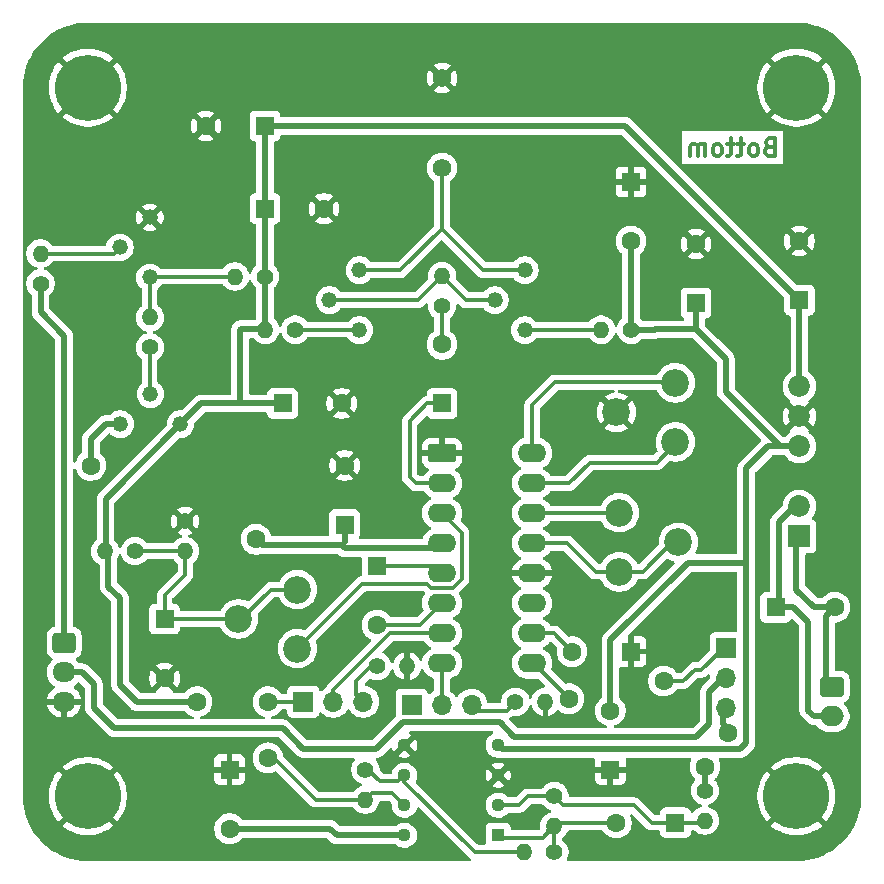
<source format=gbr>
%TF.GenerationSoftware,KiCad,Pcbnew,9.0.0*%
%TF.CreationDate,2025-05-14T11:21:04+02:00*%
%TF.ProjectId,Alarme,416c6172-6d65-42e6-9b69-6361645f7063,V0*%
%TF.SameCoordinates,Original*%
%TF.FileFunction,Copper,L2,Bot*%
%TF.FilePolarity,Positive*%
%FSLAX46Y46*%
G04 Gerber Fmt 4.6, Leading zero omitted, Abs format (unit mm)*
G04 Created by KiCad (PCBNEW 9.0.0) date 2025-05-14 11:21:04*
%MOMM*%
%LPD*%
G01*
G04 APERTURE LIST*
G04 Aperture macros list*
%AMRoundRect*
0 Rectangle with rounded corners*
0 $1 Rounding radius*
0 $2 $3 $4 $5 $6 $7 $8 $9 X,Y pos of 4 corners*
0 Add a 4 corners polygon primitive as box body*
4,1,4,$2,$3,$4,$5,$6,$7,$8,$9,$2,$3,0*
0 Add four circle primitives for the rounded corners*
1,1,$1+$1,$2,$3*
1,1,$1+$1,$4,$5*
1,1,$1+$1,$6,$7*
1,1,$1+$1,$8,$9*
0 Add four rect primitives between the rounded corners*
20,1,$1+$1,$2,$3,$4,$5,0*
20,1,$1+$1,$4,$5,$6,$7,0*
20,1,$1+$1,$6,$7,$8,$9,0*
20,1,$1+$1,$8,$9,$2,$3,0*%
G04 Aperture macros list end*
%ADD10C,0.300000*%
%TA.AperFunction,NonConductor*%
%ADD11C,0.300000*%
%TD*%
%TA.AperFunction,ComponentPad*%
%ADD12O,1.700000X1.700000*%
%TD*%
%TA.AperFunction,ComponentPad*%
%ADD13R,1.700000X1.700000*%
%TD*%
%TA.AperFunction,ComponentPad*%
%ADD14R,1.600000X1.600000*%
%TD*%
%TA.AperFunction,ComponentPad*%
%ADD15C,1.600000*%
%TD*%
%TA.AperFunction,ComponentPad*%
%ADD16C,2.340000*%
%TD*%
%TA.AperFunction,ComponentPad*%
%ADD17C,1.400000*%
%TD*%
%TA.AperFunction,ComponentPad*%
%ADD18O,1.400000X1.400000*%
%TD*%
%TA.AperFunction,ComponentPad*%
%ADD19RoundRect,0.250000X-0.750000X0.600000X-0.750000X-0.600000X0.750000X-0.600000X0.750000X0.600000X0*%
%TD*%
%TA.AperFunction,ComponentPad*%
%ADD20O,2.000000X1.700000*%
%TD*%
%TA.AperFunction,ComponentPad*%
%ADD21RoundRect,0.250000X-0.950000X-0.550000X0.950000X-0.550000X0.950000X0.550000X-0.950000X0.550000X0*%
%TD*%
%TA.AperFunction,ComponentPad*%
%ADD22O,2.400000X1.600000*%
%TD*%
%TA.AperFunction,ComponentPad*%
%ADD23C,1.320800*%
%TD*%
%TA.AperFunction,ComponentPad*%
%ADD24C,5.600000*%
%TD*%
%TA.AperFunction,ComponentPad*%
%ADD25C,1.575000*%
%TD*%
%TA.AperFunction,ComponentPad*%
%ADD26RoundRect,0.250000X-0.725000X0.600000X-0.725000X-0.600000X0.725000X-0.600000X0.725000X0.600000X0*%
%TD*%
%TA.AperFunction,ComponentPad*%
%ADD27O,1.950000X1.700000*%
%TD*%
%TA.AperFunction,ComponentPad*%
%ADD28R,1.130000X1.130000*%
%TD*%
%TA.AperFunction,ComponentPad*%
%ADD29C,1.130000*%
%TD*%
%TA.AperFunction,ComponentPad*%
%ADD30R,1.850000X1.850000*%
%TD*%
%TA.AperFunction,ComponentPad*%
%ADD31C,1.850000*%
%TD*%
%TA.AperFunction,ViaPad*%
%ADD32C,1.600000*%
%TD*%
%TA.AperFunction,Conductor*%
%ADD33C,0.500000*%
%TD*%
%TA.AperFunction,Conductor*%
%ADD34C,0.300000*%
%TD*%
G04 APERTURE END LIST*
D10*
D11*
X177695489Y-75015114D02*
X177481203Y-75086542D01*
X177481203Y-75086542D02*
X177409774Y-75157971D01*
X177409774Y-75157971D02*
X177338346Y-75300828D01*
X177338346Y-75300828D02*
X177338346Y-75515114D01*
X177338346Y-75515114D02*
X177409774Y-75657971D01*
X177409774Y-75657971D02*
X177481203Y-75729400D01*
X177481203Y-75729400D02*
X177624060Y-75800828D01*
X177624060Y-75800828D02*
X178195489Y-75800828D01*
X178195489Y-75800828D02*
X178195489Y-74300828D01*
X178195489Y-74300828D02*
X177695489Y-74300828D01*
X177695489Y-74300828D02*
X177552632Y-74372257D01*
X177552632Y-74372257D02*
X177481203Y-74443685D01*
X177481203Y-74443685D02*
X177409774Y-74586542D01*
X177409774Y-74586542D02*
X177409774Y-74729400D01*
X177409774Y-74729400D02*
X177481203Y-74872257D01*
X177481203Y-74872257D02*
X177552632Y-74943685D01*
X177552632Y-74943685D02*
X177695489Y-75015114D01*
X177695489Y-75015114D02*
X178195489Y-75015114D01*
X176481203Y-75800828D02*
X176624060Y-75729400D01*
X176624060Y-75729400D02*
X176695489Y-75657971D01*
X176695489Y-75657971D02*
X176766917Y-75515114D01*
X176766917Y-75515114D02*
X176766917Y-75086542D01*
X176766917Y-75086542D02*
X176695489Y-74943685D01*
X176695489Y-74943685D02*
X176624060Y-74872257D01*
X176624060Y-74872257D02*
X176481203Y-74800828D01*
X176481203Y-74800828D02*
X176266917Y-74800828D01*
X176266917Y-74800828D02*
X176124060Y-74872257D01*
X176124060Y-74872257D02*
X176052632Y-74943685D01*
X176052632Y-74943685D02*
X175981203Y-75086542D01*
X175981203Y-75086542D02*
X175981203Y-75515114D01*
X175981203Y-75515114D02*
X176052632Y-75657971D01*
X176052632Y-75657971D02*
X176124060Y-75729400D01*
X176124060Y-75729400D02*
X176266917Y-75800828D01*
X176266917Y-75800828D02*
X176481203Y-75800828D01*
X175552631Y-74800828D02*
X174981203Y-74800828D01*
X175338346Y-74300828D02*
X175338346Y-75586542D01*
X175338346Y-75586542D02*
X175266917Y-75729400D01*
X175266917Y-75729400D02*
X175124060Y-75800828D01*
X175124060Y-75800828D02*
X174981203Y-75800828D01*
X174695488Y-74800828D02*
X174124060Y-74800828D01*
X174481203Y-74300828D02*
X174481203Y-75586542D01*
X174481203Y-75586542D02*
X174409774Y-75729400D01*
X174409774Y-75729400D02*
X174266917Y-75800828D01*
X174266917Y-75800828D02*
X174124060Y-75800828D01*
X173409774Y-75800828D02*
X173552631Y-75729400D01*
X173552631Y-75729400D02*
X173624060Y-75657971D01*
X173624060Y-75657971D02*
X173695488Y-75515114D01*
X173695488Y-75515114D02*
X173695488Y-75086542D01*
X173695488Y-75086542D02*
X173624060Y-74943685D01*
X173624060Y-74943685D02*
X173552631Y-74872257D01*
X173552631Y-74872257D02*
X173409774Y-74800828D01*
X173409774Y-74800828D02*
X173195488Y-74800828D01*
X173195488Y-74800828D02*
X173052631Y-74872257D01*
X173052631Y-74872257D02*
X172981203Y-74943685D01*
X172981203Y-74943685D02*
X172909774Y-75086542D01*
X172909774Y-75086542D02*
X172909774Y-75515114D01*
X172909774Y-75515114D02*
X172981203Y-75657971D01*
X172981203Y-75657971D02*
X173052631Y-75729400D01*
X173052631Y-75729400D02*
X173195488Y-75800828D01*
X173195488Y-75800828D02*
X173409774Y-75800828D01*
X172266917Y-75800828D02*
X172266917Y-74800828D01*
X172266917Y-74943685D02*
X172195488Y-74872257D01*
X172195488Y-74872257D02*
X172052631Y-74800828D01*
X172052631Y-74800828D02*
X171838345Y-74800828D01*
X171838345Y-74800828D02*
X171695488Y-74872257D01*
X171695488Y-74872257D02*
X171624060Y-75015114D01*
X171624060Y-75015114D02*
X171624060Y-75800828D01*
X171624060Y-75015114D02*
X171552631Y-74872257D01*
X171552631Y-74872257D02*
X171409774Y-74800828D01*
X171409774Y-74800828D02*
X171195488Y-74800828D01*
X171195488Y-74800828D02*
X171052631Y-74872257D01*
X171052631Y-74872257D02*
X170981202Y-75015114D01*
X170981202Y-75015114D02*
X170981202Y-75800828D01*
D12*
%TO.P,JP5,3,B*%
%TO.N,Sig_Square*%
X174000000Y-122555000D03*
%TO.P,JP5,2,C*%
%TO.N,Sig_alarm*%
X174000000Y-120015000D03*
D13*
%TO.P,JP5,1,A*%
%TO.N,FSKI*%
X174000000Y-117475000D03*
%TD*%
D14*
%TO.P,C8,1*%
%TO.N,GND*%
X166000000Y-117750000D03*
D15*
%TO.P,C8,2*%
%TO.N,BIAS*%
X161000000Y-117750000D03*
%TD*%
D16*
%TO.P,RV3,1,1*%
%TO.N,MO*%
X137750000Y-117500000D03*
%TO.P,RV3,2,2*%
%TO.N,Net-(C15-Pad1)*%
X132750000Y-115000000D03*
%TO.P,RV3,3,3*%
X137750000Y-112500000D03*
%TD*%
D13*
%TO.P,JP2,1,A*%
%TO.N,unconnected-(JP2-A-Pad1)*%
X147420000Y-122250000D03*
D12*
%TO.P,JP2,2,C*%
%TO.N,TR2*%
X149960000Y-122250000D03*
%TO.P,JP2,3,B*%
%TO.N,Net-(JP2-B)*%
X152500000Y-122250000D03*
%TD*%
D14*
%TO.P,C19,1*%
%TO.N,GND*%
X164250000Y-127750000D03*
D15*
%TO.P,C19,2*%
%TO.N,-15V*%
X164250000Y-122750000D03*
%TD*%
D14*
%TO.P,C9,1*%
%TO.N,+15V*%
X135000000Y-80250000D03*
D15*
%TO.P,C9,2*%
%TO.N,GND*%
X140000000Y-80250000D03*
%TD*%
D14*
%TO.P,C5,1*%
%TO.N,+15V*%
X135000000Y-73250000D03*
D15*
%TO.P,C5,2*%
%TO.N,GND*%
X130000000Y-73250000D03*
%TD*%
D17*
%TO.P,R5,1*%
%TO.N,Net-(C2-Pad2)*%
X159500000Y-134750000D03*
D18*
%TO.P,R5,2*%
%TO.N,Net-(U1B--)*%
X156960000Y-134750000D03*
%TD*%
D17*
%TO.P,R8,1*%
%TO.N,Net-(U1B--)*%
X143500000Y-127750000D03*
D18*
%TO.P,R8,2*%
%TO.N,SINT*%
X143500000Y-130290000D03*
%TD*%
D17*
%TO.P,R15,1*%
%TO.N,Net-(JP2-B)*%
X156210000Y-122000000D03*
D18*
%TO.P,R15,2*%
%TO.N,GND*%
X158750000Y-122000000D03*
%TD*%
D17*
%TO.P,R1,1*%
%TO.N,Sig_Square*%
X172250000Y-129530000D03*
D18*
%TO.P,R1,2*%
%TO.N,Net-(U1A--)*%
X172250000Y-132070000D03*
%TD*%
D14*
%TO.P,C3,1*%
%TO.N,OUT_SIN_BI*%
X150000000Y-96750000D03*
D15*
%TO.P,C3,2*%
%TO.N,Net-(C3-Pad2)*%
X150000000Y-91750000D03*
%TD*%
D14*
%TO.P,C12,1*%
%TO.N,+15V*%
X180250000Y-88000000D03*
D15*
%TO.P,C12,2*%
%TO.N,GND*%
X180250000Y-83000000D03*
%TD*%
D19*
%TO.P,J1,1,Pin_1*%
%TO.N,+BATT(12V)*%
X183000000Y-120750000D03*
D20*
%TO.P,J1,2,Pin_2*%
%TO.N,GNDPWR*%
X183000000Y-123250000D03*
%TD*%
D14*
%TO.P,C14,1*%
%TO.N,+15V*%
X136500000Y-96750000D03*
D15*
%TO.P,C14,2*%
%TO.N,GND*%
X141500000Y-96750000D03*
%TD*%
D17*
%TO.P,R11,1*%
%TO.N,Net-(Q4-B)*%
X125250000Y-92000000D03*
D18*
%TO.P,R11,2*%
%TO.N,Net-(Q3-C)*%
X125250000Y-89460000D03*
%TD*%
D14*
%TO.P,C13,1*%
%TO.N,-15V*%
X171500000Y-88250000D03*
D15*
%TO.P,C13,2*%
%TO.N,GND*%
X171500000Y-83250000D03*
%TD*%
D14*
%TO.P,C15,1*%
%TO.N,Net-(C15-Pad1)*%
X126500000Y-115000000D03*
D15*
%TO.P,C15,2*%
%TO.N,GND*%
X126500000Y-120000000D03*
%TD*%
D17*
%TO.P,R13,1*%
%TO.N,Net-(C15-Pad1)*%
X124000000Y-109250000D03*
D18*
%TO.P,R13,2*%
%TO.N,+15V*%
X121460000Y-109250000D03*
%TD*%
D14*
%TO.P,C2,1*%
%TO.N,Net-(U1A--)*%
X169750000Y-132250000D03*
D15*
%TO.P,C2,2*%
%TO.N,Net-(C2-Pad2)*%
X164750000Y-132250000D03*
%TD*%
D14*
%TO.P,C10,1*%
%TO.N,GNDPWR*%
X178250000Y-114000000D03*
D15*
%TO.P,C10,2*%
%TO.N,+BATT(12V)*%
X183250000Y-114000000D03*
%TD*%
D21*
%TO.P,U2,1,AMSI*%
%TO.N,GND*%
X150000000Y-100960000D03*
D22*
%TO.P,U2,2,STO*%
%TO.N,OUT_SIN_BI*%
X150000000Y-103500000D03*
%TO.P,U2,3,MO*%
%TO.N,MO*%
X150000000Y-106040000D03*
%TO.P,U2,4,VCC*%
%TO.N,SUPPLY*%
X150000000Y-108580000D03*
%TO.P,U2,5,TC1*%
%TO.N,TC1*%
X150000000Y-111120000D03*
%TO.P,U2,6,TC2*%
%TO.N,TC2*%
X150000000Y-113660000D03*
%TO.P,U2,7,TR1*%
%TO.N,TR1*%
X150000000Y-116200000D03*
%TO.P,U2,8,TR2*%
%TO.N,TR2*%
X150000000Y-118740000D03*
%TO.P,U2,9,FSKI*%
%TO.N,FSKI*%
X157620000Y-118740000D03*
%TO.P,U2,10,BIAS*%
%TO.N,BIAS*%
X157620000Y-116200000D03*
%TO.P,U2,11,SYNCO*%
%TO.N,unconnected-(U2-SYNCO-Pad11)*%
X157620000Y-113660000D03*
%TO.P,U2,12,GND*%
%TO.N,GND*%
X157620000Y-111120000D03*
%TO.P,U2,13,WAVEA1*%
%TO.N,WAVE1*%
X157620000Y-108580000D03*
%TO.P,U2,14,WAVEA2*%
%TO.N,WAVE2*%
X157620000Y-106040000D03*
%TO.P,U2,15,SYMA1*%
%TO.N,SYM1*%
X157620000Y-103500000D03*
%TO.P,U2,16,SYMA2*%
%TO.N,SYM2*%
X157620000Y-100960000D03*
%TD*%
D23*
%TO.P,Q4,1,E*%
%TO.N,+15V*%
X127830000Y-98500000D03*
%TO.P,Q4,2,B*%
%TO.N,Net-(Q4-B)*%
X125290000Y-95960000D03*
%TO.P,Q4,3,C*%
%TO.N,SUPPLY*%
X122750000Y-98500000D03*
%TD*%
D14*
%TO.P,C17,1*%
%TO.N,SUPPLY*%
X141750000Y-107000000D03*
D15*
%TO.P,C17,2*%
%TO.N,GND*%
X141750000Y-102000000D03*
%TD*%
D24*
%TO.P,H5,1,1*%
%TO.N,GND*%
X180000000Y-130000000D03*
%TD*%
D25*
%TO.P,LS1,N*%
%TO.N,GND*%
X150000000Y-69200000D03*
%TO.P,LS1,P*%
%TO.N,Net-(Q1-E)*%
X150000000Y-76800000D03*
%TD*%
D14*
%TO.P,C20,1*%
%TO.N,GND*%
X132000000Y-127750000D03*
D15*
%TO.P,C20,2*%
%TO.N,+15V*%
X132000000Y-132750000D03*
%TD*%
D14*
%TO.P,C4,1*%
%TO.N,GND*%
X166000000Y-78000000D03*
D15*
%TO.P,C4,2*%
%TO.N,-15V*%
X166000000Y-83000000D03*
%TD*%
D16*
%TO.P,RV2,1,1*%
%TO.N,SYM1*%
X169750000Y-100000000D03*
%TO.P,RV2,2,2*%
%TO.N,GND*%
X164750000Y-97500000D03*
%TO.P,RV2,3,3*%
%TO.N,SYM2*%
X169750000Y-95000000D03*
%TD*%
D17*
%TO.P,R12,1*%
%TO.N,GND*%
X128250000Y-106710000D03*
D18*
%TO.P,R12,2*%
%TO.N,Net-(C15-Pad1)*%
X128250000Y-109250000D03*
%TD*%
D26*
%TO.P,J2,1,Pin_1*%
%TO.N,Valid_alarm*%
X118000000Y-117000000D03*
D27*
%TO.P,J2,2,Pin_2*%
%TO.N,Sig_alarm*%
X118000000Y-119500000D03*
%TO.P,J2,3,Pin_3*%
%TO.N,GND*%
X118000000Y-122000000D03*
%TD*%
D17*
%TO.P,R2,1*%
%TO.N,Net-(U1A--)*%
X159500000Y-130000000D03*
D18*
%TO.P,R2,2*%
%TO.N,Net-(C2-Pad2)*%
X159500000Y-132540000D03*
%TD*%
D13*
%TO.P,JP4,1,A*%
%TO.N,SINT*%
X138250000Y-122000000D03*
D12*
%TO.P,JP4,2,C*%
%TO.N,TR1*%
X140790000Y-122000000D03*
%TO.P,JP4,3,B*%
%TO.N,Net-(JP4-B)*%
X143330000Y-122000000D03*
%TD*%
D24*
%TO.P,H6,1,1*%
%TO.N,GND*%
X120000000Y-70000000D03*
%TD*%
D17*
%TO.P,R9,1*%
%TO.N,Valid_alarm*%
X116000000Y-86592500D03*
D18*
%TO.P,R9,2*%
%TO.N,Net-(Q3-B)*%
X116000000Y-84052500D03*
%TD*%
D28*
%TO.P,U1,1*%
%TO.N,Net-(C2-Pad2)*%
X154750000Y-133310000D03*
D29*
%TO.P,U1,2,-*%
%TO.N,Net-(U1A--)*%
X154750000Y-130770000D03*
%TO.P,U1,3,+*%
%TO.N,GND*%
X154750000Y-128230000D03*
%TO.P,U1,4,V-*%
%TO.N,-15V*%
X154750000Y-125690000D03*
%TO.P,U1,5,+*%
%TO.N,GND*%
X146810000Y-125690000D03*
%TO.P,U1,6,-*%
%TO.N,Net-(U1B--)*%
X146810000Y-128230000D03*
%TO.P,U1,7*%
%TO.N,SINT*%
X146810000Y-130770000D03*
%TO.P,U1,8,V+*%
%TO.N,+15V*%
X146810000Y-133310000D03*
%TD*%
D17*
%TO.P,R7,1*%
%TO.N,Net-(Q1-C)*%
X137567500Y-90500000D03*
D18*
%TO.P,R7,2*%
%TO.N,+15V*%
X135027500Y-90500000D03*
%TD*%
D30*
%TO.P,PS1,1,+Vin*%
%TO.N,+BATT(12V)*%
X180250000Y-108000000D03*
D31*
%TO.P,PS1,2,-Vin*%
%TO.N,GNDPWR*%
X180250000Y-105460000D03*
%TO.P,PS1,4,-Vout*%
%TO.N,-15V*%
X180250000Y-100380000D03*
%TO.P,PS1,5,0V*%
%TO.N,GND*%
X180250000Y-97840000D03*
%TO.P,PS1,6,+Vout*%
%TO.N,+15V*%
X180250000Y-95300000D03*
%TD*%
D14*
%TO.P,C7,1*%
%TO.N,TC1*%
X144500000Y-110500000D03*
D15*
%TO.P,C7,2*%
%TO.N,TC2*%
X144500000Y-115500000D03*
%TD*%
D23*
%TO.P,Q2,1,E*%
%TO.N,Net-(Q1-E)*%
X157000000Y-85460000D03*
%TO.P,Q2,2,B*%
%TO.N,Net-(Q1-B)*%
X154460000Y-88000000D03*
%TO.P,Q2,3,C*%
%TO.N,Net-(Q2-C)*%
X157000000Y-90540000D03*
%TD*%
%TO.P,Q3,1,E*%
%TO.N,GND*%
X125250000Y-81000000D03*
%TO.P,Q3,2,B*%
%TO.N,Net-(Q3-B)*%
X122710000Y-83540000D03*
%TO.P,Q3,3,C*%
%TO.N,Net-(Q3-C)*%
X125250000Y-86080000D03*
%TD*%
D17*
%TO.P,R14,1*%
%TO.N,Net-(JP4-B)*%
X144500000Y-119000000D03*
D18*
%TO.P,R14,2*%
%TO.N,GND*%
X147040000Y-119000000D03*
%TD*%
D23*
%TO.P,Q1,1,E*%
%TO.N,Net-(Q1-E)*%
X143000000Y-85460000D03*
%TO.P,Q1,2,B*%
%TO.N,Net-(Q1-B)*%
X140460000Y-88000000D03*
%TO.P,Q1,3,C*%
%TO.N,Net-(Q1-C)*%
X143000000Y-90540000D03*
%TD*%
D17*
%TO.P,R10,1*%
%TO.N,+15V*%
X135000000Y-86000000D03*
D18*
%TO.P,R10,2*%
%TO.N,Net-(Q3-C)*%
X132460000Y-86000000D03*
%TD*%
D17*
%TO.P,R6,1*%
%TO.N,-15V*%
X166000000Y-90500000D03*
D18*
%TO.P,R6,2*%
%TO.N,Net-(Q2-C)*%
X163460000Y-90500000D03*
%TD*%
D24*
%TO.P,H8,1,1*%
%TO.N,GND*%
X180000000Y-70000000D03*
%TD*%
D16*
%TO.P,RV4,1,1*%
%TO.N,WAVE2*%
X165000000Y-106000000D03*
%TO.P,RV4,2,2*%
%TO.N,WAVE1*%
X170000000Y-108500000D03*
%TO.P,RV4,3,3*%
X165000000Y-111000000D03*
%TD*%
D24*
%TO.P,H7,1,1*%
%TO.N,GND*%
X120000000Y-130000000D03*
%TD*%
D17*
%TO.P,R4,1*%
%TO.N,Net-(C3-Pad2)*%
X150000000Y-88500000D03*
D18*
%TO.P,R4,2*%
%TO.N,Net-(Q1-B)*%
X150000000Y-85960000D03*
%TD*%
D32*
%TO.N,Sig_Square*%
X174170000Y-124650000D03*
%TO.N,FSKI*%
X168750000Y-120250000D03*
%TO.N,SUPPLY*%
X134250000Y-108250000D03*
X120250000Y-102000000D03*
%TO.N,Sig_Square*%
X172250000Y-127500000D03*
%TO.N,+15V*%
X129250000Y-122000000D03*
%TO.N,FSKI*%
X160750000Y-121750000D03*
%TO.N,SINT*%
X135250000Y-126750000D03*
X135250000Y-122000000D03*
%TD*%
D33*
%TO.N,Sig_alarm*%
X172599000Y-123901000D02*
X172599000Y-121166000D01*
X171500000Y-125000000D02*
X172599000Y-123901000D01*
X172599000Y-121166000D02*
X173750000Y-120015000D01*
X154868263Y-123750000D02*
X156118263Y-125000000D01*
X146691737Y-123750000D02*
X154868263Y-123750000D01*
X138250000Y-126000000D02*
X144441737Y-126000000D01*
X122250000Y-124250000D02*
X136500000Y-124250000D01*
X136500000Y-124250000D02*
X138250000Y-126000000D01*
X120500000Y-122500000D02*
X122250000Y-124250000D01*
X156118263Y-125000000D02*
X171500000Y-125000000D01*
X144441737Y-126000000D02*
X146691737Y-123750000D01*
X119500000Y-119500000D02*
X120500000Y-120500000D01*
X120500000Y-120500000D02*
X120500000Y-122500000D01*
X118000000Y-119500000D02*
X119500000Y-119500000D01*
%TO.N,+BATT(12V)*%
X180000000Y-112500000D02*
X180000000Y-108250000D01*
X181500000Y-114000000D02*
X180000000Y-112500000D01*
X183250000Y-114000000D02*
X181500000Y-114000000D01*
X180000000Y-108250000D02*
X180250000Y-108000000D01*
%TO.N,GNDPWR*%
X178500000Y-113750000D02*
X178250000Y-114000000D01*
X178500000Y-106798000D02*
X178500000Y-113750000D01*
X179838000Y-105460000D02*
X178500000Y-106798000D01*
%TO.N,+BATT(12V)*%
X182500000Y-114750000D02*
X183250000Y-114000000D01*
X182500000Y-120250000D02*
X182500000Y-114750000D01*
X183000000Y-120750000D02*
X182500000Y-120250000D01*
%TO.N,GNDPWR*%
X181500000Y-123250000D02*
X183000000Y-123250000D01*
X179750000Y-114000000D02*
X181000000Y-115250000D01*
X178250000Y-114000000D02*
X179750000Y-114000000D01*
X181000000Y-115250000D02*
X181000000Y-122750000D01*
X181000000Y-122750000D02*
X181500000Y-123250000D01*
%TO.N,-15V*%
X170798000Y-110250000D02*
X175750000Y-110250000D01*
X175750000Y-110250000D02*
X175750000Y-125500000D01*
X175250000Y-126000000D02*
X155060000Y-126000000D01*
X175750000Y-125500000D02*
X175250000Y-126000000D01*
X177620000Y-100380000D02*
X175750000Y-102250000D01*
X175750000Y-102250000D02*
X175750000Y-110250000D01*
X155060000Y-126000000D02*
X154750000Y-125690000D01*
X178630000Y-100380000D02*
X177620000Y-100380000D01*
%TO.N,Sig_Square*%
X174170000Y-124320000D02*
X173750000Y-123900000D01*
X173750000Y-123900000D02*
X173750000Y-122555000D01*
X174170000Y-124650000D02*
X174170000Y-124320000D01*
D34*
%TO.N,Net-(JP4-B)*%
X142750000Y-121420000D02*
X143330000Y-122000000D01*
X142750000Y-120250000D02*
X142750000Y-121420000D01*
X144000000Y-119000000D02*
X142750000Y-120250000D01*
X144500000Y-119000000D02*
X144000000Y-119000000D01*
%TO.N,TR1*%
X145569182Y-116200000D02*
X150000000Y-116200000D01*
X140790000Y-122000000D02*
X140790000Y-120979182D01*
X140790000Y-120979182D02*
X145569182Y-116200000D01*
%TO.N,FSKI*%
X171951000Y-119299000D02*
X173750000Y-117500000D01*
X168750000Y-120250000D02*
X170428033Y-120250000D01*
X173750000Y-117500000D02*
X173750000Y-117475000D01*
X171379033Y-119299000D02*
X171951000Y-119299000D01*
X170428033Y-120250000D02*
X171379033Y-119299000D01*
D33*
%TO.N,-15V*%
X164250000Y-122750000D02*
X164250000Y-116798000D01*
X164250000Y-116798000D02*
X170798000Y-110250000D01*
D34*
%TO.N,SINT*%
X139290000Y-130290000D02*
X143500000Y-130290000D01*
X135250000Y-126750000D02*
X135750000Y-126750000D01*
X135750000Y-126750000D02*
X139290000Y-130290000D01*
%TO.N,Net-(U1A--)*%
X157250000Y-130000000D02*
X156500000Y-130750000D01*
X156500000Y-130750000D02*
X154770000Y-130750000D01*
X159500000Y-130000000D02*
X157250000Y-130000000D01*
X154770000Y-130750000D02*
X154750000Y-130770000D01*
D33*
%TO.N,Valid_alarm*%
X116000000Y-86592500D02*
X116000000Y-89000000D01*
X118000000Y-91000000D02*
X118000000Y-117000000D01*
X116000000Y-89000000D02*
X118000000Y-91000000D01*
D34*
%TO.N,OUT_SIN_BI*%
X147250000Y-98250000D02*
X148750000Y-96750000D01*
X147250000Y-103000000D02*
X147250000Y-98250000D01*
X148750000Y-96750000D02*
X150000000Y-96750000D01*
X147750000Y-103500000D02*
X147250000Y-103000000D01*
X150000000Y-103500000D02*
X147750000Y-103500000D01*
%TO.N,WAVE1*%
X163000000Y-111000000D02*
X165000000Y-111000000D01*
X166975000Y-111000000D02*
X169475000Y-108500000D01*
X160580000Y-108580000D02*
X163000000Y-111000000D01*
X157620000Y-108580000D02*
X160580000Y-108580000D01*
X169475000Y-108500000D02*
X170000000Y-108500000D01*
X165000000Y-111000000D02*
X166975000Y-111000000D01*
D33*
%TO.N,SUPPLY*%
X120250000Y-102000000D02*
X120250000Y-99750000D01*
X121500000Y-98500000D02*
X122750000Y-98500000D01*
X120250000Y-99750000D02*
X121500000Y-98500000D01*
X141750000Y-109000000D02*
X141500000Y-108750000D01*
X141500000Y-108750000D02*
X134750000Y-108750000D01*
X141750000Y-107000000D02*
X141750000Y-108500000D01*
X149580000Y-109000000D02*
X141750000Y-109000000D01*
X134750000Y-108750000D02*
X134250000Y-108250000D01*
%TO.N,Sig_Square*%
X172250000Y-129530000D02*
X172250000Y-127500000D01*
%TO.N,+15V*%
X140500000Y-132750000D02*
X141060000Y-133310000D01*
X132000000Y-132750000D02*
X140500000Y-132750000D01*
X121750000Y-112250000D02*
X121750000Y-109540000D01*
X132907500Y-96657500D02*
X133000000Y-96750000D01*
X121750000Y-109540000D02*
X121460000Y-109250000D01*
X135000000Y-80250000D02*
X135000000Y-73250000D01*
X136500000Y-96750000D02*
X133000000Y-96750000D01*
X133000000Y-96750000D02*
X129580000Y-96750000D01*
X124125000Y-122000000D02*
X122750000Y-120625000D01*
X122750000Y-120625000D02*
X122750000Y-113250000D01*
X129580000Y-96750000D02*
X127830000Y-98500000D01*
X135000000Y-86000000D02*
X135000000Y-80250000D01*
X121500000Y-109210000D02*
X121460000Y-109250000D01*
X127830000Y-98500000D02*
X121500000Y-104830000D01*
X135000000Y-90472500D02*
X132935000Y-90472500D01*
X165500000Y-73250000D02*
X135000000Y-73250000D01*
X135000000Y-86000000D02*
X135000000Y-90472500D01*
X129250000Y-122000000D02*
X124125000Y-122000000D01*
X132907500Y-90500000D02*
X132907500Y-96657500D01*
X180250000Y-88000000D02*
X165500000Y-73250000D01*
X141060000Y-133310000D02*
X146810000Y-133310000D01*
X132080000Y-132830000D02*
X132000000Y-132750000D01*
X132935000Y-90472500D02*
X132907500Y-90500000D01*
X121500000Y-104830000D02*
X121500000Y-109210000D01*
X135027500Y-90500000D02*
X135000000Y-90472500D01*
X180250000Y-88000000D02*
X180250000Y-95300000D01*
X122750000Y-113250000D02*
X121750000Y-112250000D01*
D34*
%TO.N,Net-(U1A--)*%
X169750000Y-132250000D02*
X172070000Y-132250000D01*
X172070000Y-132250000D02*
X172250000Y-132070000D01*
%TO.N,Net-(C2-Pad2)*%
X159500000Y-132540000D02*
X159500000Y-134750000D01*
X159290000Y-132540000D02*
X159000000Y-132830000D01*
X159500000Y-132540000D02*
X159290000Y-132540000D01*
%TO.N,Net-(C3-Pad2)*%
X150000000Y-88500000D02*
X150000000Y-91610058D01*
D33*
%TO.N,-15V*%
X171500000Y-90475000D02*
X174025000Y-93000000D01*
X168000000Y-90500000D02*
X166000000Y-90500000D01*
X178630000Y-100380000D02*
X180250000Y-100380000D01*
X168025000Y-90475000D02*
X168000000Y-90500000D01*
X174025000Y-93000000D02*
X174025000Y-95775000D01*
X174025000Y-95775000D02*
X178630000Y-100380000D01*
X171500000Y-88250000D02*
X171500000Y-90475000D01*
X166000000Y-83000000D02*
X166000000Y-90500000D01*
X171500000Y-90475000D02*
X168025000Y-90475000D01*
D34*
%TO.N,TC1*%
X149380000Y-110500000D02*
X150000000Y-111120000D01*
X144500000Y-110500000D02*
X149380000Y-110500000D01*
%TO.N,TC2*%
X148160000Y-115500000D02*
X150000000Y-113660000D01*
X144500000Y-115500000D02*
X148160000Y-115500000D01*
%TO.N,BIAS*%
X157620000Y-116200000D02*
X159450000Y-116200000D01*
X159450000Y-116200000D02*
X161000000Y-117750000D01*
%TO.N,Net-(C15-Pad1)*%
X126500000Y-113000000D02*
X128250000Y-111250000D01*
X126500000Y-115000000D02*
X132750000Y-115000000D01*
X133000000Y-115000000D02*
X135500000Y-112500000D01*
X128250000Y-111250000D02*
X128250000Y-109250000D01*
X128250000Y-109250000D02*
X123990000Y-109250000D01*
X132750000Y-115000000D02*
X133000000Y-115000000D01*
X126500000Y-115000000D02*
X126500000Y-113000000D01*
X135500000Y-112500000D02*
X137750000Y-112500000D01*
%TO.N,FSKI*%
X157740000Y-118740000D02*
X157620000Y-118740000D01*
X160750000Y-121750000D02*
X157740000Y-118740000D01*
X157660000Y-118700000D02*
X157620000Y-118740000D01*
%TO.N,Net-(Q1-E)*%
X157000000Y-85460000D02*
X153460000Y-85460000D01*
X150000000Y-81920000D02*
X150000000Y-76800000D01*
X143000000Y-85460000D02*
X146460000Y-85460000D01*
X149960000Y-81960000D02*
X150000000Y-81920000D01*
X146460000Y-85460000D02*
X149960000Y-81960000D01*
X153460000Y-85460000D02*
X149960000Y-81960000D01*
%TO.N,Net-(Q1-B)*%
X151750000Y-87710000D02*
X150000000Y-85960000D01*
X151750000Y-87750000D02*
X151750000Y-87710000D01*
X154460000Y-88000000D02*
X152000000Y-88000000D01*
X147960000Y-88000000D02*
X150000000Y-85960000D01*
X140460000Y-88000000D02*
X147960000Y-88000000D01*
X152000000Y-88000000D02*
X151750000Y-87750000D01*
%TO.N,Net-(Q1-C)*%
X137975000Y-90500000D02*
X142960000Y-90500000D01*
%TO.N,Net-(Q2-C)*%
X157000000Y-90540000D02*
X163420000Y-90540000D01*
X163420000Y-90540000D02*
X163460000Y-90500000D01*
%TO.N,Net-(Q3-B)*%
X122197500Y-84052500D02*
X122710000Y-83540000D01*
X116000000Y-84052500D02*
X122197500Y-84052500D01*
%TO.N,Net-(Q3-C)*%
X125250000Y-86080000D02*
X125250000Y-89460000D01*
X125580000Y-86080000D02*
X125660000Y-86000000D01*
X125660000Y-86000000D02*
X132460000Y-86000000D01*
X125250000Y-86080000D02*
X125580000Y-86080000D01*
%TO.N,Net-(Q4-B)*%
X125250000Y-95920000D02*
X125290000Y-95960000D01*
X125250000Y-92000000D02*
X125250000Y-95920000D01*
%TO.N,Net-(U1B--)*%
X143750000Y-127750000D02*
X144750000Y-128750000D01*
X146810000Y-128810000D02*
X152750000Y-134750000D01*
X152750000Y-134750000D02*
X156960000Y-134750000D01*
X146810000Y-128230000D02*
X146810000Y-128810000D01*
X144750000Y-128750000D02*
X146290000Y-128750000D01*
X143500000Y-127750000D02*
X143750000Y-127750000D01*
X146290000Y-128750000D02*
X146810000Y-128230000D01*
%TO.N,TR1*%
X141199000Y-122551000D02*
X141250000Y-122500000D01*
%TO.N,TR2*%
X150000000Y-122210000D02*
X149960000Y-122250000D01*
X149960000Y-118780000D02*
X150000000Y-118740000D01*
X150000000Y-118740000D02*
X150000000Y-122210000D01*
%TO.N,WAVE2*%
X164960000Y-106040000D02*
X165000000Y-106000000D01*
X157620000Y-106040000D02*
X164960000Y-106040000D01*
%TO.N,SYM1*%
X157620000Y-103500000D02*
X160750000Y-103500000D01*
X168200000Y-101750000D02*
X170000000Y-99950000D01*
X162500000Y-101750000D02*
X168200000Y-101750000D01*
X160750000Y-103500000D02*
X162500000Y-101750000D01*
%TO.N,MO*%
X151651000Y-111638181D02*
X151651000Y-107691000D01*
X150918181Y-112371000D02*
X151651000Y-111638181D01*
X149210000Y-106040000D02*
X150000000Y-106040000D01*
X149081819Y-112371000D02*
X150918181Y-112371000D01*
X143250000Y-112000000D02*
X148710819Y-112000000D01*
X151651000Y-107691000D02*
X150000000Y-106040000D01*
X148710819Y-112000000D02*
X149081819Y-112371000D01*
X137750000Y-117500000D02*
X143250000Y-112000000D01*
%TO.N,SYM2*%
X159550000Y-94950000D02*
X170000000Y-94950000D01*
X157620000Y-100960000D02*
X157620000Y-96880000D01*
X157620000Y-96880000D02*
X159550000Y-94950000D01*
%TO.N,SINT*%
X135250000Y-122000000D02*
X138250000Y-122000000D01*
X145790000Y-129750000D02*
X146810000Y-130770000D01*
X144040000Y-129750000D02*
X145790000Y-129750000D01*
X143540000Y-130290000D02*
X143500000Y-130250000D01*
X143500000Y-130290000D02*
X144040000Y-129750000D01*
%TO.N,Net-(JP2-B)*%
X155460000Y-122750000D02*
X156210000Y-122000000D01*
X152500000Y-122250000D02*
X153000000Y-122750000D01*
X153000000Y-122750000D02*
X155460000Y-122750000D01*
%TO.N,Net-(C2-Pad2)*%
X159790000Y-132250000D02*
X164750000Y-132250000D01*
X159500000Y-132540000D02*
X159790000Y-132250000D01*
%TO.N,Net-(U1A--)*%
X160250000Y-130750000D02*
X159500000Y-130000000D01*
X166250000Y-130750000D02*
X160250000Y-130750000D01*
X167750000Y-132250000D02*
X166250000Y-130750000D01*
X169750000Y-132250000D02*
X167750000Y-132250000D01*
%TO.N,Net-(C2-Pad2)*%
X154940000Y-133500000D02*
X154750000Y-133310000D01*
X158540000Y-133500000D02*
X154940000Y-133500000D01*
X159500000Y-132540000D02*
X158540000Y-133500000D01*
%TD*%
%TA.AperFunction,Conductor*%
%TO.N,GND*%
G36*
X180002562Y-64500605D02*
G01*
X180449036Y-64519072D01*
X180459209Y-64519915D01*
X180900114Y-64574873D01*
X180910194Y-64576555D01*
X181345042Y-64667733D01*
X181354950Y-64670242D01*
X181780786Y-64797019D01*
X181790454Y-64800338D01*
X182131430Y-64933388D01*
X182204339Y-64961838D01*
X182213724Y-64965954D01*
X182612869Y-65161083D01*
X182621877Y-65165958D01*
X183003544Y-65393383D01*
X183012123Y-65398989D01*
X183373693Y-65657144D01*
X183381775Y-65663435D01*
X183720796Y-65950571D01*
X183728336Y-65957512D01*
X184042487Y-66271663D01*
X184049428Y-66279203D01*
X184336564Y-66618224D01*
X184342859Y-66626312D01*
X184601010Y-66987876D01*
X184606616Y-66996455D01*
X184834041Y-67378122D01*
X184838919Y-67387136D01*
X185034045Y-67786275D01*
X185038161Y-67795660D01*
X185199656Y-68209533D01*
X185202984Y-68219226D01*
X185329753Y-68645036D01*
X185332269Y-68654971D01*
X185423441Y-69089791D01*
X185425128Y-69099900D01*
X185480082Y-69540769D01*
X185480928Y-69550983D01*
X185499394Y-69997437D01*
X185499500Y-70002561D01*
X185499500Y-129997438D01*
X185499394Y-130002562D01*
X185480928Y-130449016D01*
X185480082Y-130459230D01*
X185425128Y-130900099D01*
X185423441Y-130910208D01*
X185332269Y-131345028D01*
X185329753Y-131354963D01*
X185202984Y-131780773D01*
X185199656Y-131790466D01*
X185038161Y-132204339D01*
X185034045Y-132213724D01*
X184838919Y-132612863D01*
X184834041Y-132621877D01*
X184606616Y-133003544D01*
X184601010Y-133012123D01*
X184342859Y-133373687D01*
X184336564Y-133381775D01*
X184049428Y-133720796D01*
X184042487Y-133728336D01*
X183728336Y-134042487D01*
X183720796Y-134049428D01*
X183381775Y-134336564D01*
X183373687Y-134342859D01*
X183012123Y-134601010D01*
X183003544Y-134606616D01*
X182621877Y-134834041D01*
X182612863Y-134838919D01*
X182213724Y-135034045D01*
X182204339Y-135038161D01*
X181790466Y-135199656D01*
X181780773Y-135202984D01*
X181354963Y-135329753D01*
X181345028Y-135332269D01*
X180910208Y-135423441D01*
X180900099Y-135425128D01*
X180459230Y-135480082D01*
X180449016Y-135480928D01*
X180002563Y-135499394D01*
X179997439Y-135499500D01*
X160667813Y-135499500D01*
X160600774Y-135479815D01*
X160555019Y-135427011D01*
X160545075Y-135357853D01*
X160557328Y-135319205D01*
X160581178Y-135272398D01*
X160612547Y-135210832D01*
X160670940Y-135031118D01*
X160700500Y-134844486D01*
X160700500Y-134655513D01*
X160670940Y-134468881D01*
X160627294Y-134334554D01*
X160612547Y-134289168D01*
X160612545Y-134289165D01*
X160612545Y-134289163D01*
X160541892Y-134150500D01*
X160526760Y-134120801D01*
X160415690Y-133967927D01*
X160282073Y-133834310D01*
X160282072Y-133834309D01*
X160201613Y-133775851D01*
X160198272Y-133771519D01*
X160193297Y-133769247D01*
X160177167Y-133744149D01*
X160158948Y-133720521D01*
X160157695Y-133713848D01*
X160155523Y-133710469D01*
X160150500Y-133675534D01*
X160150500Y-133614464D01*
X160170185Y-133547425D01*
X160201616Y-133514145D01*
X160229629Y-133493793D01*
X160282073Y-133455690D01*
X160415690Y-133322073D01*
X160526760Y-133169199D01*
X160612547Y-133000832D01*
X160617307Y-132986179D01*
X160656746Y-132928506D01*
X160721105Y-132901308D01*
X160735238Y-132900500D01*
X163551929Y-132900500D01*
X163618968Y-132920185D01*
X163652245Y-132951613D01*
X163727022Y-133054534D01*
X163758034Y-133097219D01*
X163902786Y-133241971D01*
X164013041Y-133322074D01*
X164068390Y-133362287D01*
X164157212Y-133407544D01*
X164250776Y-133455218D01*
X164250778Y-133455218D01*
X164250781Y-133455220D01*
X164355137Y-133489127D01*
X164445465Y-133518477D01*
X164546557Y-133534488D01*
X164647648Y-133550500D01*
X164647649Y-133550500D01*
X164852351Y-133550500D01*
X164852352Y-133550500D01*
X165054534Y-133518477D01*
X165249219Y-133455220D01*
X165431610Y-133362287D01*
X165557945Y-133270500D01*
X165597213Y-133241971D01*
X165597215Y-133241968D01*
X165597219Y-133241966D01*
X165741966Y-133097219D01*
X165741968Y-133097215D01*
X165741971Y-133097213D01*
X165810024Y-133003544D01*
X165862287Y-132931610D01*
X165955220Y-132749219D01*
X166018477Y-132554534D01*
X166050500Y-132352352D01*
X166050500Y-132147648D01*
X166031604Y-132028343D01*
X166018477Y-131945465D01*
X165982747Y-131835500D01*
X165955220Y-131750781D01*
X165955217Y-131750777D01*
X165955217Y-131750774D01*
X165920447Y-131682536D01*
X165907550Y-131613867D01*
X165933825Y-131549126D01*
X165990931Y-131508869D01*
X166060737Y-131505876D01*
X166118612Y-131538559D01*
X167335327Y-132755274D01*
X167335330Y-132755276D01*
X167410193Y-132805297D01*
X167441873Y-132826465D01*
X167560256Y-132875501D01*
X167560260Y-132875501D01*
X167560261Y-132875502D01*
X167685928Y-132900500D01*
X167685931Y-132900500D01*
X168325501Y-132900500D01*
X168392540Y-132920185D01*
X168438295Y-132972989D01*
X168449501Y-133024500D01*
X168449501Y-133097876D01*
X168455908Y-133157483D01*
X168506202Y-133292328D01*
X168506206Y-133292335D01*
X168592452Y-133407544D01*
X168592455Y-133407547D01*
X168707664Y-133493793D01*
X168707671Y-133493797D01*
X168842517Y-133544091D01*
X168842516Y-133544091D01*
X168849444Y-133544835D01*
X168902127Y-133550500D01*
X170597872Y-133550499D01*
X170657483Y-133544091D01*
X170792331Y-133493796D01*
X170907546Y-133407546D01*
X170993796Y-133292331D01*
X171044091Y-133157483D01*
X171050500Y-133097873D01*
X171050500Y-133024500D01*
X171053050Y-133015814D01*
X171051762Y-133006853D01*
X171062740Y-132982812D01*
X171070185Y-132957461D01*
X171077025Y-132951533D01*
X171080787Y-132943297D01*
X171103021Y-132929007D01*
X171122989Y-132911706D01*
X171133503Y-132909418D01*
X171139565Y-132905523D01*
X171174500Y-132900500D01*
X171331375Y-132900500D01*
X171398414Y-132920185D01*
X171419056Y-132936819D01*
X171467927Y-132985690D01*
X171620801Y-133096760D01*
X171648439Y-133110842D01*
X171789163Y-133182545D01*
X171789165Y-133182545D01*
X171789168Y-133182547D01*
X171885497Y-133213846D01*
X171968881Y-133240940D01*
X172155514Y-133270500D01*
X172155519Y-133270500D01*
X172344486Y-133270500D01*
X172531118Y-133240940D01*
X172710832Y-133182547D01*
X172879199Y-133096760D01*
X173032073Y-132985690D01*
X173165690Y-132852073D01*
X173276760Y-132699199D01*
X173362547Y-132530832D01*
X173420940Y-132351118D01*
X173428845Y-132301206D01*
X173450500Y-132164486D01*
X173450500Y-131975513D01*
X173420940Y-131788881D01*
X173386386Y-131682536D01*
X173362547Y-131609168D01*
X173362545Y-131609165D01*
X173362545Y-131609163D01*
X173281050Y-131449221D01*
X173276760Y-131440801D01*
X173165690Y-131287927D01*
X173032073Y-131154310D01*
X172879199Y-131043240D01*
X172877413Y-131042330D01*
X172710836Y-130957454D01*
X172593099Y-130919199D01*
X172589195Y-130917930D01*
X172531521Y-130878493D01*
X172504323Y-130814134D01*
X172516238Y-130745288D01*
X172563482Y-130693812D01*
X172589194Y-130682069D01*
X172710832Y-130642547D01*
X172879199Y-130556760D01*
X173032073Y-130445690D01*
X173165690Y-130312073D01*
X173276760Y-130159199D01*
X173362547Y-129990832D01*
X173412243Y-129837884D01*
X176700000Y-129837884D01*
X176700000Y-130162115D01*
X176731779Y-130484784D01*
X176731782Y-130484801D01*
X176795030Y-130802781D01*
X176795032Y-130802786D01*
X176889157Y-131113078D01*
X177013238Y-131412635D01*
X177013240Y-131412640D01*
X177166079Y-131698580D01*
X177166090Y-131698598D01*
X177346212Y-131968170D01*
X177346222Y-131968184D01*
X177495890Y-132150554D01*
X177495891Y-132150555D01*
X178705748Y-130940698D01*
X178779588Y-131042330D01*
X178957670Y-131220412D01*
X179059300Y-131294251D01*
X177849443Y-132504107D01*
X177849444Y-132504108D01*
X178031815Y-132653777D01*
X178031829Y-132653787D01*
X178301401Y-132833909D01*
X178301419Y-132833920D01*
X178587359Y-132986759D01*
X178587364Y-132986761D01*
X178886921Y-133110842D01*
X179197207Y-133204966D01*
X179197218Y-133204969D01*
X179515198Y-133268217D01*
X179515215Y-133268220D01*
X179837884Y-133300000D01*
X180162116Y-133300000D01*
X180484784Y-133268220D01*
X180484801Y-133268217D01*
X180802781Y-133204969D01*
X180802792Y-133204966D01*
X181113078Y-133110842D01*
X181412635Y-132986761D01*
X181412640Y-132986759D01*
X181698580Y-132833920D01*
X181698598Y-132833909D01*
X181968170Y-132653787D01*
X181968183Y-132653777D01*
X182150554Y-132504108D01*
X182150554Y-132504107D01*
X180940698Y-131294251D01*
X181042330Y-131220412D01*
X181220412Y-131042330D01*
X181294251Y-130940698D01*
X182504107Y-132150554D01*
X182504108Y-132150554D01*
X182653777Y-131968183D01*
X182653787Y-131968170D01*
X182833909Y-131698598D01*
X182833920Y-131698580D01*
X182986759Y-131412640D01*
X182986761Y-131412635D01*
X183110842Y-131113078D01*
X183204968Y-130802786D01*
X183204969Y-130802781D01*
X183268217Y-130484801D01*
X183268220Y-130484784D01*
X183300000Y-130162115D01*
X183300000Y-129837884D01*
X183268220Y-129515215D01*
X183268217Y-129515198D01*
X183204969Y-129197218D01*
X183204966Y-129197207D01*
X183110842Y-128886921D01*
X182986761Y-128587364D01*
X182986759Y-128587359D01*
X182833920Y-128301419D01*
X182833909Y-128301401D01*
X182653787Y-128031829D01*
X182653777Y-128031815D01*
X182504108Y-127849444D01*
X182504107Y-127849443D01*
X181294250Y-129059300D01*
X181220412Y-128957670D01*
X181042330Y-128779588D01*
X180940697Y-128705747D01*
X182150555Y-127495891D01*
X182150554Y-127495890D01*
X181968184Y-127346222D01*
X181968170Y-127346212D01*
X181698598Y-127166090D01*
X181698580Y-127166079D01*
X181412640Y-127013240D01*
X181412635Y-127013238D01*
X181113078Y-126889157D01*
X180802792Y-126795033D01*
X180802781Y-126795030D01*
X180484801Y-126731782D01*
X180484784Y-126731779D01*
X180162116Y-126700000D01*
X179837884Y-126700000D01*
X179515215Y-126731779D01*
X179515198Y-126731782D01*
X179197218Y-126795030D01*
X179197207Y-126795033D01*
X178886921Y-126889157D01*
X178587364Y-127013238D01*
X178587359Y-127013240D01*
X178301419Y-127166079D01*
X178301401Y-127166090D01*
X178031829Y-127346212D01*
X178031815Y-127346222D01*
X177849444Y-127495890D01*
X177849443Y-127495891D01*
X179059301Y-128705748D01*
X178957670Y-128779588D01*
X178779588Y-128957670D01*
X178705748Y-129059301D01*
X177495891Y-127849443D01*
X177495890Y-127849444D01*
X177346222Y-128031815D01*
X177346212Y-128031829D01*
X177166090Y-128301401D01*
X177166079Y-128301419D01*
X177013240Y-128587359D01*
X177013238Y-128587364D01*
X176889157Y-128886921D01*
X176795033Y-129197207D01*
X176795030Y-129197218D01*
X176731782Y-129515198D01*
X176731779Y-129515215D01*
X176700000Y-129837884D01*
X173412243Y-129837884D01*
X173420940Y-129811118D01*
X173431341Y-129745447D01*
X173450500Y-129624486D01*
X173450500Y-129435513D01*
X173420940Y-129248881D01*
X173385378Y-129139434D01*
X173362547Y-129069168D01*
X173362545Y-129069165D01*
X173362545Y-129069163D01*
X173302083Y-128950500D01*
X173276760Y-128900801D01*
X173165690Y-128747927D01*
X173090947Y-128673184D01*
X173057464Y-128611861D01*
X173062449Y-128542170D01*
X173094593Y-128496230D01*
X173093774Y-128495411D01*
X173149788Y-128439397D01*
X173241966Y-128347219D01*
X173241968Y-128347215D01*
X173241971Y-128347213D01*
X173327130Y-128230000D01*
X173362287Y-128181610D01*
X173455220Y-127999219D01*
X173518477Y-127804534D01*
X173550500Y-127602352D01*
X173550500Y-127397648D01*
X173532779Y-127285765D01*
X173518477Y-127195465D01*
X173459268Y-127013240D01*
X173455220Y-127000781D01*
X173455218Y-127000778D01*
X173455218Y-127000776D01*
X173419560Y-126930795D01*
X173406664Y-126862126D01*
X173432940Y-126797386D01*
X173490046Y-126757128D01*
X173530045Y-126750500D01*
X175323920Y-126750500D01*
X175421462Y-126731096D01*
X175468913Y-126721658D01*
X175605495Y-126665084D01*
X175654729Y-126632186D01*
X175661987Y-126627337D01*
X175703746Y-126599435D01*
X175728416Y-126582952D01*
X176332952Y-125978416D01*
X176385516Y-125899747D01*
X176395968Y-125884105D01*
X176415084Y-125855495D01*
X176415085Y-125855493D01*
X176440186Y-125794894D01*
X176471658Y-125718913D01*
X176498275Y-125585106D01*
X176500500Y-125573920D01*
X176500500Y-113152135D01*
X176949500Y-113152135D01*
X176949500Y-114847870D01*
X176949501Y-114847876D01*
X176955908Y-114907483D01*
X177006202Y-115042328D01*
X177006206Y-115042335D01*
X177092452Y-115157544D01*
X177092455Y-115157547D01*
X177207664Y-115243793D01*
X177207671Y-115243797D01*
X177342517Y-115294091D01*
X177342516Y-115294091D01*
X177349444Y-115294835D01*
X177402127Y-115300500D01*
X179097872Y-115300499D01*
X179157483Y-115294091D01*
X179292331Y-115243796D01*
X179407546Y-115157546D01*
X179493796Y-115042331D01*
X179493797Y-115042326D01*
X179498047Y-115034546D01*
X179501321Y-115036334D01*
X179532598Y-114994493D01*
X179598045Y-114970030D01*
X179666328Y-114984834D01*
X179694659Y-115006027D01*
X180213181Y-115524549D01*
X180246666Y-115585872D01*
X180249500Y-115612230D01*
X180249500Y-122823918D01*
X180249500Y-122823920D01*
X180249499Y-122823920D01*
X180278340Y-122968907D01*
X180278343Y-122968917D01*
X180303688Y-123030104D01*
X180334916Y-123105495D01*
X180339627Y-123112545D01*
X180363230Y-123147871D01*
X180417049Y-123228418D01*
X181021578Y-123832947D01*
X181021585Y-123832953D01*
X181080388Y-123872243D01*
X181080390Y-123872244D01*
X181080393Y-123872246D01*
X181144505Y-123915084D01*
X181281087Y-123971658D01*
X181281091Y-123971658D01*
X181281092Y-123971659D01*
X181426079Y-124000500D01*
X181426082Y-124000500D01*
X181426083Y-124000500D01*
X181573918Y-124000500D01*
X181662779Y-124000500D01*
X181729818Y-124020185D01*
X181763097Y-124051615D01*
X181819892Y-124129788D01*
X181970213Y-124280109D01*
X182142179Y-124405048D01*
X182142181Y-124405049D01*
X182142184Y-124405051D01*
X182331588Y-124501557D01*
X182533757Y-124567246D01*
X182743713Y-124600500D01*
X182743714Y-124600500D01*
X183256286Y-124600500D01*
X183256287Y-124600500D01*
X183466243Y-124567246D01*
X183668412Y-124501557D01*
X183857816Y-124405051D01*
X183879789Y-124389086D01*
X184029786Y-124280109D01*
X184029788Y-124280106D01*
X184029792Y-124280104D01*
X184180104Y-124129792D01*
X184180106Y-124129788D01*
X184180109Y-124129786D01*
X184305048Y-123957820D01*
X184305047Y-123957820D01*
X184305051Y-123957816D01*
X184401557Y-123768412D01*
X184467246Y-123566243D01*
X184500500Y-123356287D01*
X184500500Y-123143713D01*
X184467246Y-122933757D01*
X184401557Y-122731588D01*
X184305051Y-122542184D01*
X184305049Y-122542181D01*
X184305048Y-122542179D01*
X184180109Y-122370213D01*
X184041294Y-122231398D01*
X184007809Y-122170075D01*
X184012793Y-122100383D01*
X184054665Y-122044450D01*
X184063879Y-122038178D01*
X184069331Y-122034814D01*
X184069334Y-122034814D01*
X184218656Y-121942712D01*
X184342712Y-121818656D01*
X184434814Y-121669334D01*
X184489999Y-121502797D01*
X184500500Y-121400009D01*
X184500499Y-120099992D01*
X184500297Y-120098019D01*
X184489999Y-119997203D01*
X184489998Y-119997200D01*
X184474192Y-119949500D01*
X184434814Y-119830666D01*
X184342712Y-119681344D01*
X184218656Y-119557288D01*
X184069334Y-119465186D01*
X183902797Y-119410001D01*
X183902795Y-119410000D01*
X183800016Y-119399500D01*
X183800009Y-119399500D01*
X183374500Y-119399500D01*
X183307461Y-119379815D01*
X183261706Y-119327011D01*
X183250500Y-119275500D01*
X183250500Y-115422537D01*
X183270185Y-115355498D01*
X183322989Y-115309743D01*
X183355098Y-115300064D01*
X183554534Y-115268477D01*
X183749219Y-115205220D01*
X183931610Y-115112287D01*
X184077866Y-115006027D01*
X184097213Y-114991971D01*
X184097215Y-114991968D01*
X184097219Y-114991966D01*
X184241966Y-114847219D01*
X184241968Y-114847215D01*
X184241971Y-114847213D01*
X184312236Y-114750500D01*
X184362287Y-114681610D01*
X184455220Y-114499219D01*
X184518477Y-114304534D01*
X184550500Y-114102352D01*
X184550500Y-113897648D01*
X184528484Y-113758644D01*
X184518477Y-113695465D01*
X184473697Y-113557648D01*
X184455220Y-113500781D01*
X184455218Y-113500778D01*
X184455218Y-113500776D01*
X184419191Y-113430070D01*
X184362287Y-113318390D01*
X184354556Y-113307749D01*
X184241971Y-113152786D01*
X184097213Y-113008028D01*
X183931613Y-112887715D01*
X183931612Y-112887714D01*
X183931610Y-112887713D01*
X183874653Y-112858691D01*
X183749223Y-112794781D01*
X183554534Y-112731522D01*
X183379995Y-112703878D01*
X183352352Y-112699500D01*
X183147648Y-112699500D01*
X183123329Y-112703351D01*
X182945465Y-112731522D01*
X182750776Y-112794781D01*
X182568386Y-112887715D01*
X182402786Y-113008028D01*
X182258032Y-113152782D01*
X182258028Y-113152787D01*
X182224900Y-113198385D01*
X182169571Y-113241051D01*
X182124582Y-113249500D01*
X181862229Y-113249500D01*
X181795190Y-113229815D01*
X181774548Y-113213181D01*
X180786819Y-112225451D01*
X180753334Y-112164128D01*
X180750500Y-112137770D01*
X180750500Y-109549499D01*
X180770185Y-109482460D01*
X180822989Y-109436705D01*
X180874500Y-109425499D01*
X181222871Y-109425499D01*
X181222872Y-109425499D01*
X181282483Y-109419091D01*
X181417331Y-109368796D01*
X181532546Y-109282546D01*
X181618796Y-109167331D01*
X181669091Y-109032483D01*
X181675500Y-108972873D01*
X181675499Y-107027128D01*
X181669091Y-106967517D01*
X181655124Y-106930070D01*
X181618797Y-106832671D01*
X181618793Y-106832664D01*
X181532547Y-106717455D01*
X181532544Y-106717452D01*
X181417335Y-106631206D01*
X181417323Y-106631200D01*
X181363169Y-106611001D01*
X181307235Y-106569130D01*
X181282819Y-106503665D01*
X181297671Y-106435392D01*
X181318821Y-106407140D01*
X181337311Y-106388651D01*
X181469197Y-106207125D01*
X181571063Y-106007202D01*
X181640400Y-105793805D01*
X181654321Y-105705909D01*
X181675500Y-105572194D01*
X181675500Y-105347805D01*
X181640400Y-105126194D01*
X181571061Y-104912793D01*
X181530155Y-104832511D01*
X181469197Y-104712875D01*
X181395244Y-104611087D01*
X181337316Y-104531355D01*
X181337312Y-104531350D01*
X181178649Y-104372687D01*
X181178644Y-104372683D01*
X180997128Y-104240805D01*
X180997127Y-104240804D01*
X180997125Y-104240803D01*
X180934692Y-104208992D01*
X180797206Y-104138938D01*
X180583805Y-104069599D01*
X180362194Y-104034500D01*
X180362189Y-104034500D01*
X180137811Y-104034500D01*
X180137806Y-104034500D01*
X179916194Y-104069599D01*
X179702793Y-104138938D01*
X179502871Y-104240805D01*
X179321355Y-104372683D01*
X179321350Y-104372687D01*
X179162687Y-104531350D01*
X179162683Y-104531355D01*
X179030805Y-104712871D01*
X178928938Y-104912793D01*
X178859599Y-105126194D01*
X178824500Y-105347805D01*
X178824500Y-105360770D01*
X178804815Y-105427809D01*
X178788181Y-105448451D01*
X177917049Y-106319582D01*
X177917043Y-106319589D01*
X177897975Y-106348127D01*
X177897976Y-106348128D01*
X177834914Y-106442508D01*
X177778343Y-106579082D01*
X177778340Y-106579092D01*
X177749500Y-106724079D01*
X177749500Y-112575500D01*
X177729815Y-112642539D01*
X177677011Y-112688294D01*
X177625501Y-112699500D01*
X177402130Y-112699500D01*
X177402123Y-112699501D01*
X177342516Y-112705908D01*
X177207671Y-112756202D01*
X177207664Y-112756206D01*
X177092455Y-112842452D01*
X177092452Y-112842455D01*
X177006206Y-112957664D01*
X177006202Y-112957671D01*
X176955908Y-113092517D01*
X176949501Y-113152116D01*
X176949500Y-113152135D01*
X176500500Y-113152135D01*
X176500500Y-102612229D01*
X176520185Y-102545190D01*
X176536819Y-102524548D01*
X177894548Y-101166819D01*
X177955871Y-101133334D01*
X177982229Y-101130500D01*
X178556082Y-101130500D01*
X178970074Y-101130500D01*
X179037113Y-101150185D01*
X179070392Y-101181615D01*
X179162686Y-101308647D01*
X179162691Y-101308653D01*
X179321350Y-101467312D01*
X179321355Y-101467316D01*
X179479683Y-101582347D01*
X179502875Y-101599197D01*
X179605039Y-101651252D01*
X179702793Y-101701061D01*
X179702795Y-101701061D01*
X179702798Y-101701063D01*
X179759754Y-101719569D01*
X179916194Y-101770400D01*
X180137806Y-101805500D01*
X180137811Y-101805500D01*
X180362194Y-101805500D01*
X180583805Y-101770400D01*
X180633066Y-101754394D01*
X180797202Y-101701063D01*
X180997125Y-101599197D01*
X181178651Y-101467311D01*
X181337311Y-101308651D01*
X181469197Y-101127125D01*
X181571063Y-100927202D01*
X181640400Y-100713805D01*
X181641003Y-100710000D01*
X181675500Y-100492194D01*
X181675500Y-100267805D01*
X181640400Y-100046194D01*
X181608229Y-99947184D01*
X181571063Y-99832798D01*
X181571061Y-99832795D01*
X181571061Y-99832793D01*
X181531311Y-99754780D01*
X181469197Y-99632875D01*
X181395244Y-99531087D01*
X181337316Y-99451355D01*
X181337312Y-99451350D01*
X181178649Y-99292687D01*
X181178644Y-99292683D01*
X181064851Y-99210008D01*
X181022185Y-99154679D01*
X181016206Y-99085065D01*
X181048811Y-99023270D01*
X181064851Y-99009372D01*
X181065410Y-99008965D01*
X181065411Y-99008964D01*
X180318171Y-98261725D01*
X180414044Y-98236037D01*
X180510956Y-98180084D01*
X180590084Y-98100956D01*
X180646037Y-98004044D01*
X180671725Y-97908172D01*
X181418964Y-98655411D01*
X181418964Y-98655410D01*
X181468769Y-98586862D01*
X181570599Y-98387010D01*
X181570600Y-98387007D01*
X181639910Y-98173689D01*
X181675000Y-97952149D01*
X181675000Y-97727850D01*
X181639910Y-97506310D01*
X181570600Y-97292992D01*
X181570599Y-97292989D01*
X181468768Y-97093136D01*
X181418964Y-97024588D01*
X181418964Y-97024587D01*
X180671725Y-97771827D01*
X180646037Y-97675956D01*
X180590084Y-97579044D01*
X180510956Y-97499916D01*
X180414044Y-97443963D01*
X180318172Y-97418274D01*
X181065411Y-96671034D01*
X181065410Y-96671033D01*
X181064852Y-96670627D01*
X181022186Y-96615298D01*
X181016207Y-96545684D01*
X181048812Y-96483889D01*
X181064852Y-96469991D01*
X181178645Y-96387316D01*
X181178647Y-96387313D01*
X181178651Y-96387311D01*
X181337311Y-96228651D01*
X181469197Y-96047125D01*
X181571063Y-95847202D01*
X181640400Y-95633805D01*
X181646950Y-95592452D01*
X181675500Y-95412194D01*
X181675500Y-95187805D01*
X181640400Y-94966194D01*
X181571061Y-94752793D01*
X181530607Y-94673399D01*
X181469197Y-94552875D01*
X181452347Y-94529683D01*
X181337316Y-94371355D01*
X181337312Y-94371350D01*
X181178653Y-94212691D01*
X181178647Y-94212686D01*
X181051615Y-94120392D01*
X181008949Y-94065062D01*
X181000500Y-94020074D01*
X181000500Y-89422351D01*
X181020185Y-89355312D01*
X181072989Y-89309557D01*
X181111247Y-89299061D01*
X181157483Y-89294091D01*
X181292331Y-89243796D01*
X181407546Y-89157546D01*
X181493796Y-89042331D01*
X181544091Y-88907483D01*
X181550500Y-88847873D01*
X181550499Y-87152128D01*
X181544091Y-87092517D01*
X181529477Y-87053336D01*
X181493797Y-86957671D01*
X181493793Y-86957664D01*
X181407547Y-86842455D01*
X181407544Y-86842452D01*
X181292335Y-86756206D01*
X181292328Y-86756202D01*
X181157482Y-86705908D01*
X181157483Y-86705908D01*
X181097883Y-86699501D01*
X181097881Y-86699500D01*
X181097873Y-86699500D01*
X181097865Y-86699500D01*
X180062230Y-86699500D01*
X179995191Y-86679815D01*
X179974549Y-86663181D01*
X176209050Y-82897682D01*
X178950000Y-82897682D01*
X178950000Y-83102317D01*
X178982009Y-83304417D01*
X179045244Y-83499031D01*
X179138141Y-83681350D01*
X179138147Y-83681359D01*
X179170523Y-83725921D01*
X179170524Y-83725922D01*
X179850000Y-83046446D01*
X179850000Y-83052661D01*
X179877259Y-83154394D01*
X179929920Y-83245606D01*
X180004394Y-83320080D01*
X180095606Y-83372741D01*
X180197339Y-83400000D01*
X180203553Y-83400000D01*
X179524076Y-84079474D01*
X179568650Y-84111859D01*
X179750968Y-84204755D01*
X179945582Y-84267990D01*
X180147683Y-84300000D01*
X180352317Y-84300000D01*
X180554417Y-84267990D01*
X180749031Y-84204755D01*
X180931349Y-84111859D01*
X180975921Y-84079474D01*
X180296447Y-83400000D01*
X180302661Y-83400000D01*
X180404394Y-83372741D01*
X180495606Y-83320080D01*
X180570080Y-83245606D01*
X180622741Y-83154394D01*
X180650000Y-83052661D01*
X180650000Y-83046448D01*
X181329474Y-83725922D01*
X181329474Y-83725921D01*
X181361859Y-83681349D01*
X181454755Y-83499031D01*
X181517990Y-83304417D01*
X181550000Y-83102317D01*
X181550000Y-82897682D01*
X181517990Y-82695582D01*
X181454755Y-82500968D01*
X181361859Y-82318650D01*
X181329474Y-82274077D01*
X181329474Y-82274076D01*
X180650000Y-82953551D01*
X180650000Y-82947339D01*
X180622741Y-82845606D01*
X180570080Y-82754394D01*
X180495606Y-82679920D01*
X180404394Y-82627259D01*
X180302661Y-82600000D01*
X180296446Y-82600000D01*
X180975922Y-81920524D01*
X180975921Y-81920523D01*
X180931359Y-81888147D01*
X180931350Y-81888141D01*
X180749031Y-81795244D01*
X180554417Y-81732009D01*
X180352317Y-81700000D01*
X180147683Y-81700000D01*
X179945582Y-81732009D01*
X179750968Y-81795244D01*
X179568644Y-81888143D01*
X179524077Y-81920523D01*
X179524077Y-81920524D01*
X180203554Y-82600000D01*
X180197339Y-82600000D01*
X180095606Y-82627259D01*
X180004394Y-82679920D01*
X179929920Y-82754394D01*
X179877259Y-82845606D01*
X179850000Y-82947339D01*
X179850000Y-82953553D01*
X179170524Y-82274077D01*
X179170523Y-82274077D01*
X179138143Y-82318644D01*
X179045244Y-82500968D01*
X178982009Y-82695582D01*
X178950000Y-82897682D01*
X176209050Y-82897682D01*
X175366832Y-82055464D01*
X169769422Y-76458053D01*
X170323977Y-76458053D01*
X178850989Y-76458053D01*
X178850989Y-73643603D01*
X170323977Y-73643603D01*
X170323977Y-76458053D01*
X169769422Y-76458053D01*
X166991291Y-73679922D01*
X165978421Y-72667052D01*
X165978414Y-72667046D01*
X165904729Y-72617812D01*
X165904729Y-72617813D01*
X165855495Y-72584916D01*
X165855492Y-72584914D01*
X165855491Y-72584914D01*
X165819133Y-72569854D01*
X165819132Y-72569854D01*
X165718913Y-72528342D01*
X165718907Y-72528340D01*
X165573920Y-72499500D01*
X165573918Y-72499500D01*
X136422351Y-72499500D01*
X136355312Y-72479815D01*
X136309557Y-72427011D01*
X136299061Y-72388752D01*
X136294091Y-72342516D01*
X136243797Y-72207671D01*
X136243793Y-72207664D01*
X136157547Y-72092455D01*
X136157544Y-72092452D01*
X136042335Y-72006206D01*
X136042328Y-72006202D01*
X135907482Y-71955908D01*
X135907483Y-71955908D01*
X135847883Y-71949501D01*
X135847881Y-71949500D01*
X135847873Y-71949500D01*
X135847864Y-71949500D01*
X134152129Y-71949500D01*
X134152123Y-71949501D01*
X134092516Y-71955908D01*
X133957671Y-72006202D01*
X133957664Y-72006206D01*
X133842455Y-72092452D01*
X133842452Y-72092455D01*
X133756206Y-72207664D01*
X133756202Y-72207671D01*
X133705908Y-72342517D01*
X133699501Y-72402116D01*
X133699500Y-72402135D01*
X133699500Y-74097870D01*
X133699501Y-74097876D01*
X133705908Y-74157483D01*
X133756202Y-74292328D01*
X133756206Y-74292335D01*
X133842452Y-74407544D01*
X133842455Y-74407547D01*
X133957664Y-74493793D01*
X133957671Y-74493797D01*
X134092516Y-74544091D01*
X134138757Y-74549063D01*
X134203307Y-74575801D01*
X134243155Y-74633194D01*
X134249500Y-74672352D01*
X134249500Y-78827648D01*
X134229815Y-78894687D01*
X134177011Y-78940442D01*
X134138755Y-78950938D01*
X134092516Y-78955909D01*
X133957671Y-79006202D01*
X133957664Y-79006206D01*
X133842455Y-79092452D01*
X133842452Y-79092455D01*
X133756206Y-79207664D01*
X133756202Y-79207671D01*
X133705908Y-79342517D01*
X133699501Y-79402116D01*
X133699501Y-79402123D01*
X133699500Y-79402135D01*
X133699500Y-81097870D01*
X133699501Y-81097876D01*
X133705908Y-81157483D01*
X133756202Y-81292328D01*
X133756206Y-81292335D01*
X133842452Y-81407544D01*
X133842455Y-81407547D01*
X133957664Y-81493793D01*
X133957671Y-81493797D01*
X134092516Y-81544091D01*
X134138757Y-81549063D01*
X134203307Y-81575801D01*
X134243155Y-81633194D01*
X134249500Y-81672352D01*
X134249500Y-85001374D01*
X134229815Y-85068413D01*
X134213182Y-85089055D01*
X134084309Y-85217928D01*
X133973240Y-85370800D01*
X133887454Y-85539163D01*
X133847931Y-85660803D01*
X133808493Y-85718478D01*
X133744134Y-85745676D01*
X133675288Y-85733761D01*
X133623812Y-85686516D01*
X133612069Y-85660803D01*
X133581181Y-85565740D01*
X133572547Y-85539168D01*
X133572545Y-85539165D01*
X133572545Y-85539163D01*
X133512623Y-85421560D01*
X133486760Y-85370801D01*
X133375690Y-85217927D01*
X133242073Y-85084310D01*
X133089199Y-84973240D01*
X133079282Y-84968187D01*
X132920836Y-84887454D01*
X132741118Y-84829059D01*
X132554486Y-84799500D01*
X132554481Y-84799500D01*
X132365519Y-84799500D01*
X132365514Y-84799500D01*
X132178881Y-84829059D01*
X131999163Y-84887454D01*
X131830800Y-84973240D01*
X131743579Y-85036610D01*
X131677927Y-85084310D01*
X131677925Y-85084312D01*
X131677924Y-85084312D01*
X131544311Y-85217925D01*
X131485853Y-85298386D01*
X131430522Y-85341051D01*
X131385535Y-85349500D01*
X126212623Y-85349500D01*
X126145584Y-85329815D01*
X126124942Y-85313181D01*
X126006278Y-85194517D01*
X126006276Y-85194515D01*
X125858444Y-85087109D01*
X125695631Y-85004152D01*
X125521845Y-84947685D01*
X125521843Y-84947684D01*
X125521841Y-84947684D01*
X125341370Y-84919100D01*
X125341365Y-84919100D01*
X125158635Y-84919100D01*
X125158630Y-84919100D01*
X124978158Y-84947684D01*
X124804366Y-85004153D01*
X124641555Y-85087109D01*
X124493721Y-85194517D01*
X124364517Y-85323721D01*
X124257109Y-85471555D01*
X124174153Y-85634366D01*
X124117684Y-85808158D01*
X124089100Y-85988629D01*
X124089100Y-86171370D01*
X124117684Y-86351841D01*
X124117685Y-86351845D01*
X124174152Y-86525631D01*
X124257109Y-86688444D01*
X124364515Y-86836276D01*
X124493724Y-86965485D01*
X124548384Y-87005197D01*
X124591050Y-87060526D01*
X124599500Y-87105516D01*
X124599500Y-88385534D01*
X124579815Y-88452573D01*
X124548387Y-88485851D01*
X124467927Y-88544309D01*
X124334312Y-88677924D01*
X124334312Y-88677925D01*
X124334310Y-88677927D01*
X124299782Y-88725451D01*
X124223240Y-88830800D01*
X124137454Y-88999163D01*
X124079059Y-89178881D01*
X124049500Y-89365513D01*
X124049500Y-89554486D01*
X124079059Y-89741118D01*
X124137454Y-89920836D01*
X124197745Y-90039163D01*
X124223240Y-90089199D01*
X124334310Y-90242073D01*
X124467927Y-90375690D01*
X124620801Y-90486760D01*
X124689147Y-90521584D01*
X124789163Y-90572545D01*
X124789165Y-90572545D01*
X124789168Y-90572547D01*
X124864168Y-90596916D01*
X124910803Y-90612069D01*
X124968478Y-90651507D01*
X124995676Y-90715866D01*
X124983761Y-90784712D01*
X124936516Y-90836188D01*
X124910803Y-90847931D01*
X124789163Y-90887454D01*
X124620800Y-90973240D01*
X124533579Y-91036610D01*
X124467927Y-91084310D01*
X124467925Y-91084312D01*
X124467924Y-91084312D01*
X124334312Y-91217924D01*
X124334312Y-91217925D01*
X124334310Y-91217927D01*
X124299530Y-91265797D01*
X124223240Y-91370800D01*
X124137454Y-91539163D01*
X124079059Y-91718881D01*
X124049500Y-91905513D01*
X124049500Y-92094486D01*
X124079059Y-92281118D01*
X124137454Y-92460836D01*
X124206942Y-92597213D01*
X124223240Y-92629199D01*
X124334310Y-92782073D01*
X124334312Y-92782075D01*
X124467930Y-92915693D01*
X124548384Y-92974145D01*
X124591051Y-93029475D01*
X124599500Y-93074464D01*
X124599500Y-94963545D01*
X124579815Y-95030584D01*
X124548387Y-95063861D01*
X124533724Y-95074515D01*
X124533722Y-95074517D01*
X124533721Y-95074517D01*
X124404517Y-95203721D01*
X124297109Y-95351555D01*
X124214153Y-95514366D01*
X124157684Y-95688158D01*
X124129100Y-95868629D01*
X124129100Y-96051370D01*
X124157179Y-96228651D01*
X124157685Y-96231845D01*
X124214152Y-96405631D01*
X124297109Y-96568444D01*
X124404515Y-96716276D01*
X124533724Y-96845485D01*
X124681556Y-96952891D01*
X124844369Y-97035848D01*
X125018155Y-97092315D01*
X125085835Y-97103034D01*
X125198630Y-97120900D01*
X125198635Y-97120900D01*
X125381370Y-97120900D01*
X125481631Y-97105019D01*
X125561845Y-97092315D01*
X125735631Y-97035848D01*
X125898444Y-96952891D01*
X126046276Y-96845485D01*
X126175485Y-96716276D01*
X126282891Y-96568444D01*
X126365848Y-96405631D01*
X126422315Y-96231845D01*
X126438367Y-96130495D01*
X126450900Y-96051370D01*
X126450900Y-95868629D01*
X126425406Y-95707671D01*
X126422315Y-95688155D01*
X126365848Y-95514369D01*
X126282891Y-95351556D01*
X126175485Y-95203724D01*
X126046276Y-95074515D01*
X126031615Y-95063863D01*
X125951613Y-95005737D01*
X125908948Y-94950407D01*
X125900500Y-94905420D01*
X125900500Y-93074464D01*
X125920185Y-93007425D01*
X125951616Y-92974145D01*
X126032069Y-92915693D01*
X126032069Y-92915692D01*
X126032073Y-92915690D01*
X126165690Y-92782073D01*
X126276760Y-92629199D01*
X126362547Y-92460832D01*
X126420940Y-92281118D01*
X126425992Y-92249219D01*
X126450500Y-92094486D01*
X126450500Y-91905513D01*
X126420940Y-91718881D01*
X126362545Y-91539163D01*
X126276759Y-91370800D01*
X126259467Y-91347000D01*
X126165690Y-91217927D01*
X126032073Y-91084310D01*
X125879199Y-90973240D01*
X125854847Y-90960832D01*
X125710836Y-90887454D01*
X125636472Y-90863291D01*
X125589195Y-90847930D01*
X125531521Y-90808493D01*
X125504323Y-90744134D01*
X125516238Y-90675288D01*
X125563482Y-90623812D01*
X125589194Y-90612069D01*
X125710832Y-90572547D01*
X125879199Y-90486760D01*
X126032073Y-90375690D01*
X126165690Y-90242073D01*
X126276760Y-90089199D01*
X126362547Y-89920832D01*
X126420940Y-89741118D01*
X126431442Y-89674812D01*
X126450500Y-89554486D01*
X126450500Y-89365513D01*
X126420940Y-89178881D01*
X126387461Y-89075846D01*
X126362547Y-88999168D01*
X126362545Y-88999165D01*
X126362545Y-88999163D01*
X126304621Y-88885482D01*
X126276760Y-88830801D01*
X126165690Y-88677927D01*
X126032073Y-88544310D01*
X126032072Y-88544309D01*
X125951613Y-88485851D01*
X125908948Y-88430521D01*
X125900500Y-88385534D01*
X125900500Y-87105516D01*
X125920185Y-87038477D01*
X125951614Y-87005198D01*
X126006276Y-86965485D01*
X126135485Y-86836276D01*
X126233322Y-86701615D01*
X126288652Y-86658949D01*
X126333640Y-86650500D01*
X131385535Y-86650500D01*
X131452574Y-86670185D01*
X131485852Y-86701613D01*
X131544310Y-86782073D01*
X131677927Y-86915690D01*
X131830801Y-87026760D01*
X131861369Y-87042335D01*
X131999163Y-87112545D01*
X131999165Y-87112545D01*
X131999168Y-87112547D01*
X132095497Y-87143846D01*
X132178881Y-87170940D01*
X132365514Y-87200500D01*
X132365519Y-87200500D01*
X132554486Y-87200500D01*
X132741118Y-87170940D01*
X132920832Y-87112547D01*
X133089199Y-87026760D01*
X133242073Y-86915690D01*
X133375690Y-86782073D01*
X133486760Y-86629199D01*
X133572547Y-86460832D01*
X133612069Y-86339195D01*
X133651507Y-86281521D01*
X133715866Y-86254323D01*
X133784712Y-86266238D01*
X133836188Y-86313482D01*
X133847930Y-86339194D01*
X133852041Y-86351845D01*
X133887454Y-86460836D01*
X133969011Y-86620900D01*
X133973240Y-86629199D01*
X134084310Y-86782073D01*
X134084312Y-86782075D01*
X134213181Y-86910944D01*
X134246666Y-86972267D01*
X134249500Y-86998625D01*
X134249500Y-89528874D01*
X134240855Y-89558314D01*
X134234332Y-89588301D01*
X134230577Y-89593316D01*
X134229815Y-89595913D01*
X134213181Y-89616555D01*
X134144055Y-89685681D01*
X134082732Y-89719166D01*
X134056374Y-89722000D01*
X132861080Y-89722000D01*
X132716092Y-89750840D01*
X132716082Y-89750843D01*
X132579508Y-89807414D01*
X132579505Y-89807415D01*
X132579505Y-89807416D01*
X132538348Y-89834916D01*
X132538347Y-89834915D01*
X132456585Y-89889546D01*
X132456578Y-89889552D01*
X132324549Y-90021581D01*
X132281954Y-90085329D01*
X132281955Y-90085330D01*
X132242414Y-90144508D01*
X132185843Y-90281082D01*
X132185840Y-90281092D01*
X132157000Y-90426079D01*
X132157000Y-95875500D01*
X132137315Y-95942539D01*
X132084511Y-95988294D01*
X132033000Y-95999500D01*
X129506076Y-95999500D01*
X129477242Y-96005234D01*
X129477243Y-96005235D01*
X129361093Y-96028339D01*
X129361089Y-96028340D01*
X129309053Y-96049894D01*
X129309040Y-96049900D01*
X129305504Y-96051365D01*
X129224505Y-96084916D01*
X129196243Y-96103800D01*
X129189314Y-96108429D01*
X129189303Y-96108435D01*
X129101585Y-96167046D01*
X129101578Y-96167052D01*
X127965850Y-97302781D01*
X127904527Y-97336266D01*
X127878169Y-97339100D01*
X127738630Y-97339100D01*
X127558158Y-97367684D01*
X127384366Y-97424153D01*
X127221555Y-97507109D01*
X127073721Y-97614517D01*
X126944517Y-97743721D01*
X126837109Y-97891555D01*
X126754153Y-98054366D01*
X126697684Y-98228158D01*
X126669100Y-98408629D01*
X126669100Y-98548169D01*
X126649415Y-98615208D01*
X126632781Y-98635850D01*
X120917052Y-104351578D01*
X120917049Y-104351581D01*
X120884363Y-104400499D01*
X120884364Y-104400500D01*
X120834914Y-104474508D01*
X120778343Y-104611082D01*
X120778340Y-104611092D01*
X120749500Y-104756079D01*
X120749500Y-108219127D01*
X120729815Y-108286166D01*
X120698387Y-108319444D01*
X120677930Y-108334307D01*
X120677927Y-108334309D01*
X120544312Y-108467924D01*
X120544312Y-108467925D01*
X120544310Y-108467927D01*
X120496610Y-108533579D01*
X120433240Y-108620800D01*
X120347454Y-108789163D01*
X120289059Y-108968881D01*
X120259500Y-109155513D01*
X120259500Y-109344486D01*
X120289059Y-109531118D01*
X120347454Y-109710836D01*
X120418362Y-109850000D01*
X120433240Y-109879199D01*
X120544310Y-110032073D01*
X120677927Y-110165690D01*
X120755076Y-110221742D01*
X120830802Y-110276761D01*
X120853875Y-110288517D01*
X120931794Y-110328218D01*
X120982590Y-110376192D01*
X120999500Y-110438703D01*
X120999500Y-112323918D01*
X120999500Y-112323920D01*
X120999499Y-112323920D01*
X121028340Y-112468907D01*
X121028343Y-112468917D01*
X121084914Y-112605491D01*
X121084916Y-112605495D01*
X121105052Y-112635631D01*
X121114986Y-112650499D01*
X121167049Y-112728418D01*
X121167052Y-112728421D01*
X121963181Y-113524548D01*
X121996666Y-113585871D01*
X121999500Y-113612229D01*
X121999500Y-120698918D01*
X121999500Y-120698920D01*
X121999499Y-120698920D01*
X122028340Y-120843907D01*
X122028343Y-120843917D01*
X122084913Y-120980489D01*
X122084914Y-120980491D01*
X122084916Y-120980495D01*
X122094352Y-120994616D01*
X122097617Y-120999503D01*
X122097616Y-120999503D01*
X122167046Y-121103414D01*
X122167052Y-121103421D01*
X123278538Y-122214905D01*
X123646585Y-122582952D01*
X123667929Y-122597213D01*
X123683580Y-122607671D01*
X123683583Y-122607672D01*
X123687373Y-122610205D01*
X123769505Y-122665084D01*
X123819834Y-122685931D01*
X123906088Y-122721659D01*
X124022241Y-122744763D01*
X124041468Y-122748587D01*
X124051081Y-122750500D01*
X124051082Y-122750500D01*
X124051083Y-122750500D01*
X124198918Y-122750500D01*
X128124582Y-122750500D01*
X128191621Y-122770185D01*
X128224900Y-122801615D01*
X128258028Y-122847212D01*
X128258032Y-122847217D01*
X128402786Y-122991971D01*
X128540928Y-123092335D01*
X128568390Y-123112287D01*
X128652319Y-123155051D01*
X128750776Y-123205218D01*
X128750778Y-123205218D01*
X128750781Y-123205220D01*
X128822171Y-123228416D01*
X128911894Y-123257569D01*
X128969569Y-123297007D01*
X128996767Y-123361366D01*
X128984852Y-123430212D01*
X128937608Y-123481688D01*
X128873575Y-123499500D01*
X122612230Y-123499500D01*
X122545191Y-123479815D01*
X122524549Y-123463181D01*
X121286819Y-122225451D01*
X121253334Y-122164128D01*
X121250500Y-122137770D01*
X121250500Y-120426079D01*
X121241291Y-120379786D01*
X121235834Y-120352352D01*
X121221659Y-120281088D01*
X121178164Y-120176083D01*
X121166386Y-120147648D01*
X121165087Y-120144511D01*
X121165080Y-120144498D01*
X121095590Y-120040500D01*
X121095589Y-120040498D01*
X121082954Y-120021587D01*
X121082950Y-120021583D01*
X119978421Y-118917052D01*
X119978418Y-118917049D01*
X119896459Y-118862287D01*
X119892960Y-118859949D01*
X119855495Y-118834916D01*
X119855492Y-118834914D01*
X119855491Y-118834914D01*
X119718917Y-118778343D01*
X119718907Y-118778340D01*
X119573920Y-118749500D01*
X119573918Y-118749500D01*
X119312221Y-118749500D01*
X119245182Y-118729815D01*
X119211903Y-118698385D01*
X119155107Y-118620211D01*
X119016294Y-118481398D01*
X118982809Y-118420075D01*
X118987793Y-118350383D01*
X119029665Y-118294450D01*
X119038879Y-118288178D01*
X119044331Y-118284814D01*
X119044334Y-118284814D01*
X119193656Y-118192712D01*
X119317712Y-118068656D01*
X119409814Y-117919334D01*
X119464999Y-117752797D01*
X119475500Y-117650009D01*
X119475499Y-116349992D01*
X119475120Y-116346286D01*
X119464999Y-116247203D01*
X119464998Y-116247200D01*
X119463061Y-116241355D01*
X119409814Y-116080666D01*
X119317712Y-115931344D01*
X119193656Y-115807288D01*
X119044334Y-115715186D01*
X118877797Y-115660001D01*
X118873965Y-115659609D01*
X118861894Y-115658376D01*
X118797203Y-115631978D01*
X118757053Y-115574796D01*
X118750500Y-115535018D01*
X118750500Y-102376424D01*
X118770185Y-102309385D01*
X118822989Y-102263630D01*
X118892147Y-102253686D01*
X118955703Y-102282711D01*
X118992431Y-102338106D01*
X119044780Y-102499219D01*
X119137585Y-102681359D01*
X119137715Y-102681613D01*
X119258028Y-102847213D01*
X119402786Y-102991971D01*
X119523226Y-103079474D01*
X119568390Y-103112287D01*
X119684607Y-103171503D01*
X119750776Y-103205218D01*
X119750778Y-103205218D01*
X119750781Y-103205220D01*
X119855137Y-103239127D01*
X119945465Y-103268477D01*
X120046557Y-103284488D01*
X120147648Y-103300500D01*
X120147649Y-103300500D01*
X120352351Y-103300500D01*
X120352352Y-103300500D01*
X120554534Y-103268477D01*
X120749219Y-103205220D01*
X120931610Y-103112287D01*
X121024590Y-103044732D01*
X121097213Y-102991971D01*
X121097215Y-102991968D01*
X121097219Y-102991966D01*
X121241966Y-102847219D01*
X121241968Y-102847215D01*
X121241971Y-102847213D01*
X121326727Y-102730554D01*
X121362287Y-102681610D01*
X121455220Y-102499219D01*
X121518477Y-102304534D01*
X121550500Y-102102352D01*
X121550500Y-101897648D01*
X121530346Y-101770400D01*
X121518477Y-101695465D01*
X121474457Y-101559986D01*
X121455220Y-101500781D01*
X121455218Y-101500778D01*
X121455218Y-101500776D01*
X121421503Y-101434607D01*
X121362287Y-101318390D01*
X121354556Y-101307749D01*
X121241971Y-101152786D01*
X121097217Y-101008032D01*
X121097212Y-101008028D01*
X121051615Y-100974900D01*
X121008949Y-100919571D01*
X121000500Y-100874582D01*
X121000500Y-100112230D01*
X121020185Y-100045191D01*
X121036819Y-100024549D01*
X121390875Y-99670493D01*
X121747124Y-99314243D01*
X121808445Y-99280760D01*
X121878136Y-99285744D01*
X121922484Y-99314245D01*
X121993724Y-99385485D01*
X122141556Y-99492891D01*
X122304369Y-99575848D01*
X122478155Y-99632315D01*
X122545835Y-99643034D01*
X122658630Y-99660900D01*
X122658635Y-99660900D01*
X122841370Y-99660900D01*
X122941631Y-99645019D01*
X123021845Y-99632315D01*
X123195631Y-99575848D01*
X123358444Y-99492891D01*
X123506276Y-99385485D01*
X123635485Y-99256276D01*
X123742891Y-99108444D01*
X123825848Y-98945631D01*
X123882315Y-98771845D01*
X123900756Y-98655411D01*
X123910900Y-98591370D01*
X123910900Y-98408629D01*
X123891843Y-98288315D01*
X123882315Y-98228155D01*
X123825848Y-98054369D01*
X123742891Y-97891556D01*
X123635485Y-97743724D01*
X123506276Y-97614515D01*
X123358444Y-97507109D01*
X123195631Y-97424152D01*
X123021845Y-97367685D01*
X123021843Y-97367684D01*
X123021841Y-97367684D01*
X122841370Y-97339100D01*
X122841365Y-97339100D01*
X122658635Y-97339100D01*
X122658630Y-97339100D01*
X122478158Y-97367684D01*
X122304366Y-97424153D01*
X122141555Y-97507109D01*
X121993721Y-97614517D01*
X121895058Y-97713181D01*
X121833735Y-97746666D01*
X121807377Y-97749500D01*
X121426080Y-97749500D01*
X121281092Y-97778340D01*
X121281086Y-97778342D01*
X121144508Y-97834914D01*
X121144496Y-97834921D01*
X121095269Y-97867813D01*
X121021588Y-97917044D01*
X121021580Y-97917050D01*
X119667049Y-99271581D01*
X119631691Y-99324498D01*
X119631692Y-99324499D01*
X119584914Y-99394508D01*
X119528343Y-99531082D01*
X119528340Y-99531092D01*
X119499500Y-99676079D01*
X119499500Y-100874582D01*
X119479815Y-100941621D01*
X119448385Y-100974900D01*
X119402787Y-101008028D01*
X119402782Y-101008032D01*
X119258028Y-101152786D01*
X119137715Y-101318386D01*
X119044781Y-101500776D01*
X118992431Y-101661894D01*
X118952993Y-101719569D01*
X118888634Y-101746767D01*
X118819788Y-101734852D01*
X118768312Y-101687608D01*
X118750500Y-101623575D01*
X118750500Y-90926079D01*
X118721659Y-90781092D01*
X118721658Y-90781091D01*
X118721658Y-90781087D01*
X118677835Y-90675288D01*
X118665087Y-90644511D01*
X118665080Y-90644498D01*
X118582952Y-90521585D01*
X118548126Y-90486759D01*
X118478416Y-90417049D01*
X117635831Y-89574464D01*
X116786819Y-88725451D01*
X116753334Y-88664128D01*
X116750500Y-88637770D01*
X116750500Y-87591125D01*
X116770185Y-87524086D01*
X116786819Y-87503444D01*
X116915690Y-87374573D01*
X117026760Y-87221699D01*
X117112547Y-87053332D01*
X117170940Y-86873618D01*
X117189536Y-86756206D01*
X117200500Y-86686986D01*
X117200500Y-86498013D01*
X117170940Y-86311381D01*
X117112545Y-86131663D01*
X117027767Y-85965278D01*
X117026760Y-85963301D01*
X116915690Y-85810427D01*
X116782073Y-85676810D01*
X116629199Y-85565740D01*
X116460836Y-85479954D01*
X116386472Y-85455791D01*
X116339195Y-85440430D01*
X116281521Y-85400993D01*
X116254323Y-85336634D01*
X116266238Y-85267788D01*
X116313482Y-85216312D01*
X116339194Y-85204569D01*
X116460832Y-85165047D01*
X116629199Y-85079260D01*
X116782073Y-84968190D01*
X116915690Y-84834573D01*
X116974147Y-84754113D01*
X117029478Y-84711449D01*
X117074465Y-84703000D01*
X122261571Y-84703000D01*
X122324834Y-84690415D01*
X122387244Y-84678001D01*
X122387254Y-84677996D01*
X122389755Y-84677239D01*
X122391777Y-84677099D01*
X122393219Y-84676813D01*
X122393255Y-84676997D01*
X122445157Y-84673424D01*
X122618630Y-84700900D01*
X122618635Y-84700900D01*
X122801370Y-84700900D01*
X122901631Y-84685019D01*
X122981845Y-84672315D01*
X123155631Y-84615848D01*
X123318444Y-84532891D01*
X123466276Y-84425485D01*
X123595485Y-84296276D01*
X123702891Y-84148444D01*
X123785848Y-83985631D01*
X123842315Y-83811845D01*
X123862982Y-83681359D01*
X123870900Y-83631370D01*
X123870900Y-83448629D01*
X123846947Y-83297399D01*
X123842315Y-83268155D01*
X123785848Y-83094369D01*
X123702891Y-82931556D01*
X123595485Y-82783724D01*
X123466276Y-82654515D01*
X123318444Y-82547109D01*
X123155631Y-82464152D01*
X122981845Y-82407685D01*
X122981843Y-82407684D01*
X122981841Y-82407684D01*
X122801370Y-82379100D01*
X122801365Y-82379100D01*
X122618635Y-82379100D01*
X122618630Y-82379100D01*
X122438158Y-82407684D01*
X122264366Y-82464153D01*
X122101555Y-82547109D01*
X121953721Y-82654517D01*
X121824517Y-82783721D01*
X121717109Y-82931555D01*
X121634153Y-83094366D01*
X121577684Y-83268157D01*
X121573053Y-83297399D01*
X121543123Y-83360533D01*
X121483812Y-83397464D01*
X121450580Y-83402000D01*
X117074465Y-83402000D01*
X117007426Y-83382315D01*
X116974147Y-83350886D01*
X116940385Y-83304417D01*
X116915690Y-83270427D01*
X116782073Y-83136810D01*
X116629199Y-83025740D01*
X116587305Y-83004394D01*
X116460836Y-82939954D01*
X116281118Y-82881559D01*
X116094486Y-82852000D01*
X116094481Y-82852000D01*
X115905519Y-82852000D01*
X115905514Y-82852000D01*
X115718881Y-82881559D01*
X115539163Y-82939954D01*
X115370800Y-83025740D01*
X115283579Y-83089110D01*
X115217927Y-83136810D01*
X115217925Y-83136812D01*
X115217924Y-83136812D01*
X115084312Y-83270424D01*
X115084312Y-83270425D01*
X115084310Y-83270427D01*
X115064714Y-83297399D01*
X114973240Y-83423300D01*
X114887454Y-83591663D01*
X114829059Y-83771381D01*
X114799500Y-83958013D01*
X114799500Y-84146986D01*
X114829059Y-84333618D01*
X114887454Y-84513336D01*
X114971356Y-84678001D01*
X114973240Y-84681699D01*
X115084310Y-84834573D01*
X115217927Y-84968190D01*
X115370801Y-85079260D01*
X115450347Y-85119790D01*
X115539163Y-85165045D01*
X115539165Y-85165045D01*
X115539168Y-85165047D01*
X115610287Y-85188155D01*
X115660803Y-85204569D01*
X115718478Y-85244007D01*
X115745676Y-85308366D01*
X115733761Y-85377212D01*
X115686516Y-85428688D01*
X115660803Y-85440431D01*
X115539163Y-85479954D01*
X115370800Y-85565740D01*
X115283579Y-85629110D01*
X115217927Y-85676810D01*
X115217925Y-85676812D01*
X115217924Y-85676812D01*
X115084312Y-85810424D01*
X115084312Y-85810425D01*
X115084310Y-85810427D01*
X115044283Y-85865519D01*
X114973240Y-85963300D01*
X114887454Y-86131663D01*
X114829059Y-86311381D01*
X114799500Y-86498013D01*
X114799500Y-86686986D01*
X114829059Y-86873618D01*
X114887454Y-87053336D01*
X114966089Y-87207664D01*
X114973240Y-87221699D01*
X115084310Y-87374573D01*
X115084312Y-87374575D01*
X115213181Y-87503444D01*
X115246666Y-87564767D01*
X115249500Y-87591125D01*
X115249500Y-89073918D01*
X115249500Y-89073920D01*
X115249499Y-89073920D01*
X115278340Y-89218907D01*
X115278343Y-89218917D01*
X115334913Y-89355490D01*
X115334914Y-89355491D01*
X115334916Y-89355495D01*
X115356269Y-89387451D01*
X115356270Y-89387454D01*
X115417045Y-89478413D01*
X115417049Y-89478418D01*
X117213181Y-91274548D01*
X117246666Y-91335871D01*
X117249500Y-91362229D01*
X117249500Y-115535018D01*
X117229815Y-115602057D01*
X117177011Y-115647812D01*
X117138107Y-115658376D01*
X117122200Y-115660001D01*
X116955668Y-115715185D01*
X116955663Y-115715187D01*
X116806342Y-115807289D01*
X116682289Y-115931342D01*
X116590187Y-116080663D01*
X116590185Y-116080668D01*
X116582521Y-116103798D01*
X116535001Y-116247203D01*
X116535001Y-116247204D01*
X116535000Y-116247204D01*
X116524500Y-116349983D01*
X116524500Y-117650001D01*
X116524501Y-117650018D01*
X116535000Y-117752796D01*
X116535001Y-117752799D01*
X116579622Y-117887453D01*
X116590186Y-117919334D01*
X116675953Y-118058386D01*
X116682289Y-118068657D01*
X116806344Y-118192712D01*
X116961120Y-118288178D01*
X117007845Y-118340126D01*
X117019068Y-118409088D01*
X116991224Y-118473171D01*
X116983706Y-118481398D01*
X116844889Y-118620215D01*
X116719951Y-118792179D01*
X116623444Y-118981585D01*
X116557753Y-119183760D01*
X116524500Y-119393713D01*
X116524500Y-119606286D01*
X116555858Y-119804277D01*
X116557754Y-119816243D01*
X116617460Y-119999999D01*
X116623444Y-120018414D01*
X116719951Y-120207820D01*
X116844890Y-120379786D01*
X116995209Y-120530105D01*
X116995214Y-120530109D01*
X117160218Y-120649991D01*
X117202884Y-120705320D01*
X117208863Y-120774934D01*
X117176258Y-120836729D01*
X117160218Y-120850627D01*
X116995540Y-120970272D01*
X116995535Y-120970276D01*
X116845276Y-121120535D01*
X116845272Y-121120540D01*
X116720379Y-121292442D01*
X116623904Y-121481782D01*
X116558242Y-121683870D01*
X116558242Y-121683873D01*
X116547769Y-121750000D01*
X117595854Y-121750000D01*
X117557370Y-121816657D01*
X117525000Y-121937465D01*
X117525000Y-122062535D01*
X117557370Y-122183343D01*
X117595854Y-122250000D01*
X116547769Y-122250000D01*
X116558242Y-122316126D01*
X116558242Y-122316129D01*
X116623904Y-122518217D01*
X116720379Y-122707557D01*
X116845272Y-122879459D01*
X116845276Y-122879464D01*
X116995535Y-123029723D01*
X116995540Y-123029727D01*
X117167442Y-123154620D01*
X117356782Y-123251095D01*
X117558872Y-123316757D01*
X117750000Y-123347029D01*
X117750000Y-122404145D01*
X117816657Y-122442630D01*
X117937465Y-122475000D01*
X118062535Y-122475000D01*
X118183343Y-122442630D01*
X118250000Y-122404145D01*
X118250000Y-123347028D01*
X118441127Y-123316757D01*
X118643217Y-123251095D01*
X118832557Y-123154620D01*
X119004459Y-123029727D01*
X119004464Y-123029723D01*
X119154723Y-122879464D01*
X119154727Y-122879459D01*
X119279620Y-122707557D01*
X119376095Y-122518217D01*
X119441757Y-122316129D01*
X119441757Y-122316126D01*
X119452231Y-122250000D01*
X118404146Y-122250000D01*
X118442630Y-122183343D01*
X118475000Y-122062535D01*
X118475000Y-121937465D01*
X118442630Y-121816657D01*
X118404146Y-121750000D01*
X119452231Y-121750000D01*
X119441757Y-121683873D01*
X119441757Y-121683870D01*
X119376095Y-121481782D01*
X119279620Y-121292442D01*
X119154727Y-121120540D01*
X119154723Y-121120535D01*
X119004464Y-120970276D01*
X119004459Y-120970272D01*
X118839781Y-120850627D01*
X118797115Y-120795297D01*
X118791136Y-120725684D01*
X118823741Y-120663889D01*
X118839776Y-120649994D01*
X119004792Y-120530104D01*
X119149086Y-120385809D01*
X119210405Y-120352327D01*
X119280097Y-120357311D01*
X119324445Y-120385812D01*
X119713181Y-120774548D01*
X119746666Y-120835871D01*
X119749500Y-120862229D01*
X119749500Y-122573918D01*
X119749500Y-122573920D01*
X119749499Y-122573920D01*
X119778340Y-122718907D01*
X119778343Y-122718917D01*
X119834913Y-122855490D01*
X119834914Y-122855492D01*
X119860982Y-122894505D01*
X119860983Y-122894507D01*
X119917043Y-122978410D01*
X119917047Y-122978415D01*
X121771584Y-124832952D01*
X121771590Y-124832957D01*
X121806566Y-124856325D01*
X121825405Y-124868913D01*
X121894505Y-124915084D01*
X121951080Y-124938518D01*
X122031088Y-124971659D01*
X122147241Y-124994763D01*
X122166468Y-124998587D01*
X122176081Y-125000500D01*
X122176082Y-125000500D01*
X122176083Y-125000500D01*
X122323918Y-125000500D01*
X136137770Y-125000500D01*
X136204809Y-125020185D01*
X136225451Y-125036819D01*
X137771586Y-126582954D01*
X137796252Y-126599434D01*
X137845270Y-126632186D01*
X137894505Y-126665084D01*
X137944834Y-126685931D01*
X138031088Y-126721659D01*
X138147241Y-126744763D01*
X138166468Y-126748587D01*
X138176081Y-126750500D01*
X138176082Y-126750500D01*
X138176083Y-126750500D01*
X138323918Y-126750500D01*
X142502375Y-126750500D01*
X142569414Y-126770185D01*
X142615169Y-126822989D01*
X142625113Y-126892147D01*
X142596088Y-126955703D01*
X142590056Y-126962181D01*
X142584312Y-126967924D01*
X142584312Y-126967925D01*
X142584310Y-126967927D01*
X142551388Y-127013240D01*
X142473240Y-127120800D01*
X142387454Y-127289163D01*
X142329059Y-127468881D01*
X142299500Y-127655513D01*
X142299500Y-127844486D01*
X142329059Y-128031118D01*
X142387454Y-128210836D01*
X142456942Y-128347213D01*
X142473240Y-128379199D01*
X142584310Y-128532073D01*
X142717927Y-128665690D01*
X142870801Y-128776760D01*
X142900894Y-128792093D01*
X143039163Y-128862545D01*
X143039165Y-128862545D01*
X143039168Y-128862547D01*
X143128734Y-128891649D01*
X143160803Y-128902069D01*
X143218478Y-128941507D01*
X143245676Y-129005866D01*
X143233761Y-129074712D01*
X143186516Y-129126188D01*
X143160803Y-129137931D01*
X143039163Y-129177454D01*
X142870800Y-129263240D01*
X142783579Y-129326610D01*
X142717927Y-129374310D01*
X142717925Y-129374312D01*
X142717924Y-129374312D01*
X142584311Y-129507925D01*
X142525853Y-129588386D01*
X142470522Y-129631051D01*
X142425535Y-129639500D01*
X139610808Y-129639500D01*
X139543769Y-129619815D01*
X139523127Y-129603181D01*
X136575772Y-126655826D01*
X136542287Y-126594503D01*
X136540980Y-126587543D01*
X136518477Y-126445465D01*
X136455218Y-126250776D01*
X136421503Y-126184607D01*
X136362287Y-126068390D01*
X136313177Y-126000795D01*
X136241971Y-125902786D01*
X136097213Y-125758028D01*
X135931613Y-125637715D01*
X135931612Y-125637714D01*
X135931610Y-125637713D01*
X135874653Y-125608691D01*
X135749223Y-125544781D01*
X135554534Y-125481522D01*
X135379995Y-125453878D01*
X135352352Y-125449500D01*
X135147648Y-125449500D01*
X135123329Y-125453351D01*
X134945465Y-125481522D01*
X134750776Y-125544781D01*
X134568386Y-125637715D01*
X134402786Y-125758028D01*
X134258028Y-125902786D01*
X134137715Y-126068386D01*
X134044781Y-126250776D01*
X133981522Y-126445465D01*
X133949500Y-126647648D01*
X133949500Y-126852351D01*
X133981522Y-127054534D01*
X134044781Y-127249223D01*
X134108691Y-127374653D01*
X134122815Y-127402372D01*
X134137715Y-127431613D01*
X134258028Y-127597213D01*
X134402786Y-127741971D01*
X134505882Y-127816873D01*
X134568390Y-127862287D01*
X134680382Y-127919350D01*
X134750776Y-127955218D01*
X134750778Y-127955218D01*
X134750781Y-127955220D01*
X134804976Y-127972829D01*
X134945465Y-128018477D01*
X135025277Y-128031118D01*
X135147648Y-128050500D01*
X135147649Y-128050500D01*
X135352351Y-128050500D01*
X135352352Y-128050500D01*
X135554534Y-128018477D01*
X135749219Y-127955220D01*
X135858448Y-127899564D01*
X135927116Y-127886669D01*
X135991856Y-127912945D01*
X136002423Y-127922369D01*
X138875325Y-130795272D01*
X138875326Y-130795273D01*
X138875329Y-130795275D01*
X138875331Y-130795277D01*
X138981873Y-130866465D01*
X139100256Y-130915501D01*
X139100260Y-130915501D01*
X139100261Y-130915502D01*
X139225928Y-130940500D01*
X139225931Y-130940500D01*
X142425535Y-130940500D01*
X142492574Y-130960185D01*
X142525852Y-130991613D01*
X142584310Y-131072073D01*
X142717927Y-131205690D01*
X142870801Y-131316760D01*
X142936131Y-131350047D01*
X143039163Y-131402545D01*
X143039165Y-131402545D01*
X143039168Y-131402547D01*
X143132132Y-131432753D01*
X143218881Y-131460940D01*
X143405514Y-131490500D01*
X143405519Y-131490500D01*
X143594486Y-131490500D01*
X143781118Y-131460940D01*
X143817194Y-131449218D01*
X143960832Y-131402547D01*
X143964850Y-131400500D01*
X143967014Y-131399396D01*
X144129199Y-131316760D01*
X144282073Y-131205690D01*
X144415690Y-131072073D01*
X144526760Y-130919199D01*
X144612547Y-130750832D01*
X144670940Y-130571118D01*
X144681396Y-130505102D01*
X144711325Y-130441967D01*
X144770637Y-130405036D01*
X144803869Y-130400500D01*
X145469192Y-130400500D01*
X145498632Y-130409144D01*
X145528619Y-130415668D01*
X145533634Y-130419422D01*
X145536231Y-130420185D01*
X145556873Y-130436819D01*
X145708181Y-130588127D01*
X145741666Y-130649450D01*
X145744500Y-130675808D01*
X145744500Y-130874943D01*
X145744500Y-130874945D01*
X145744499Y-130874945D01*
X145785445Y-131080789D01*
X145785447Y-131080795D01*
X145865765Y-131274701D01*
X145982373Y-131449218D01*
X146130781Y-131597626D01*
X146305298Y-131714234D01*
X146393514Y-131750774D01*
X146499205Y-131794553D01*
X146499209Y-131794553D01*
X146499210Y-131794554D01*
X146705054Y-131835500D01*
X146705057Y-131835500D01*
X146914945Y-131835500D01*
X147053433Y-131807952D01*
X147120795Y-131794553D01*
X147314703Y-131714233D01*
X147489216Y-131597628D01*
X147637628Y-131449216D01*
X147754233Y-131274703D01*
X147834553Y-131080795D01*
X147839670Y-131055065D01*
X147843431Y-131036165D01*
X147875816Y-130974254D01*
X147936531Y-130939680D01*
X148006301Y-130943419D01*
X148052729Y-130972675D01*
X152335325Y-135255272D01*
X152335328Y-135255275D01*
X152360955Y-135272398D01*
X152405760Y-135326010D01*
X152414467Y-135395335D01*
X152384313Y-135458362D01*
X152324870Y-135495082D01*
X152292064Y-135499500D01*
X120002561Y-135499500D01*
X119997437Y-135499394D01*
X119550983Y-135480928D01*
X119540769Y-135480082D01*
X119099900Y-135425128D01*
X119089791Y-135423441D01*
X118654971Y-135332269D01*
X118645036Y-135329753D01*
X118219226Y-135202984D01*
X118209533Y-135199656D01*
X117795660Y-135038161D01*
X117786275Y-135034045D01*
X117387136Y-134838919D01*
X117378122Y-134834041D01*
X116996455Y-134606616D01*
X116987876Y-134601010D01*
X116626312Y-134342859D01*
X116618224Y-134336564D01*
X116615848Y-134334552D01*
X116448713Y-134192996D01*
X116279203Y-134049428D01*
X116271663Y-134042487D01*
X115957512Y-133728336D01*
X115950571Y-133720796D01*
X115944686Y-133713848D01*
X115663431Y-133381770D01*
X115657140Y-133373687D01*
X115648998Y-133362284D01*
X115398989Y-133012123D01*
X115393383Y-133003544D01*
X115287867Y-132826466D01*
X115165955Y-132621872D01*
X115161080Y-132612863D01*
X115117237Y-132523181D01*
X114988030Y-132258881D01*
X114965954Y-132213724D01*
X114961838Y-132204339D01*
X114915239Y-132084916D01*
X114800338Y-131790454D01*
X114797019Y-131780786D01*
X114670242Y-131354950D01*
X114667733Y-131345042D01*
X114576555Y-130910194D01*
X114574873Y-130900114D01*
X114519915Y-130459204D01*
X114519072Y-130449036D01*
X114500606Y-130002562D01*
X114500500Y-129997438D01*
X114500500Y-129837884D01*
X116700000Y-129837884D01*
X116700000Y-130162115D01*
X116731779Y-130484784D01*
X116731782Y-130484801D01*
X116795030Y-130802781D01*
X116795032Y-130802786D01*
X116889157Y-131113078D01*
X117013238Y-131412635D01*
X117013240Y-131412640D01*
X117166079Y-131698580D01*
X117166090Y-131698598D01*
X117346212Y-131968170D01*
X117346222Y-131968184D01*
X117495890Y-132150554D01*
X117495891Y-132150555D01*
X118705748Y-130940698D01*
X118779588Y-131042330D01*
X118957670Y-131220412D01*
X119059300Y-131294251D01*
X117849443Y-132504107D01*
X117849444Y-132504108D01*
X118031815Y-132653777D01*
X118031829Y-132653787D01*
X118301401Y-132833909D01*
X118301419Y-132833920D01*
X118587359Y-132986759D01*
X118587364Y-132986761D01*
X118886921Y-133110842D01*
X119197207Y-133204966D01*
X119197218Y-133204969D01*
X119515198Y-133268217D01*
X119515215Y-133268220D01*
X119837884Y-133300000D01*
X120162116Y-133300000D01*
X120484784Y-133268220D01*
X120484801Y-133268217D01*
X120802781Y-133204969D01*
X120802792Y-133204966D01*
X121113078Y-133110842D01*
X121412635Y-132986761D01*
X121412640Y-132986759D01*
X121698580Y-132833920D01*
X121698598Y-132833909D01*
X121968170Y-132653787D01*
X121968184Y-132653777D01*
X121975652Y-132647648D01*
X130699500Y-132647648D01*
X130699500Y-132852351D01*
X130731522Y-133054534D01*
X130794781Y-133249223D01*
X130852391Y-133362287D01*
X130875452Y-133407547D01*
X130887715Y-133431613D01*
X131008028Y-133597213D01*
X131152786Y-133741971D01*
X131307749Y-133854556D01*
X131318390Y-133862287D01*
X131434607Y-133921503D01*
X131500776Y-133955218D01*
X131500778Y-133955218D01*
X131500781Y-133955220D01*
X131584679Y-133982480D01*
X131695465Y-134018477D01*
X131796557Y-134034488D01*
X131897648Y-134050500D01*
X131897649Y-134050500D01*
X132102351Y-134050500D01*
X132102352Y-134050500D01*
X132304534Y-134018477D01*
X132499219Y-133955220D01*
X132681610Y-133862287D01*
X132800580Y-133775851D01*
X132847213Y-133741971D01*
X132847215Y-133741968D01*
X132847219Y-133741966D01*
X132991966Y-133597219D01*
X132994650Y-133593524D01*
X133025100Y-133551615D01*
X133080429Y-133508949D01*
X133125418Y-133500500D01*
X140137770Y-133500500D01*
X140204809Y-133520185D01*
X140225451Y-133536819D01*
X140477049Y-133788416D01*
X140581584Y-133892951D01*
X140581587Y-133892953D01*
X140581588Y-133892954D01*
X140704494Y-133975077D01*
X140704496Y-133975078D01*
X140704505Y-133975084D01*
X140722368Y-133982483D01*
X140841088Y-134031659D01*
X140957241Y-134054763D01*
X140976468Y-134058587D01*
X140986081Y-134060500D01*
X140986082Y-134060500D01*
X140986083Y-134060500D01*
X141133918Y-134060500D01*
X146002294Y-134060500D01*
X146069333Y-134080185D01*
X146089976Y-134096820D01*
X146130780Y-134137625D01*
X146130781Y-134137626D01*
X146305298Y-134254234D01*
X146389625Y-134289163D01*
X146499205Y-134334553D01*
X146499209Y-134334553D01*
X146499210Y-134334554D01*
X146705054Y-134375500D01*
X146705057Y-134375500D01*
X146914945Y-134375500D01*
X147079038Y-134342859D01*
X147120795Y-134334553D01*
X147314703Y-134254233D01*
X147489216Y-134137628D01*
X147637628Y-133989216D01*
X147754233Y-133814703D01*
X147834553Y-133620795D01*
X147856801Y-133508949D01*
X147875500Y-133414945D01*
X147875500Y-133205054D01*
X147834554Y-132999210D01*
X147834553Y-132999209D01*
X147834553Y-132999205D01*
X147773724Y-132852351D01*
X147754234Y-132805298D01*
X147637626Y-132630781D01*
X147489218Y-132482373D01*
X147314701Y-132365765D01*
X147120795Y-132285447D01*
X147120789Y-132285445D01*
X146914945Y-132244500D01*
X146914943Y-132244500D01*
X146705057Y-132244500D01*
X146705055Y-132244500D01*
X146499210Y-132285445D01*
X146499204Y-132285447D01*
X146305298Y-132365765D01*
X146130781Y-132482373D01*
X146130780Y-132482374D01*
X146089976Y-132523180D01*
X146028653Y-132556666D01*
X146002294Y-132559500D01*
X141422229Y-132559500D01*
X141355190Y-132539815D01*
X141334548Y-132523181D01*
X140978421Y-132167052D01*
X140978414Y-132167046D01*
X140904729Y-132117812D01*
X140904729Y-132117813D01*
X140855491Y-132084913D01*
X140718917Y-132028343D01*
X140718907Y-132028340D01*
X140573920Y-131999500D01*
X140573918Y-131999500D01*
X133125418Y-131999500D01*
X133058379Y-131979815D01*
X133025100Y-131948385D01*
X132991971Y-131902787D01*
X132991967Y-131902782D01*
X132847213Y-131758028D01*
X132681613Y-131637715D01*
X132681612Y-131637714D01*
X132681610Y-131637713D01*
X132602935Y-131597626D01*
X132499223Y-131544781D01*
X132304534Y-131481522D01*
X132129995Y-131453878D01*
X132102352Y-131449500D01*
X131897648Y-131449500D01*
X131873329Y-131453351D01*
X131695465Y-131481522D01*
X131500776Y-131544781D01*
X131318386Y-131637715D01*
X131152786Y-131758028D01*
X131008028Y-131902786D01*
X130887715Y-132068386D01*
X130794781Y-132250776D01*
X130731522Y-132445465D01*
X130699500Y-132647648D01*
X121975652Y-132647648D01*
X122098386Y-132546923D01*
X122150554Y-132504108D01*
X122150554Y-132504107D01*
X120940698Y-131294251D01*
X121042330Y-131220412D01*
X121220412Y-131042330D01*
X121294251Y-130940698D01*
X122504107Y-132150554D01*
X122504108Y-132150554D01*
X122653777Y-131968183D01*
X122653787Y-131968170D01*
X122833909Y-131698598D01*
X122833920Y-131698580D01*
X122986759Y-131412640D01*
X122986761Y-131412635D01*
X123110842Y-131113078D01*
X123204968Y-130802786D01*
X123204969Y-130802781D01*
X123268217Y-130484801D01*
X123268220Y-130484784D01*
X123300000Y-130162115D01*
X123300000Y-129837884D01*
X123268220Y-129515215D01*
X123268217Y-129515198D01*
X123204969Y-129197218D01*
X123204966Y-129197207D01*
X123110842Y-128886921D01*
X122986761Y-128587364D01*
X122986759Y-128587359D01*
X122833920Y-128301419D01*
X122833909Y-128301401D01*
X122653787Y-128031829D01*
X122653785Y-128031826D01*
X122650074Y-128027304D01*
X122650073Y-128027301D01*
X122504108Y-127849444D01*
X122504107Y-127849443D01*
X121294250Y-129059300D01*
X121220412Y-128957670D01*
X121042330Y-128779588D01*
X120940697Y-128705747D01*
X122150555Y-127495891D01*
X122150554Y-127495890D01*
X121968184Y-127346222D01*
X121968170Y-127346212D01*
X121698598Y-127166090D01*
X121698580Y-127166079D01*
X121412640Y-127013240D01*
X121412635Y-127013238D01*
X121144458Y-126902155D01*
X130700000Y-126902155D01*
X130700000Y-127500000D01*
X131684314Y-127500000D01*
X131679920Y-127504394D01*
X131627259Y-127595606D01*
X131600000Y-127697339D01*
X131600000Y-127802661D01*
X131627259Y-127904394D01*
X131679920Y-127995606D01*
X131684314Y-128000000D01*
X130700000Y-128000000D01*
X130700000Y-128597844D01*
X130706401Y-128657372D01*
X130706403Y-128657379D01*
X130756645Y-128792086D01*
X130756649Y-128792093D01*
X130842809Y-128907187D01*
X130842812Y-128907190D01*
X130957906Y-128993350D01*
X130957913Y-128993354D01*
X131092620Y-129043596D01*
X131092627Y-129043598D01*
X131152155Y-129049999D01*
X131152172Y-129050000D01*
X131750000Y-129050000D01*
X131750000Y-128065686D01*
X131754394Y-128070080D01*
X131845606Y-128122741D01*
X131947339Y-128150000D01*
X132052661Y-128150000D01*
X132154394Y-128122741D01*
X132245606Y-128070080D01*
X132250000Y-128065686D01*
X132250000Y-129050000D01*
X132847828Y-129050000D01*
X132847844Y-129049999D01*
X132907372Y-129043598D01*
X132907379Y-129043596D01*
X133042086Y-128993354D01*
X133042093Y-128993350D01*
X133157187Y-128907190D01*
X133157190Y-128907187D01*
X133243350Y-128792093D01*
X133243354Y-128792086D01*
X133293596Y-128657379D01*
X133293598Y-128657372D01*
X133299999Y-128597844D01*
X133300000Y-128597827D01*
X133300000Y-128000000D01*
X132315686Y-128000000D01*
X132320080Y-127995606D01*
X132372741Y-127904394D01*
X132400000Y-127802661D01*
X132400000Y-127697339D01*
X132372741Y-127595606D01*
X132320080Y-127504394D01*
X132315686Y-127500000D01*
X133300000Y-127500000D01*
X133300000Y-126902172D01*
X133299999Y-126902155D01*
X133293598Y-126842627D01*
X133293596Y-126842620D01*
X133243354Y-126707913D01*
X133243350Y-126707906D01*
X133157190Y-126592812D01*
X133157187Y-126592809D01*
X133042093Y-126506649D01*
X133042086Y-126506645D01*
X132907379Y-126456403D01*
X132907372Y-126456401D01*
X132847844Y-126450000D01*
X132250000Y-126450000D01*
X132250000Y-127434314D01*
X132245606Y-127429920D01*
X132154394Y-127377259D01*
X132052661Y-127350000D01*
X131947339Y-127350000D01*
X131845606Y-127377259D01*
X131754394Y-127429920D01*
X131750000Y-127434314D01*
X131750000Y-126450000D01*
X131152155Y-126450000D01*
X131092627Y-126456401D01*
X131092620Y-126456403D01*
X130957913Y-126506645D01*
X130957906Y-126506649D01*
X130842812Y-126592809D01*
X130842809Y-126592812D01*
X130756649Y-126707906D01*
X130756645Y-126707913D01*
X130706403Y-126842620D01*
X130706401Y-126842627D01*
X130700000Y-126902155D01*
X121144458Y-126902155D01*
X121113078Y-126889157D01*
X120802792Y-126795033D01*
X120802781Y-126795030D01*
X120484801Y-126731782D01*
X120484784Y-126731779D01*
X120162116Y-126700000D01*
X119837884Y-126700000D01*
X119515215Y-126731779D01*
X119515198Y-126731782D01*
X119197218Y-126795030D01*
X119197207Y-126795033D01*
X118886921Y-126889157D01*
X118587364Y-127013238D01*
X118587359Y-127013240D01*
X118301419Y-127166079D01*
X118301401Y-127166090D01*
X118031829Y-127346212D01*
X118031815Y-127346222D01*
X117849444Y-127495890D01*
X117849443Y-127495891D01*
X119059301Y-128705748D01*
X118957670Y-128779588D01*
X118779588Y-128957670D01*
X118705748Y-129059301D01*
X117495891Y-127849443D01*
X117495890Y-127849444D01*
X117346222Y-128031815D01*
X117346212Y-128031829D01*
X117166090Y-128301401D01*
X117166079Y-128301419D01*
X117013240Y-128587359D01*
X117013238Y-128587364D01*
X116889157Y-128886921D01*
X116795033Y-129197207D01*
X116795030Y-129197218D01*
X116731782Y-129515198D01*
X116731779Y-129515215D01*
X116700000Y-129837884D01*
X114500500Y-129837884D01*
X114500500Y-80908669D01*
X124089600Y-80908669D01*
X124089600Y-81091330D01*
X124118172Y-81271728D01*
X124174616Y-81445443D01*
X124257535Y-81608178D01*
X124270467Y-81625978D01*
X124843600Y-81052845D01*
X124843600Y-81053504D01*
X124871295Y-81156865D01*
X124924799Y-81249536D01*
X125000464Y-81325201D01*
X125093135Y-81378705D01*
X125196496Y-81406400D01*
X125197153Y-81406400D01*
X124624019Y-81979531D01*
X124641817Y-81992462D01*
X124804556Y-82075383D01*
X124978271Y-82131827D01*
X125158670Y-82160400D01*
X125341330Y-82160400D01*
X125521728Y-82131827D01*
X125695443Y-82075383D01*
X125858178Y-81992465D01*
X125875979Y-81979531D01*
X125302848Y-81406400D01*
X125303504Y-81406400D01*
X125406865Y-81378705D01*
X125499536Y-81325201D01*
X125575201Y-81249536D01*
X125628705Y-81156865D01*
X125656400Y-81053504D01*
X125656400Y-81052847D01*
X126229531Y-81625978D01*
X126242465Y-81608178D01*
X126325383Y-81445443D01*
X126381827Y-81271728D01*
X126410400Y-81091330D01*
X126410400Y-80908669D01*
X126381827Y-80728271D01*
X126325383Y-80554556D01*
X126242462Y-80391817D01*
X126229531Y-80374020D01*
X126229531Y-80374019D01*
X125656400Y-80947151D01*
X125656400Y-80946496D01*
X125628705Y-80843135D01*
X125575201Y-80750464D01*
X125499536Y-80674799D01*
X125406865Y-80621295D01*
X125303504Y-80593600D01*
X125302847Y-80593600D01*
X125875978Y-80020467D01*
X125858178Y-80007535D01*
X125695443Y-79924616D01*
X125521728Y-79868172D01*
X125341330Y-79839600D01*
X125158670Y-79839600D01*
X124978271Y-79868172D01*
X124804556Y-79924616D01*
X124641813Y-80007539D01*
X124641808Y-80007543D01*
X124624020Y-80020465D01*
X124624020Y-80020468D01*
X125197154Y-80593600D01*
X125196496Y-80593600D01*
X125093135Y-80621295D01*
X125000464Y-80674799D01*
X124924799Y-80750464D01*
X124871295Y-80843135D01*
X124843600Y-80946496D01*
X124843600Y-80947152D01*
X124270468Y-80374020D01*
X124270465Y-80374020D01*
X124257543Y-80391808D01*
X124257539Y-80391813D01*
X124174616Y-80554556D01*
X124118172Y-80728271D01*
X124089600Y-80908669D01*
X114500500Y-80908669D01*
X114500500Y-70002561D01*
X114500606Y-69997437D01*
X114503934Y-69916971D01*
X114507205Y-69837884D01*
X116700000Y-69837884D01*
X116700000Y-70162115D01*
X116731779Y-70484784D01*
X116731782Y-70484801D01*
X116795030Y-70802781D01*
X116795033Y-70802792D01*
X116889157Y-71113078D01*
X117013238Y-71412635D01*
X117013240Y-71412640D01*
X117166079Y-71698580D01*
X117166090Y-71698598D01*
X117346212Y-71968170D01*
X117346222Y-71968184D01*
X117495890Y-72150554D01*
X117495891Y-72150555D01*
X118705748Y-70940698D01*
X118779588Y-71042330D01*
X118957670Y-71220412D01*
X119059300Y-71294251D01*
X117849443Y-72504107D01*
X117849444Y-72504108D01*
X118031815Y-72653777D01*
X118031829Y-72653787D01*
X118301401Y-72833909D01*
X118301419Y-72833920D01*
X118587359Y-72986759D01*
X118587364Y-72986761D01*
X118886921Y-73110842D01*
X119197207Y-73204966D01*
X119197218Y-73204969D01*
X119515198Y-73268217D01*
X119515215Y-73268220D01*
X119837884Y-73300000D01*
X120162116Y-73300000D01*
X120484784Y-73268220D01*
X120484801Y-73268217D01*
X120802781Y-73204969D01*
X120802792Y-73204966D01*
X120991633Y-73147682D01*
X128700000Y-73147682D01*
X128700000Y-73352317D01*
X128732009Y-73554417D01*
X128795244Y-73749031D01*
X128888141Y-73931350D01*
X128888147Y-73931359D01*
X128920523Y-73975921D01*
X128920524Y-73975922D01*
X129600000Y-73296446D01*
X129600000Y-73302661D01*
X129627259Y-73404394D01*
X129679920Y-73495606D01*
X129754394Y-73570080D01*
X129845606Y-73622741D01*
X129947339Y-73650000D01*
X129953553Y-73650000D01*
X129274076Y-74329474D01*
X129318650Y-74361859D01*
X129500968Y-74454755D01*
X129695582Y-74517990D01*
X129897683Y-74550000D01*
X130102317Y-74550000D01*
X130304417Y-74517990D01*
X130499031Y-74454755D01*
X130681349Y-74361859D01*
X130725921Y-74329474D01*
X130046447Y-73650000D01*
X130052661Y-73650000D01*
X130154394Y-73622741D01*
X130245606Y-73570080D01*
X130320080Y-73495606D01*
X130372741Y-73404394D01*
X130400000Y-73302661D01*
X130400000Y-73296448D01*
X131079474Y-73975922D01*
X131079474Y-73975921D01*
X131111859Y-73931349D01*
X131204755Y-73749031D01*
X131267990Y-73554417D01*
X131300000Y-73352317D01*
X131300000Y-73147682D01*
X131267990Y-72945582D01*
X131204755Y-72750968D01*
X131111859Y-72568650D01*
X131079474Y-72524077D01*
X131079474Y-72524076D01*
X130400000Y-73203551D01*
X130400000Y-73197339D01*
X130372741Y-73095606D01*
X130320080Y-73004394D01*
X130245606Y-72929920D01*
X130154394Y-72877259D01*
X130052661Y-72850000D01*
X130046446Y-72850000D01*
X130725922Y-72170524D01*
X130725921Y-72170523D01*
X130681359Y-72138147D01*
X130681350Y-72138141D01*
X130499031Y-72045244D01*
X130304417Y-71982009D01*
X130102317Y-71950000D01*
X129897683Y-71950000D01*
X129695582Y-71982009D01*
X129500968Y-72045244D01*
X129318644Y-72138143D01*
X129274077Y-72170523D01*
X129274077Y-72170524D01*
X129953554Y-72850000D01*
X129947339Y-72850000D01*
X129845606Y-72877259D01*
X129754394Y-72929920D01*
X129679920Y-73004394D01*
X129627259Y-73095606D01*
X129600000Y-73197339D01*
X129600000Y-73203553D01*
X128920524Y-72524077D01*
X128920523Y-72524077D01*
X128888143Y-72568644D01*
X128795244Y-72750968D01*
X128732009Y-72945582D01*
X128700000Y-73147682D01*
X120991633Y-73147682D01*
X121113078Y-73110842D01*
X121312462Y-73028255D01*
X121412635Y-72986761D01*
X121412640Y-72986759D01*
X121698580Y-72833920D01*
X121698598Y-72833909D01*
X121968170Y-72653787D01*
X121968183Y-72653777D01*
X122150554Y-72504108D01*
X122150554Y-72504107D01*
X120940698Y-71294251D01*
X121042330Y-71220412D01*
X121220412Y-71042330D01*
X121294251Y-70940698D01*
X122504107Y-72150554D01*
X122504108Y-72150554D01*
X122513494Y-72139118D01*
X122653777Y-71968183D01*
X122653787Y-71968170D01*
X122833909Y-71698598D01*
X122833920Y-71698580D01*
X122986759Y-71412640D01*
X122986761Y-71412635D01*
X123110842Y-71113078D01*
X123204966Y-70802792D01*
X123204969Y-70802781D01*
X123268217Y-70484801D01*
X123268220Y-70484785D01*
X123295174Y-70211112D01*
X123295174Y-70211111D01*
X123300000Y-70162114D01*
X123300000Y-69837884D01*
X123268220Y-69515215D01*
X123268217Y-69515198D01*
X123204969Y-69197218D01*
X123204966Y-69197207D01*
X123184517Y-69129795D01*
X123175076Y-69098672D01*
X148712500Y-69098672D01*
X148712500Y-69301327D01*
X148744203Y-69501491D01*
X148806825Y-69694225D01*
X148806827Y-69694228D01*
X148898831Y-69874797D01*
X148929473Y-69916971D01*
X148929474Y-69916972D01*
X149496624Y-69349821D01*
X149510778Y-69402642D01*
X149579896Y-69522357D01*
X149677643Y-69620104D01*
X149797358Y-69689222D01*
X149850178Y-69703375D01*
X149283026Y-70270525D01*
X149325202Y-70301168D01*
X149505771Y-70393172D01*
X149505774Y-70393174D01*
X149698508Y-70455796D01*
X149898673Y-70487500D01*
X150101327Y-70487500D01*
X150301491Y-70455796D01*
X150494225Y-70393174D01*
X150494228Y-70393172D01*
X150674797Y-70301168D01*
X150716971Y-70270526D01*
X150716971Y-70270525D01*
X150149821Y-69703375D01*
X150202642Y-69689222D01*
X150322357Y-69620104D01*
X150420104Y-69522357D01*
X150489222Y-69402642D01*
X150503375Y-69349821D01*
X151070525Y-69916971D01*
X151070526Y-69916971D01*
X151101168Y-69874797D01*
X151119976Y-69837884D01*
X176700000Y-69837884D01*
X176700000Y-70162115D01*
X176731779Y-70484784D01*
X176731782Y-70484801D01*
X176795030Y-70802781D01*
X176795033Y-70802792D01*
X176889157Y-71113078D01*
X177013238Y-71412635D01*
X177013240Y-71412640D01*
X177166079Y-71698580D01*
X177166090Y-71698598D01*
X177346212Y-71968170D01*
X177346222Y-71968184D01*
X177495890Y-72150554D01*
X177495891Y-72150555D01*
X178705748Y-70940698D01*
X178779588Y-71042330D01*
X178957670Y-71220412D01*
X179059300Y-71294251D01*
X177849443Y-72504107D01*
X177849444Y-72504108D01*
X178031815Y-72653777D01*
X178031829Y-72653787D01*
X178301401Y-72833909D01*
X178301419Y-72833920D01*
X178587359Y-72986759D01*
X178587364Y-72986761D01*
X178886921Y-73110842D01*
X179197207Y-73204966D01*
X179197218Y-73204969D01*
X179515198Y-73268217D01*
X179515215Y-73268220D01*
X179837884Y-73300000D01*
X180162116Y-73300000D01*
X180484784Y-73268220D01*
X180484801Y-73268217D01*
X180802781Y-73204969D01*
X180802792Y-73204966D01*
X181113078Y-73110842D01*
X181412635Y-72986761D01*
X181412640Y-72986759D01*
X181698580Y-72833920D01*
X181698598Y-72833909D01*
X181968170Y-72653787D01*
X181968183Y-72653777D01*
X182150554Y-72504108D01*
X182150554Y-72504107D01*
X180940698Y-71294251D01*
X181042330Y-71220412D01*
X181220412Y-71042330D01*
X181294251Y-70940698D01*
X182504107Y-72150554D01*
X182504108Y-72150554D01*
X182653777Y-71968183D01*
X182653787Y-71968170D01*
X182833909Y-71698598D01*
X182833920Y-71698580D01*
X182986759Y-71412640D01*
X182986761Y-71412635D01*
X183110842Y-71113078D01*
X183204966Y-70802792D01*
X183204969Y-70802781D01*
X183268217Y-70484801D01*
X183268220Y-70484784D01*
X183300000Y-70162115D01*
X183300000Y-69837884D01*
X183268220Y-69515215D01*
X183268217Y-69515198D01*
X183204969Y-69197218D01*
X183204966Y-69197207D01*
X183110842Y-68886921D01*
X182986761Y-68587364D01*
X182986759Y-68587359D01*
X182833920Y-68301419D01*
X182833909Y-68301401D01*
X182653787Y-68031829D01*
X182653777Y-68031815D01*
X182504108Y-67849444D01*
X182504107Y-67849443D01*
X181294250Y-69059300D01*
X181220412Y-68957670D01*
X181042330Y-68779588D01*
X180940697Y-68705747D01*
X182150555Y-67495891D01*
X182150554Y-67495890D01*
X181968184Y-67346222D01*
X181968170Y-67346212D01*
X181698598Y-67166090D01*
X181698580Y-67166079D01*
X181412640Y-67013240D01*
X181412635Y-67013238D01*
X181113078Y-66889157D01*
X180802792Y-66795033D01*
X180802781Y-66795030D01*
X180484801Y-66731782D01*
X180484784Y-66731779D01*
X180162116Y-66700000D01*
X179837884Y-66700000D01*
X179515215Y-66731779D01*
X179515198Y-66731782D01*
X179197218Y-66795030D01*
X179197207Y-66795033D01*
X178886921Y-66889157D01*
X178587364Y-67013238D01*
X178587359Y-67013240D01*
X178301419Y-67166079D01*
X178301401Y-67166090D01*
X178031829Y-67346212D01*
X178031815Y-67346222D01*
X177849444Y-67495890D01*
X177849443Y-67495891D01*
X179059301Y-68705748D01*
X178957670Y-68779588D01*
X178779588Y-68957670D01*
X178705748Y-69059301D01*
X177495891Y-67849443D01*
X177495890Y-67849444D01*
X177346222Y-68031815D01*
X177346212Y-68031829D01*
X177166090Y-68301401D01*
X177166079Y-68301419D01*
X177013240Y-68587359D01*
X177013238Y-68587364D01*
X176889157Y-68886921D01*
X176795033Y-69197207D01*
X176795030Y-69197218D01*
X176731782Y-69515198D01*
X176731779Y-69515215D01*
X176700000Y-69837884D01*
X151119976Y-69837884D01*
X151150213Y-69778542D01*
X151193173Y-69694228D01*
X151193174Y-69694225D01*
X151255796Y-69501491D01*
X151287500Y-69301327D01*
X151287500Y-69098672D01*
X151255796Y-68898508D01*
X151193174Y-68705774D01*
X151193172Y-68705771D01*
X151101168Y-68525202D01*
X151070525Y-68483027D01*
X151070525Y-68483026D01*
X150503375Y-69050177D01*
X150489222Y-68997358D01*
X150420104Y-68877643D01*
X150322357Y-68779896D01*
X150202642Y-68710778D01*
X150149822Y-68696624D01*
X150716972Y-68129474D01*
X150716971Y-68129473D01*
X150674797Y-68098831D01*
X150494228Y-68006827D01*
X150494225Y-68006825D01*
X150301491Y-67944203D01*
X150101327Y-67912500D01*
X149898673Y-67912500D01*
X149698508Y-67944203D01*
X149505774Y-68006825D01*
X149505771Y-68006826D01*
X149325204Y-68098830D01*
X149283027Y-68129473D01*
X149850178Y-68696624D01*
X149797358Y-68710778D01*
X149677643Y-68779896D01*
X149579896Y-68877643D01*
X149510778Y-68997358D01*
X149496624Y-69050178D01*
X148929473Y-68483027D01*
X148898830Y-68525204D01*
X148806826Y-68705771D01*
X148806825Y-68705774D01*
X148744203Y-68898508D01*
X148712500Y-69098672D01*
X123175076Y-69098672D01*
X123110842Y-68886921D01*
X122986761Y-68587364D01*
X122986759Y-68587359D01*
X122833920Y-68301419D01*
X122833903Y-68301391D01*
X122796641Y-68245624D01*
X122796640Y-68245623D01*
X122653787Y-68031829D01*
X122653777Y-68031815D01*
X122504108Y-67849444D01*
X122504107Y-67849443D01*
X121294250Y-69059300D01*
X121220412Y-68957670D01*
X121042330Y-68779588D01*
X120940697Y-68705747D01*
X122150555Y-67495891D01*
X122150554Y-67495890D01*
X121968184Y-67346222D01*
X121968170Y-67346212D01*
X121698598Y-67166090D01*
X121698580Y-67166079D01*
X121412640Y-67013240D01*
X121412635Y-67013238D01*
X121113078Y-66889157D01*
X120802792Y-66795033D01*
X120802781Y-66795030D01*
X120484801Y-66731782D01*
X120484784Y-66731779D01*
X120162116Y-66700000D01*
X119837884Y-66700000D01*
X119515215Y-66731779D01*
X119515198Y-66731782D01*
X119197218Y-66795030D01*
X119197207Y-66795033D01*
X118886921Y-66889157D01*
X118587364Y-67013238D01*
X118587359Y-67013240D01*
X118301419Y-67166079D01*
X118301401Y-67166090D01*
X118031829Y-67346212D01*
X118031815Y-67346222D01*
X117849444Y-67495890D01*
X117849443Y-67495891D01*
X119059301Y-68705748D01*
X118957670Y-68779588D01*
X118779588Y-68957670D01*
X118705748Y-69059301D01*
X117495891Y-67849443D01*
X117495890Y-67849444D01*
X117346222Y-68031815D01*
X117346212Y-68031829D01*
X117166090Y-68301401D01*
X117166079Y-68301419D01*
X117013240Y-68587359D01*
X117013238Y-68587364D01*
X116889157Y-68886921D01*
X116795033Y-69197207D01*
X116795030Y-69197218D01*
X116731782Y-69515198D01*
X116731779Y-69515215D01*
X116700000Y-69837884D01*
X114507205Y-69837884D01*
X114519072Y-69550961D01*
X114519915Y-69540792D01*
X114574874Y-69099881D01*
X114576554Y-69089809D01*
X114667734Y-68654951D01*
X114670241Y-68645055D01*
X114797022Y-68219205D01*
X114800336Y-68209553D01*
X114961840Y-67795654D01*
X114965954Y-67786275D01*
X115161088Y-67387120D01*
X115165949Y-67378136D01*
X115393389Y-66996445D01*
X115398982Y-66987885D01*
X115657153Y-66626294D01*
X115663422Y-66618240D01*
X115950581Y-66279191D01*
X115957500Y-66271675D01*
X116271675Y-65957500D01*
X116279191Y-65950581D01*
X116618240Y-65663422D01*
X116626294Y-65657153D01*
X116987885Y-65398982D01*
X116996445Y-65393389D01*
X117378136Y-65165949D01*
X117387120Y-65161088D01*
X117786280Y-64965951D01*
X117795654Y-64961840D01*
X118209553Y-64800336D01*
X118219205Y-64797022D01*
X118645055Y-64670241D01*
X118654951Y-64667734D01*
X119089809Y-64576554D01*
X119099881Y-64574874D01*
X119540792Y-64519915D01*
X119550961Y-64519072D01*
X119997437Y-64500605D01*
X120002561Y-64500500D01*
X120065892Y-64500500D01*
X179934108Y-64500500D01*
X179997439Y-64500500D01*
X180002562Y-64500605D01*
G37*
%TD.AperFunction*%
%TA.AperFunction,Conductor*%
G36*
X154224844Y-124503674D02*
G01*
X154236049Y-124502470D01*
X154257769Y-124513342D01*
X154281072Y-124520185D01*
X154288450Y-124528700D01*
X154298528Y-124533745D01*
X154310922Y-124554633D01*
X154326827Y-124572989D01*
X154328430Y-124584142D01*
X154334181Y-124593834D01*
X154333314Y-124618106D01*
X154336771Y-124642147D01*
X154332090Y-124652396D01*
X154331688Y-124663659D01*
X154317835Y-124683611D01*
X154307746Y-124705703D01*
X154297232Y-124713284D01*
X154291840Y-124721051D01*
X154261486Y-124739061D01*
X154245299Y-124745765D01*
X154070781Y-124862373D01*
X153922373Y-125010781D01*
X153805765Y-125185298D01*
X153725447Y-125379204D01*
X153725445Y-125379210D01*
X153684500Y-125585054D01*
X153684500Y-125585057D01*
X153684500Y-125794943D01*
X153684500Y-125794945D01*
X153684499Y-125794945D01*
X153725445Y-126000789D01*
X153725447Y-126000795D01*
X153805765Y-126194701D01*
X153922373Y-126369218D01*
X154070781Y-126517626D01*
X154245298Y-126634234D01*
X154319775Y-126665083D01*
X154439205Y-126714553D01*
X154439209Y-126714553D01*
X154439210Y-126714554D01*
X154645054Y-126755500D01*
X154645057Y-126755500D01*
X154854944Y-126755500D01*
X154878490Y-126750816D01*
X154908890Y-126744769D01*
X154957272Y-126744769D01*
X154986082Y-126750500D01*
X155133917Y-126750500D01*
X162828260Y-126750500D01*
X162895299Y-126770185D01*
X162941054Y-126822989D01*
X162951550Y-126887755D01*
X162950000Y-126902171D01*
X162950000Y-127500000D01*
X163934314Y-127500000D01*
X163929920Y-127504394D01*
X163877259Y-127595606D01*
X163850000Y-127697339D01*
X163850000Y-127802661D01*
X163877259Y-127904394D01*
X163929920Y-127995606D01*
X163934314Y-128000000D01*
X162950000Y-128000000D01*
X162950000Y-128597844D01*
X162956401Y-128657372D01*
X162956403Y-128657379D01*
X163006645Y-128792086D01*
X163006649Y-128792093D01*
X163092809Y-128907187D01*
X163092812Y-128907190D01*
X163207906Y-128993350D01*
X163207913Y-128993354D01*
X163342620Y-129043596D01*
X163342627Y-129043598D01*
X163402155Y-129049999D01*
X163402172Y-129050000D01*
X164000000Y-129050000D01*
X164000000Y-128065686D01*
X164004394Y-128070080D01*
X164095606Y-128122741D01*
X164197339Y-128150000D01*
X164302661Y-128150000D01*
X164404394Y-128122741D01*
X164495606Y-128070080D01*
X164500000Y-128065686D01*
X164500000Y-129050000D01*
X165097828Y-129050000D01*
X165097844Y-129049999D01*
X165157372Y-129043598D01*
X165157379Y-129043596D01*
X165292086Y-128993354D01*
X165292093Y-128993350D01*
X165407187Y-128907190D01*
X165407190Y-128907187D01*
X165493350Y-128792093D01*
X165493354Y-128792086D01*
X165543596Y-128657379D01*
X165543598Y-128657372D01*
X165549999Y-128597844D01*
X165550000Y-128597827D01*
X165550000Y-128000000D01*
X164565686Y-128000000D01*
X164570080Y-127995606D01*
X164622741Y-127904394D01*
X164650000Y-127802661D01*
X164650000Y-127697339D01*
X164622741Y-127595606D01*
X164570080Y-127504394D01*
X164565686Y-127500000D01*
X165550000Y-127500000D01*
X165550000Y-126902172D01*
X165549999Y-126902171D01*
X165548450Y-126887755D01*
X165560856Y-126818996D01*
X165608466Y-126767858D01*
X165671740Y-126750500D01*
X170969955Y-126750500D01*
X171036994Y-126770185D01*
X171082749Y-126822989D01*
X171092693Y-126892147D01*
X171080440Y-126930795D01*
X171044781Y-127000776D01*
X170981522Y-127195465D01*
X170949500Y-127397648D01*
X170949500Y-127602351D01*
X170981522Y-127804534D01*
X171044781Y-127999223D01*
X171137715Y-128181613D01*
X171258028Y-128347213D01*
X171406226Y-128495411D01*
X171405267Y-128496369D01*
X171440094Y-128549722D01*
X171440592Y-128619590D01*
X171409051Y-128673184D01*
X171334313Y-128747923D01*
X171334312Y-128747925D01*
X171334310Y-128747927D01*
X171300546Y-128794399D01*
X171223240Y-128900800D01*
X171137454Y-129069163D01*
X171079059Y-129248881D01*
X171049500Y-129435513D01*
X171049500Y-129624486D01*
X171079059Y-129811118D01*
X171137454Y-129990836D01*
X171206285Y-130125923D01*
X171223240Y-130159199D01*
X171334310Y-130312073D01*
X171467927Y-130445690D01*
X171620801Y-130556760D01*
X171700347Y-130597290D01*
X171789163Y-130642545D01*
X171789165Y-130642545D01*
X171789168Y-130642547D01*
X171878734Y-130671649D01*
X171910803Y-130682069D01*
X171968478Y-130721507D01*
X171995676Y-130785866D01*
X171983761Y-130854712D01*
X171936516Y-130906188D01*
X171910803Y-130917931D01*
X171789163Y-130957454D01*
X171620800Y-131043240D01*
X171533579Y-131106610D01*
X171467927Y-131154310D01*
X171467925Y-131154312D01*
X171467924Y-131154312D01*
X171334312Y-131287924D01*
X171334305Y-131287933D01*
X171264428Y-131384109D01*
X171209098Y-131426775D01*
X171139485Y-131432753D01*
X171077690Y-131400147D01*
X171048726Y-131349067D01*
X171046802Y-131349785D01*
X170993797Y-131207671D01*
X170993793Y-131207664D01*
X170907547Y-131092455D01*
X170907544Y-131092452D01*
X170792335Y-131006206D01*
X170792328Y-131006202D01*
X170657482Y-130955908D01*
X170657483Y-130955908D01*
X170597883Y-130949501D01*
X170597881Y-130949500D01*
X170597873Y-130949500D01*
X170597864Y-130949500D01*
X168902129Y-130949500D01*
X168902123Y-130949501D01*
X168842516Y-130955908D01*
X168707671Y-131006202D01*
X168707664Y-131006206D01*
X168592455Y-131092452D01*
X168592452Y-131092455D01*
X168506206Y-131207664D01*
X168506202Y-131207671D01*
X168455908Y-131342517D01*
X168449501Y-131402116D01*
X168449500Y-131402135D01*
X168449500Y-131475500D01*
X168429815Y-131542539D01*
X168377011Y-131588294D01*
X168325500Y-131599500D01*
X168070808Y-131599500D01*
X168003769Y-131579815D01*
X167983127Y-131563181D01*
X166664674Y-130244727D01*
X166664673Y-130244726D01*
X166664669Y-130244723D01*
X166558127Y-130173535D01*
X166439744Y-130124499D01*
X166439738Y-130124497D01*
X166314071Y-130099500D01*
X166314069Y-130099500D01*
X160824500Y-130099500D01*
X160757461Y-130079815D01*
X160711706Y-130027011D01*
X160700500Y-129975500D01*
X160700500Y-129905513D01*
X160670940Y-129718881D01*
X160612545Y-129539163D01*
X160553628Y-129423533D01*
X160526760Y-129370801D01*
X160415690Y-129217927D01*
X160282073Y-129084310D01*
X160129199Y-128973240D01*
X160098641Y-128957670D01*
X159960836Y-128887454D01*
X159781118Y-128829059D01*
X159594486Y-128799500D01*
X159594481Y-128799500D01*
X159405519Y-128799500D01*
X159405514Y-128799500D01*
X159218881Y-128829059D01*
X159039163Y-128887454D01*
X158870800Y-128973240D01*
X158825895Y-129005866D01*
X158717927Y-129084310D01*
X158717925Y-129084312D01*
X158717924Y-129084312D01*
X158584311Y-129217925D01*
X158525853Y-129298386D01*
X158470522Y-129341051D01*
X158425535Y-129349500D01*
X157185929Y-129349500D01*
X157078852Y-129370800D01*
X157078847Y-129370801D01*
X157064870Y-129373581D01*
X157060255Y-129374499D01*
X156941875Y-129423533D01*
X156941866Y-129423538D01*
X156835331Y-129494723D01*
X156835327Y-129494726D01*
X156266873Y-130063181D01*
X156205550Y-130096666D01*
X156179192Y-130099500D01*
X155637706Y-130099500D01*
X155570667Y-130079815D01*
X155550029Y-130063185D01*
X155429216Y-129942372D01*
X155374061Y-129905519D01*
X155254701Y-129825765D01*
X155060795Y-129745447D01*
X155060789Y-129745445D01*
X154854945Y-129704500D01*
X154854943Y-129704500D01*
X154645057Y-129704500D01*
X154645055Y-129704500D01*
X154439210Y-129745445D01*
X154439204Y-129745447D01*
X154245298Y-129825765D01*
X154070781Y-129942373D01*
X153922373Y-130090781D01*
X153805765Y-130265298D01*
X153725447Y-130459204D01*
X153725445Y-130459210D01*
X153684500Y-130665054D01*
X153684500Y-130665057D01*
X153684500Y-130874943D01*
X153684500Y-130874945D01*
X153684499Y-130874945D01*
X153725445Y-131080789D01*
X153725447Y-131080795D01*
X153805765Y-131274701D01*
X153922373Y-131449218D01*
X154070781Y-131597626D01*
X154245298Y-131714234D01*
X154333514Y-131750774D01*
X154439205Y-131794553D01*
X154439209Y-131794553D01*
X154439210Y-131794554D01*
X154645054Y-131835500D01*
X154645057Y-131835500D01*
X154854945Y-131835500D01*
X154993433Y-131807952D01*
X155060795Y-131794553D01*
X155254703Y-131714233D01*
X155429216Y-131597628D01*
X155577628Y-131449216D01*
X155577631Y-131449210D01*
X155580401Y-131445837D01*
X155638146Y-131406502D01*
X155676256Y-131400500D01*
X156564071Y-131400500D01*
X156648615Y-131383682D01*
X156689744Y-131375501D01*
X156808127Y-131326465D01*
X156914669Y-131255277D01*
X157483126Y-130686818D01*
X157544449Y-130653334D01*
X157570807Y-130650500D01*
X158425535Y-130650500D01*
X158492574Y-130670185D01*
X158525852Y-130701613D01*
X158584310Y-130782073D01*
X158717927Y-130915690D01*
X158870801Y-131026760D01*
X158903145Y-131043240D01*
X159039163Y-131112545D01*
X159039165Y-131112545D01*
X159039168Y-131112547D01*
X159128734Y-131141649D01*
X159160803Y-131152069D01*
X159218478Y-131191507D01*
X159245676Y-131255866D01*
X159233761Y-131324712D01*
X159186516Y-131376188D01*
X159160803Y-131387931D01*
X159039163Y-131427454D01*
X158870800Y-131513240D01*
X158802063Y-131563181D01*
X158717927Y-131624310D01*
X158717925Y-131624312D01*
X158717924Y-131624312D01*
X158584312Y-131757924D01*
X158584312Y-131757925D01*
X158584310Y-131757927D01*
X158561820Y-131788882D01*
X158473240Y-131910800D01*
X158387454Y-132079163D01*
X158329059Y-132258881D01*
X158299500Y-132445513D01*
X158299500Y-132634486D01*
X158310843Y-132706102D01*
X158301889Y-132775395D01*
X158256892Y-132828847D01*
X158190141Y-132849487D01*
X158188370Y-132849500D01*
X155939499Y-132849500D01*
X155872460Y-132829815D01*
X155826705Y-132777011D01*
X155815499Y-132725500D01*
X155815499Y-132697129D01*
X155815498Y-132697123D01*
X155815497Y-132697116D01*
X155809091Y-132637517D01*
X155795589Y-132601317D01*
X155758797Y-132502671D01*
X155758793Y-132502664D01*
X155672547Y-132387455D01*
X155672544Y-132387452D01*
X155557335Y-132301206D01*
X155557328Y-132301202D01*
X155422482Y-132250908D01*
X155422483Y-132250908D01*
X155362883Y-132244501D01*
X155362881Y-132244500D01*
X155362873Y-132244500D01*
X155362864Y-132244500D01*
X154137129Y-132244500D01*
X154137123Y-132244501D01*
X154077516Y-132250908D01*
X153942671Y-132301202D01*
X153942664Y-132301206D01*
X153827455Y-132387452D01*
X153827452Y-132387455D01*
X153741206Y-132502664D01*
X153741202Y-132502671D01*
X153690908Y-132637517D01*
X153684501Y-132697116D01*
X153684501Y-132697123D01*
X153684500Y-132697135D01*
X153684500Y-133922870D01*
X153684501Y-133922872D01*
X153688733Y-133962246D01*
X153676328Y-134031005D01*
X153628717Y-134082142D01*
X153565444Y-134099500D01*
X153070808Y-134099500D01*
X153003769Y-134079815D01*
X152983127Y-134063181D01*
X147783652Y-128863706D01*
X147750167Y-128802383D01*
X147755151Y-128732691D01*
X147756761Y-128728599D01*
X147834553Y-128540795D01*
X147873059Y-128347217D01*
X147875500Y-128334945D01*
X147875500Y-128125102D01*
X153685000Y-128125102D01*
X153685000Y-128334897D01*
X153725925Y-128540641D01*
X153725927Y-128540649D01*
X153806207Y-128734464D01*
X153840563Y-128785882D01*
X154385000Y-128241445D01*
X154385000Y-128278053D01*
X154409874Y-128370885D01*
X154457927Y-128454116D01*
X154525884Y-128522073D01*
X154609115Y-128570126D01*
X154701947Y-128595000D01*
X154738553Y-128595000D01*
X154194116Y-129139434D01*
X154194117Y-129139435D01*
X154245528Y-129173788D01*
X154245534Y-129173791D01*
X154439350Y-129254072D01*
X154439358Y-129254074D01*
X154645102Y-129294999D01*
X154645106Y-129295000D01*
X154854894Y-129295000D01*
X154854897Y-129294999D01*
X155060641Y-129254074D01*
X155060649Y-129254072D01*
X155254465Y-129173791D01*
X155254473Y-129173787D01*
X155305881Y-129139435D01*
X155305882Y-129139434D01*
X154761448Y-128595000D01*
X154798053Y-128595000D01*
X154890885Y-128570126D01*
X154974116Y-128522073D01*
X155042073Y-128454116D01*
X155090126Y-128370885D01*
X155115000Y-128278053D01*
X155115000Y-128241447D01*
X155659434Y-128785882D01*
X155659435Y-128785881D01*
X155693787Y-128734473D01*
X155693791Y-128734465D01*
X155774072Y-128540649D01*
X155774074Y-128540641D01*
X155814999Y-128334897D01*
X155815000Y-128334894D01*
X155815000Y-128125106D01*
X155814999Y-128125102D01*
X155784711Y-127972829D01*
X155774074Y-127919358D01*
X155774072Y-127919350D01*
X155693791Y-127725534D01*
X155693788Y-127725528D01*
X155659435Y-127674117D01*
X155659434Y-127674116D01*
X155115000Y-128218551D01*
X155115000Y-128181947D01*
X155090126Y-128089115D01*
X155042073Y-128005884D01*
X154974116Y-127937927D01*
X154890885Y-127889874D01*
X154798053Y-127865000D01*
X154761447Y-127865000D01*
X155305882Y-127320563D01*
X155254464Y-127286207D01*
X155060649Y-127205927D01*
X155060641Y-127205925D01*
X154854897Y-127165000D01*
X154645102Y-127165000D01*
X154439358Y-127205925D01*
X154439350Y-127205927D01*
X154245535Y-127286207D01*
X154245532Y-127286209D01*
X154194117Y-127320564D01*
X154738554Y-127865000D01*
X154701947Y-127865000D01*
X154609115Y-127889874D01*
X154525884Y-127937927D01*
X154457927Y-128005884D01*
X154409874Y-128089115D01*
X154385000Y-128181947D01*
X154385000Y-128218553D01*
X153840564Y-127674117D01*
X153806209Y-127725532D01*
X153806207Y-127725535D01*
X153725927Y-127919350D01*
X153725925Y-127919358D01*
X153685000Y-128125102D01*
X147875500Y-128125102D01*
X147875500Y-128125054D01*
X147834554Y-127919210D01*
X147834553Y-127919209D01*
X147834553Y-127919205D01*
X147787054Y-127804534D01*
X147754234Y-127725298D01*
X147637626Y-127550781D01*
X147489218Y-127402373D01*
X147314701Y-127285765D01*
X147120795Y-127205447D01*
X147120789Y-127205445D01*
X146914945Y-127164500D01*
X146914943Y-127164500D01*
X146705057Y-127164500D01*
X146705055Y-127164500D01*
X146499210Y-127205445D01*
X146499204Y-127205447D01*
X146305298Y-127285765D01*
X146130781Y-127402373D01*
X145982373Y-127550781D01*
X145865765Y-127725298D01*
X145785447Y-127919204D01*
X145785445Y-127919212D01*
X145769437Y-127999691D01*
X145737052Y-128061602D01*
X145676337Y-128096176D01*
X145647820Y-128099500D01*
X145070808Y-128099500D01*
X145003769Y-128079815D01*
X144983127Y-128063181D01*
X144736819Y-127816873D01*
X144703334Y-127755550D01*
X144700500Y-127729192D01*
X144700500Y-127655513D01*
X144670940Y-127468881D01*
X144612545Y-127289163D01*
X144549280Y-127165000D01*
X144526760Y-127120801D01*
X144415690Y-126967927D01*
X144409944Y-126962181D01*
X144376459Y-126900858D01*
X144381443Y-126831166D01*
X144423315Y-126775233D01*
X144488779Y-126750816D01*
X144497625Y-126750500D01*
X144515657Y-126750500D01*
X144613199Y-126731096D01*
X144660650Y-126721658D01*
X144797232Y-126665084D01*
X144846466Y-126632186D01*
X144853724Y-126627337D01*
X144895483Y-126599435D01*
X144920153Y-126582952D01*
X145574857Y-125928247D01*
X145636179Y-125894763D01*
X145705870Y-125899747D01*
X145761804Y-125941618D01*
X145784154Y-125991738D01*
X145785925Y-126000641D01*
X145785927Y-126000649D01*
X145866207Y-126194464D01*
X145900563Y-126245882D01*
X146445000Y-125701445D01*
X146445000Y-125738053D01*
X146469874Y-125830885D01*
X146517927Y-125914116D01*
X146585884Y-125982073D01*
X146669115Y-126030126D01*
X146761947Y-126055000D01*
X146798553Y-126055000D01*
X146254116Y-126599434D01*
X146254117Y-126599435D01*
X146305528Y-126633788D01*
X146305534Y-126633791D01*
X146499350Y-126714072D01*
X146499358Y-126714074D01*
X146705102Y-126754999D01*
X146705106Y-126755000D01*
X146914894Y-126755000D01*
X146914897Y-126754999D01*
X147120641Y-126714074D01*
X147120649Y-126714072D01*
X147314465Y-126633791D01*
X147314473Y-126633787D01*
X147365881Y-126599435D01*
X147365882Y-126599434D01*
X146821448Y-126055000D01*
X146858053Y-126055000D01*
X146950885Y-126030126D01*
X147034116Y-125982073D01*
X147102073Y-125914116D01*
X147150126Y-125830885D01*
X147175000Y-125738053D01*
X147175000Y-125701447D01*
X147719434Y-126245882D01*
X147719435Y-126245881D01*
X147753787Y-126194473D01*
X147753791Y-126194465D01*
X147834072Y-126000649D01*
X147834074Y-126000641D01*
X147874999Y-125794897D01*
X147875000Y-125794894D01*
X147875000Y-125585106D01*
X147874999Y-125585102D01*
X147834074Y-125379358D01*
X147834072Y-125379350D01*
X147753791Y-125185534D01*
X147753788Y-125185528D01*
X147719435Y-125134117D01*
X147719434Y-125134116D01*
X147175000Y-125678551D01*
X147175000Y-125641947D01*
X147150126Y-125549115D01*
X147102073Y-125465884D01*
X147034116Y-125397927D01*
X146950885Y-125349874D01*
X146858053Y-125325000D01*
X146821446Y-125325000D01*
X147365882Y-124780563D01*
X147314464Y-124746207D01*
X147297211Y-124739061D01*
X147242807Y-124695219D01*
X147220743Y-124628925D01*
X147238023Y-124561226D01*
X147289160Y-124513616D01*
X147344664Y-124500500D01*
X154214033Y-124500500D01*
X154224844Y-124503674D01*
G37*
%TD.AperFunction*%
%TA.AperFunction,Conductor*%
G36*
X148370650Y-119246340D02*
G01*
X148422126Y-119293584D01*
X148426419Y-119301314D01*
X148451226Y-119350000D01*
X148487715Y-119421614D01*
X148608028Y-119587213D01*
X148752786Y-119731971D01*
X148868779Y-119816243D01*
X148918390Y-119852287D01*
X149100781Y-119945220D01*
X149225732Y-119985819D01*
X149263818Y-119998194D01*
X149321494Y-120037632D01*
X149348692Y-120101990D01*
X149349500Y-120116125D01*
X149349500Y-120969376D01*
X149329815Y-121036415D01*
X149281796Y-121079860D01*
X149252182Y-121094949D01*
X149080215Y-121219889D01*
X148966673Y-121333431D01*
X148905350Y-121366915D01*
X148835658Y-121361931D01*
X148779725Y-121320059D01*
X148762810Y-121289082D01*
X148713797Y-121157671D01*
X148713793Y-121157664D01*
X148627547Y-121042455D01*
X148627544Y-121042452D01*
X148512335Y-120956206D01*
X148512328Y-120956202D01*
X148377482Y-120905908D01*
X148377483Y-120905908D01*
X148317883Y-120899501D01*
X148317881Y-120899500D01*
X148317873Y-120899500D01*
X148317864Y-120899500D01*
X146522129Y-120899500D01*
X146522123Y-120899501D01*
X146462516Y-120905908D01*
X146327671Y-120956202D01*
X146327664Y-120956206D01*
X146212455Y-121042452D01*
X146212452Y-121042455D01*
X146126206Y-121157664D01*
X146126202Y-121157671D01*
X146075908Y-121292517D01*
X146069501Y-121352116D01*
X146069500Y-121352135D01*
X146069500Y-123147870D01*
X146069501Y-123147871D01*
X146075909Y-123207484D01*
X146077692Y-123215029D01*
X146075273Y-123215600D01*
X146079389Y-123273140D01*
X146045905Y-123334463D01*
X146045904Y-123334464D01*
X144167188Y-125213181D01*
X144105865Y-125246666D01*
X144079507Y-125249500D01*
X138612230Y-125249500D01*
X138545191Y-125229815D01*
X138524549Y-125213181D01*
X136978421Y-123667052D01*
X136978414Y-123667046D01*
X136901857Y-123615893D01*
X136901857Y-123615894D01*
X136855491Y-123584913D01*
X136718917Y-123528343D01*
X136718907Y-123528340D01*
X136573920Y-123499500D01*
X136573918Y-123499500D01*
X135626425Y-123499500D01*
X135559386Y-123479815D01*
X135513631Y-123427011D01*
X135503687Y-123357853D01*
X135532712Y-123294297D01*
X135588106Y-123257569D01*
X135624669Y-123245688D01*
X135749219Y-123205220D01*
X135931610Y-123112287D01*
X136049922Y-123026329D01*
X136097213Y-122991971D01*
X136097215Y-122991968D01*
X136097219Y-122991966D01*
X136241966Y-122847219D01*
X136347753Y-122701613D01*
X136403082Y-122658949D01*
X136448071Y-122650500D01*
X136775501Y-122650500D01*
X136842540Y-122670185D01*
X136888295Y-122722989D01*
X136899501Y-122774500D01*
X136899501Y-122897876D01*
X136905908Y-122957483D01*
X136956202Y-123092328D01*
X136956206Y-123092335D01*
X137042452Y-123207544D01*
X137042455Y-123207547D01*
X137157664Y-123293793D01*
X137157671Y-123293797D01*
X137292517Y-123344091D01*
X137292516Y-123344091D01*
X137299444Y-123344835D01*
X137352127Y-123350500D01*
X139147872Y-123350499D01*
X139207483Y-123344091D01*
X139342331Y-123293796D01*
X139457546Y-123207546D01*
X139543796Y-123092331D01*
X139592810Y-122960916D01*
X139634681Y-122904984D01*
X139700145Y-122880566D01*
X139768418Y-122895417D01*
X139796673Y-122916569D01*
X139910213Y-123030109D01*
X140082179Y-123155048D01*
X140082181Y-123155049D01*
X140082184Y-123155051D01*
X140271588Y-123251557D01*
X140473757Y-123317246D01*
X140683713Y-123350500D01*
X140683714Y-123350500D01*
X140896286Y-123350500D01*
X140896287Y-123350500D01*
X141106243Y-123317246D01*
X141308412Y-123251557D01*
X141497816Y-123155051D01*
X141556954Y-123112085D01*
X141669786Y-123030109D01*
X141669788Y-123030106D01*
X141669792Y-123030104D01*
X141820104Y-122879792D01*
X141820106Y-122879788D01*
X141820109Y-122879786D01*
X141945048Y-122707820D01*
X141945047Y-122707820D01*
X141945051Y-122707816D01*
X141949514Y-122699054D01*
X141997488Y-122648259D01*
X142065308Y-122631463D01*
X142131444Y-122653999D01*
X142170484Y-122699054D01*
X142174591Y-122707115D01*
X142174951Y-122707820D01*
X142299890Y-122879786D01*
X142450213Y-123030109D01*
X142622179Y-123155048D01*
X142622181Y-123155049D01*
X142622184Y-123155051D01*
X142811588Y-123251557D01*
X143013757Y-123317246D01*
X143223713Y-123350500D01*
X143223714Y-123350500D01*
X143436286Y-123350500D01*
X143436287Y-123350500D01*
X143646243Y-123317246D01*
X143848412Y-123251557D01*
X144037816Y-123155051D01*
X144096954Y-123112085D01*
X144209786Y-123030109D01*
X144209788Y-123030106D01*
X144209792Y-123030104D01*
X144360104Y-122879792D01*
X144360106Y-122879788D01*
X144360109Y-122879786D01*
X144485048Y-122707820D01*
X144485047Y-122707820D01*
X144485051Y-122707816D01*
X144581557Y-122518412D01*
X144647246Y-122316243D01*
X144680500Y-122106287D01*
X144680500Y-121893713D01*
X144647246Y-121683757D01*
X144581557Y-121481588D01*
X144485051Y-121292184D01*
X144485049Y-121292181D01*
X144485048Y-121292179D01*
X144360109Y-121120213D01*
X144209786Y-120969890D01*
X144037820Y-120844951D01*
X143848414Y-120748444D01*
X143848413Y-120748443D01*
X143848412Y-120748443D01*
X143646243Y-120682754D01*
X143646241Y-120682753D01*
X143646239Y-120682753D01*
X143533487Y-120664895D01*
X143470352Y-120634966D01*
X143433421Y-120575654D01*
X143434419Y-120505792D01*
X143465202Y-120454743D01*
X143821927Y-120098017D01*
X143883248Y-120064534D01*
X143952939Y-120069518D01*
X143965902Y-120075216D01*
X144039161Y-120112544D01*
X144039164Y-120112544D01*
X144039168Y-120112547D01*
X144147197Y-120147648D01*
X144218881Y-120170940D01*
X144405514Y-120200500D01*
X144405519Y-120200500D01*
X144594486Y-120200500D01*
X144781118Y-120170940D01*
X144782623Y-120170451D01*
X144960832Y-120112547D01*
X145129199Y-120026760D01*
X145282073Y-119915690D01*
X145415690Y-119782073D01*
X145526760Y-119629199D01*
X145612547Y-119460832D01*
X145652332Y-119338385D01*
X145691768Y-119280713D01*
X145756127Y-119253514D01*
X145824973Y-119265429D01*
X145876449Y-119312673D01*
X145888193Y-119338388D01*
X145927914Y-119460637D01*
X146013670Y-119628940D01*
X146124685Y-119781741D01*
X146124689Y-119781746D01*
X146258253Y-119915310D01*
X146258258Y-119915314D01*
X146411059Y-120026329D01*
X146579362Y-120112085D01*
X146758997Y-120170451D01*
X146790000Y-120175362D01*
X146790000Y-119244975D01*
X146825095Y-119280070D01*
X146904905Y-119326148D01*
X146993922Y-119350000D01*
X147086078Y-119350000D01*
X147175095Y-119326148D01*
X147254905Y-119280070D01*
X147290000Y-119244975D01*
X147290000Y-120175361D01*
X147321002Y-120170451D01*
X147500637Y-120112085D01*
X147668940Y-120026329D01*
X147821741Y-119915314D01*
X147821746Y-119915310D01*
X147955310Y-119781746D01*
X147955314Y-119781741D01*
X148066329Y-119628940D01*
X148152085Y-119460637D01*
X148198008Y-119319300D01*
X148237445Y-119261625D01*
X148301803Y-119234426D01*
X148370650Y-119246340D01*
G37*
%TD.AperFunction*%
%TA.AperFunction,Conductor*%
G36*
X160326231Y-109250185D02*
G01*
X160346873Y-109266819D01*
X162585325Y-111505272D01*
X162585328Y-111505275D01*
X162585331Y-111505277D01*
X162647097Y-111546547D01*
X162691873Y-111576465D01*
X162810256Y-111625501D01*
X162810260Y-111625501D01*
X162810261Y-111625502D01*
X162935928Y-111650500D01*
X162935931Y-111650500D01*
X163378457Y-111650500D01*
X163445496Y-111670185D01*
X163491251Y-111722989D01*
X163493001Y-111727008D01*
X163498560Y-111740428D01*
X163498561Y-111740430D01*
X163498565Y-111740438D01*
X163608049Y-111930070D01*
X163741355Y-112103798D01*
X163741361Y-112103805D01*
X163896194Y-112258638D01*
X163896201Y-112258644D01*
X164069929Y-112391950D01*
X164259561Y-112501434D01*
X164259563Y-112501434D01*
X164259572Y-112501440D01*
X164461883Y-112585241D01*
X164673402Y-112641917D01*
X164890510Y-112670500D01*
X164890517Y-112670500D01*
X165109483Y-112670500D01*
X165109490Y-112670500D01*
X165326598Y-112641917D01*
X165538117Y-112585241D01*
X165740428Y-112501440D01*
X165930071Y-112391950D01*
X166103800Y-112258643D01*
X166258643Y-112103800D01*
X166391950Y-111930071D01*
X166501440Y-111740428D01*
X166506982Y-111727046D01*
X166550821Y-111672645D01*
X166617115Y-111650579D01*
X166621543Y-111650500D01*
X167039071Y-111650500D01*
X167123615Y-111633682D01*
X167164744Y-111625501D01*
X167283127Y-111576465D01*
X167327903Y-111546547D01*
X167389669Y-111505277D01*
X168960216Y-109934728D01*
X169021537Y-109901245D01*
X169091228Y-109906229D01*
X169109892Y-109915022D01*
X169259572Y-110001440D01*
X169461883Y-110085241D01*
X169601059Y-110122532D01*
X169660716Y-110158895D01*
X169691246Y-110221742D01*
X169682952Y-110291118D01*
X169656644Y-110329987D01*
X163667048Y-116319583D01*
X163664733Y-116323048D01*
X163628131Y-116377829D01*
X163584914Y-116442507D01*
X163528343Y-116579082D01*
X163528340Y-116579092D01*
X163499500Y-116724079D01*
X163499500Y-121624582D01*
X163479815Y-121691621D01*
X163448385Y-121724900D01*
X163402787Y-121758028D01*
X163402782Y-121758032D01*
X163258028Y-121902786D01*
X163137715Y-122068386D01*
X163044781Y-122250776D01*
X162981522Y-122445465D01*
X162949500Y-122647648D01*
X162949500Y-122852351D01*
X162981522Y-123054534D01*
X163044781Y-123249223D01*
X163137715Y-123431613D01*
X163258028Y-123597213D01*
X163402786Y-123741971D01*
X163528015Y-123832953D01*
X163568390Y-123862287D01*
X163672010Y-123915084D01*
X163750776Y-123955218D01*
X163750778Y-123955218D01*
X163750781Y-123955220D01*
X163854881Y-123989044D01*
X163911894Y-124007569D01*
X163969569Y-124047007D01*
X163996767Y-124111366D01*
X163984852Y-124180212D01*
X163937608Y-124231688D01*
X163873575Y-124249500D01*
X156480493Y-124249500D01*
X156413454Y-124229815D01*
X156392812Y-124213181D01*
X155714067Y-123534436D01*
X155680582Y-123473113D01*
X155685566Y-123403421D01*
X155727438Y-123347488D01*
X155729935Y-123345667D01*
X155741354Y-123337554D01*
X155768127Y-123326465D01*
X155782221Y-123317048D01*
X155874669Y-123255277D01*
X155917583Y-123212361D01*
X155926080Y-123206326D01*
X155949647Y-123198198D01*
X155971533Y-123186248D01*
X155985456Y-123185850D01*
X155992133Y-123183548D01*
X155999886Y-123185438D01*
X156017285Y-123184941D01*
X156115519Y-123200500D01*
X156115521Y-123200500D01*
X156304486Y-123200500D01*
X156491118Y-123170940D01*
X156492623Y-123170451D01*
X156670832Y-123112547D01*
X156839199Y-123026760D01*
X156992073Y-122915690D01*
X157125690Y-122782073D01*
X157236760Y-122629199D01*
X157322547Y-122460832D01*
X157362332Y-122338385D01*
X157401768Y-122280713D01*
X157466127Y-122253514D01*
X157534973Y-122265429D01*
X157586449Y-122312673D01*
X157598193Y-122338388D01*
X157637914Y-122460637D01*
X157723670Y-122628940D01*
X157834685Y-122781741D01*
X157834689Y-122781746D01*
X157968253Y-122915310D01*
X157968258Y-122915314D01*
X158121059Y-123026329D01*
X158289362Y-123112085D01*
X158468997Y-123170451D01*
X158500000Y-123175362D01*
X158500000Y-122244975D01*
X158535095Y-122280070D01*
X158614905Y-122326148D01*
X158703922Y-122350000D01*
X158796078Y-122350000D01*
X158885095Y-122326148D01*
X158964905Y-122280070D01*
X159000000Y-122244975D01*
X159000000Y-123175361D01*
X159031002Y-123170451D01*
X159210637Y-123112085D01*
X159378940Y-123026329D01*
X159531741Y-122915314D01*
X159531746Y-122915310D01*
X159665312Y-122781744D01*
X159696641Y-122738623D01*
X159751970Y-122695956D01*
X159821584Y-122689976D01*
X159883379Y-122722582D01*
X159884641Y-122723826D01*
X159902786Y-122741971D01*
X160057749Y-122854556D01*
X160068390Y-122862287D01*
X160172461Y-122915314D01*
X160250776Y-122955218D01*
X160250778Y-122955218D01*
X160250781Y-122955220D01*
X160322168Y-122978415D01*
X160445465Y-123018477D01*
X160518875Y-123030104D01*
X160647648Y-123050500D01*
X160647649Y-123050500D01*
X160852351Y-123050500D01*
X160852352Y-123050500D01*
X161054534Y-123018477D01*
X161249219Y-122955220D01*
X161431610Y-122862287D01*
X161542473Y-122781741D01*
X161597213Y-122741971D01*
X161597215Y-122741968D01*
X161597219Y-122741966D01*
X161741966Y-122597219D01*
X161741968Y-122597215D01*
X161741971Y-122597213D01*
X161799364Y-122518217D01*
X161862287Y-122431610D01*
X161955220Y-122249219D01*
X162018477Y-122054534D01*
X162050500Y-121852352D01*
X162050500Y-121647648D01*
X162033317Y-121539163D01*
X162018477Y-121445465D01*
X161968756Y-121292442D01*
X161955220Y-121250781D01*
X161955218Y-121250778D01*
X161955218Y-121250776D01*
X161905286Y-121152780D01*
X161862287Y-121068390D01*
X161839056Y-121036415D01*
X161741971Y-120902786D01*
X161597213Y-120758028D01*
X161431613Y-120637715D01*
X161431612Y-120637714D01*
X161431610Y-120637713D01*
X161374653Y-120608691D01*
X161249223Y-120544781D01*
X161054534Y-120481522D01*
X160879995Y-120453878D01*
X160852352Y-120449500D01*
X160647648Y-120449500D01*
X160469886Y-120477654D01*
X160400593Y-120468699D01*
X160362808Y-120442862D01*
X159262751Y-119342805D01*
X159229266Y-119281482D01*
X159232500Y-119216811D01*
X159288477Y-119044534D01*
X159320500Y-118842352D01*
X159320500Y-118637648D01*
X159288477Y-118435466D01*
X159225220Y-118240781D01*
X159225218Y-118240778D01*
X159225218Y-118240776D01*
X159191503Y-118174607D01*
X159132287Y-118058390D01*
X159117558Y-118038117D01*
X159011971Y-117892786D01*
X158867213Y-117748028D01*
X158701614Y-117627715D01*
X158665845Y-117609490D01*
X158608917Y-117580483D01*
X158558123Y-117532511D01*
X158541328Y-117464690D01*
X158563865Y-117398555D01*
X158608917Y-117359516D01*
X158701610Y-117312287D01*
X158722770Y-117296913D01*
X158867213Y-117191971D01*
X158867215Y-117191968D01*
X158867219Y-117191966D01*
X159011966Y-117047219D01*
X159080351Y-116953093D01*
X159135681Y-116910427D01*
X159205294Y-116904448D01*
X159267089Y-116937053D01*
X159268351Y-116938297D01*
X159692862Y-117362808D01*
X159726347Y-117424131D01*
X159727654Y-117469886D01*
X159699500Y-117647647D01*
X159699500Y-117852351D01*
X159731522Y-118054534D01*
X159794781Y-118249223D01*
X159843406Y-118344653D01*
X159886928Y-118430070D01*
X159887715Y-118431613D01*
X160008028Y-118597213D01*
X160152786Y-118741971D01*
X160307749Y-118854556D01*
X160318390Y-118862287D01*
X160406517Y-118907190D01*
X160500776Y-118955218D01*
X160500778Y-118955218D01*
X160500781Y-118955220D01*
X160592114Y-118984896D01*
X160695465Y-119018477D01*
X160796557Y-119034488D01*
X160897648Y-119050500D01*
X160897649Y-119050500D01*
X161102351Y-119050500D01*
X161102352Y-119050500D01*
X161304534Y-119018477D01*
X161499219Y-118955220D01*
X161681610Y-118862287D01*
X161797150Y-118778343D01*
X161847213Y-118741971D01*
X161847215Y-118741968D01*
X161847219Y-118741966D01*
X161991966Y-118597219D01*
X161991968Y-118597215D01*
X161991971Y-118597213D01*
X162052350Y-118514107D01*
X162112287Y-118431610D01*
X162205220Y-118249219D01*
X162268477Y-118054534D01*
X162300500Y-117852352D01*
X162300500Y-117647648D01*
X162282264Y-117532511D01*
X162268477Y-117445465D01*
X162237458Y-117350000D01*
X162205220Y-117250781D01*
X162205218Y-117250778D01*
X162205218Y-117250776D01*
X162165792Y-117173399D01*
X162112287Y-117068390D01*
X162104556Y-117057749D01*
X161991971Y-116902786D01*
X161847213Y-116758028D01*
X161681613Y-116637715D01*
X161681612Y-116637714D01*
X161681610Y-116637713D01*
X161593487Y-116592812D01*
X161499223Y-116544781D01*
X161304534Y-116481522D01*
X161129995Y-116453878D01*
X161102352Y-116449500D01*
X160897648Y-116449500D01*
X160719886Y-116477654D01*
X160650593Y-116468699D01*
X160612808Y-116442862D01*
X159864674Y-115694727D01*
X159864673Y-115694726D01*
X159758125Y-115623533D01*
X159639746Y-115574499D01*
X159638598Y-115574271D01*
X159637419Y-115574036D01*
X159637419Y-115574035D01*
X159637406Y-115574034D01*
X159514071Y-115549500D01*
X159514069Y-115549500D01*
X159218071Y-115549500D01*
X159151032Y-115529815D01*
X159117754Y-115498386D01*
X159011966Y-115352781D01*
X158867219Y-115208034D01*
X158867213Y-115208028D01*
X158701614Y-115087715D01*
X158695006Y-115084348D01*
X158608917Y-115040483D01*
X158558123Y-114992511D01*
X158541328Y-114924690D01*
X158563865Y-114858555D01*
X158608917Y-114819516D01*
X158701610Y-114772287D01*
X158722770Y-114756913D01*
X158867213Y-114651971D01*
X158867215Y-114651968D01*
X158867219Y-114651966D01*
X159011966Y-114507219D01*
X159011968Y-114507215D01*
X159011971Y-114507213D01*
X159098791Y-114387713D01*
X159132287Y-114341610D01*
X159225220Y-114159219D01*
X159288477Y-113964534D01*
X159320500Y-113762352D01*
X159320500Y-113557648D01*
X159311141Y-113498560D01*
X159288477Y-113355465D01*
X159255434Y-113253769D01*
X159225220Y-113160781D01*
X159225218Y-113160778D01*
X159225218Y-113160776D01*
X159162718Y-113038115D01*
X159132287Y-112978390D01*
X159117234Y-112957671D01*
X159011971Y-112812786D01*
X158867213Y-112668028D01*
X158701611Y-112547713D01*
X158608369Y-112500203D01*
X158557574Y-112452229D01*
X158540779Y-112384407D01*
X158563317Y-112318273D01*
X158608371Y-112279234D01*
X158701347Y-112231861D01*
X158866894Y-112111582D01*
X158866895Y-112111582D01*
X159011582Y-111966895D01*
X159011582Y-111966894D01*
X159131859Y-111801349D01*
X159224755Y-111619029D01*
X159287990Y-111424413D01*
X159296609Y-111370000D01*
X157935686Y-111370000D01*
X157940080Y-111365606D01*
X157992741Y-111274394D01*
X158020000Y-111172661D01*
X158020000Y-111067339D01*
X157992741Y-110965606D01*
X157940080Y-110874394D01*
X157935686Y-110870000D01*
X159296609Y-110870000D01*
X159287990Y-110815586D01*
X159224755Y-110620970D01*
X159131859Y-110438650D01*
X159011582Y-110273105D01*
X159011582Y-110273104D01*
X158866895Y-110128417D01*
X158701349Y-110008140D01*
X158608370Y-109960765D01*
X158557574Y-109912790D01*
X158540779Y-109844969D01*
X158563316Y-109778835D01*
X158608370Y-109739795D01*
X158620501Y-109733614D01*
X158701610Y-109692287D01*
X158739058Y-109665080D01*
X158867213Y-109571971D01*
X158867215Y-109571968D01*
X158867219Y-109571966D01*
X159011966Y-109427219D01*
X159117753Y-109281613D01*
X159173082Y-109238949D01*
X159218071Y-109230500D01*
X160259192Y-109230500D01*
X160326231Y-109250185D01*
G37*
%TD.AperFunction*%
%TA.AperFunction,Conductor*%
G36*
X174942539Y-111020185D02*
G01*
X174988294Y-111072989D01*
X174999500Y-111124500D01*
X174999500Y-116000500D01*
X174979815Y-116067539D01*
X174927011Y-116113294D01*
X174875500Y-116124500D01*
X173102129Y-116124500D01*
X173102123Y-116124501D01*
X173042516Y-116130908D01*
X172907671Y-116181202D01*
X172907664Y-116181206D01*
X172792455Y-116267452D01*
X172792452Y-116267455D01*
X172706206Y-116382664D01*
X172706202Y-116382671D01*
X172655908Y-116517517D01*
X172649501Y-116577116D01*
X172649500Y-116577135D01*
X172649500Y-117629192D01*
X172629815Y-117696231D01*
X172613181Y-117716873D01*
X171717873Y-118612181D01*
X171656550Y-118645666D01*
X171630192Y-118648500D01*
X171314962Y-118648500D01*
X171189294Y-118673497D01*
X171189288Y-118673499D01*
X171070907Y-118722534D01*
X170964359Y-118793726D01*
X170964358Y-118793727D01*
X170194906Y-119563181D01*
X170167978Y-119577884D01*
X170142160Y-119594477D01*
X170135959Y-119595368D01*
X170133583Y-119596666D01*
X170107225Y-119599500D01*
X169948071Y-119599500D01*
X169881032Y-119579815D01*
X169847754Y-119548386D01*
X169741966Y-119402781D01*
X169597219Y-119258034D01*
X169597213Y-119258028D01*
X169431613Y-119137715D01*
X169431612Y-119137714D01*
X169431610Y-119137713D01*
X169374653Y-119108691D01*
X169249223Y-119044781D01*
X169054534Y-118981522D01*
X168879995Y-118953878D01*
X168852352Y-118949500D01*
X168647648Y-118949500D01*
X168623329Y-118953351D01*
X168445465Y-118981522D01*
X168250776Y-119044781D01*
X168068386Y-119137715D01*
X167902786Y-119258028D01*
X167758028Y-119402786D01*
X167637715Y-119568386D01*
X167544781Y-119750776D01*
X167481522Y-119945465D01*
X167454493Y-120116125D01*
X167449500Y-120147648D01*
X167449500Y-120352352D01*
X167453845Y-120379786D01*
X167481522Y-120554534D01*
X167544781Y-120749223D01*
X167608691Y-120874653D01*
X167625515Y-120907671D01*
X167637715Y-120931613D01*
X167758028Y-121097213D01*
X167902786Y-121241971D01*
X168035366Y-121338294D01*
X168068390Y-121362287D01*
X168184607Y-121421503D01*
X168250776Y-121455218D01*
X168250778Y-121455218D01*
X168250781Y-121455220D01*
X168355137Y-121489127D01*
X168445465Y-121518477D01*
X168546557Y-121534488D01*
X168647648Y-121550500D01*
X168647649Y-121550500D01*
X168852351Y-121550500D01*
X168852352Y-121550500D01*
X169054534Y-121518477D01*
X169249219Y-121455220D01*
X169431610Y-121362287D01*
X169537987Y-121285000D01*
X169597213Y-121241971D01*
X169597215Y-121241968D01*
X169597219Y-121241966D01*
X169741966Y-121097219D01*
X169847753Y-120951613D01*
X169903082Y-120908949D01*
X169948071Y-120900500D01*
X170492104Y-120900500D01*
X170576648Y-120883682D01*
X170617777Y-120875501D01*
X170736160Y-120826465D01*
X170749957Y-120817246D01*
X170842702Y-120755277D01*
X171612160Y-119985819D01*
X171673483Y-119952334D01*
X171699841Y-119949500D01*
X172015071Y-119949500D01*
X172099615Y-119932682D01*
X172140744Y-119924501D01*
X172259127Y-119875465D01*
X172260556Y-119874509D01*
X172260573Y-119874504D01*
X172260571Y-119874501D01*
X172347766Y-119816239D01*
X172365669Y-119804277D01*
X172452713Y-119717232D01*
X172514035Y-119683747D01*
X172583726Y-119688731D01*
X172639660Y-119730601D01*
X172664078Y-119796066D01*
X172662868Y-119824309D01*
X172658437Y-119852287D01*
X172649500Y-119908713D01*
X172649500Y-119908717D01*
X172649500Y-120002770D01*
X172644736Y-120018993D01*
X172644992Y-120035902D01*
X172635095Y-120051825D01*
X172629815Y-120069809D01*
X172613181Y-120090451D01*
X172016049Y-120687582D01*
X172016045Y-120687586D01*
X171988767Y-120728414D01*
X171988766Y-120728416D01*
X171933919Y-120810498D01*
X171933912Y-120810511D01*
X171877343Y-120947082D01*
X171877340Y-120947092D01*
X171848500Y-121092079D01*
X171848500Y-123538770D01*
X171828815Y-123605809D01*
X171812181Y-123626451D01*
X171225451Y-124213181D01*
X171164128Y-124246666D01*
X171137770Y-124249500D01*
X164626425Y-124249500D01*
X164559386Y-124229815D01*
X164513631Y-124177011D01*
X164503687Y-124107853D01*
X164532712Y-124044297D01*
X164588106Y-124007569D01*
X164624669Y-123995688D01*
X164749219Y-123955220D01*
X164931610Y-123862287D01*
X165024590Y-123794732D01*
X165097213Y-123741971D01*
X165097215Y-123741968D01*
X165097219Y-123741966D01*
X165241966Y-123597219D01*
X165241968Y-123597215D01*
X165241971Y-123597213D01*
X165312962Y-123499500D01*
X165362287Y-123431610D01*
X165455220Y-123249219D01*
X165518477Y-123054534D01*
X165550500Y-122852352D01*
X165550500Y-122647648D01*
X165540253Y-122582949D01*
X165518477Y-122445465D01*
X165476490Y-122316243D01*
X165455220Y-122250781D01*
X165455218Y-122250778D01*
X165455218Y-122250776D01*
X165396275Y-122135095D01*
X165362287Y-122068390D01*
X165320741Y-122011206D01*
X165241971Y-121902786D01*
X165097217Y-121758032D01*
X165097212Y-121758028D01*
X165051615Y-121724900D01*
X165008949Y-121669571D01*
X165000500Y-121624582D01*
X165000500Y-119171739D01*
X165020185Y-119104700D01*
X165072989Y-119058945D01*
X165137762Y-119048450D01*
X165152170Y-119049999D01*
X165152172Y-119050000D01*
X165750000Y-119050000D01*
X165750000Y-118065686D01*
X165754394Y-118070080D01*
X165845606Y-118122741D01*
X165947339Y-118150000D01*
X166052661Y-118150000D01*
X166154394Y-118122741D01*
X166245606Y-118070080D01*
X166250000Y-118065686D01*
X166250000Y-119050000D01*
X166847828Y-119050000D01*
X166847844Y-119049999D01*
X166907372Y-119043598D01*
X166907379Y-119043596D01*
X167042086Y-118993354D01*
X167042093Y-118993350D01*
X167157187Y-118907190D01*
X167157190Y-118907187D01*
X167243350Y-118792093D01*
X167243354Y-118792086D01*
X167293596Y-118657379D01*
X167293598Y-118657372D01*
X167299999Y-118597844D01*
X167300000Y-118597827D01*
X167300000Y-118000000D01*
X166315686Y-118000000D01*
X166320080Y-117995606D01*
X166372741Y-117904394D01*
X166400000Y-117802661D01*
X166400000Y-117697339D01*
X166372741Y-117595606D01*
X166320080Y-117504394D01*
X166315686Y-117500000D01*
X167300000Y-117500000D01*
X167300000Y-116902172D01*
X167299999Y-116902155D01*
X167293598Y-116842627D01*
X167293596Y-116842620D01*
X167243354Y-116707913D01*
X167243350Y-116707906D01*
X167157190Y-116592812D01*
X167157187Y-116592809D01*
X167042093Y-116506649D01*
X167042086Y-116506645D01*
X166907379Y-116456403D01*
X166907372Y-116456401D01*
X166847844Y-116450000D01*
X166250000Y-116450000D01*
X166250000Y-117434314D01*
X166245606Y-117429920D01*
X166154394Y-117377259D01*
X166052661Y-117350000D01*
X165947339Y-117350000D01*
X165845606Y-117377259D01*
X165754394Y-117429920D01*
X165750000Y-117434314D01*
X165750000Y-116410729D01*
X165758644Y-116381288D01*
X165765168Y-116351302D01*
X165768922Y-116346286D01*
X165769685Y-116343690D01*
X165786319Y-116323048D01*
X171072548Y-111036819D01*
X171133871Y-111003334D01*
X171160229Y-111000500D01*
X174875500Y-111000500D01*
X174942539Y-111020185D01*
G37*
%TD.AperFunction*%
%TA.AperFunction,Conductor*%
G36*
X165204809Y-74020185D02*
G01*
X165225451Y-74036819D01*
X178913181Y-87724549D01*
X178946666Y-87785872D01*
X178949500Y-87812230D01*
X178949500Y-88847870D01*
X178949501Y-88847876D01*
X178955908Y-88907483D01*
X179006202Y-89042328D01*
X179006206Y-89042335D01*
X179092452Y-89157544D01*
X179092455Y-89157547D01*
X179207664Y-89243793D01*
X179207671Y-89243797D01*
X179342516Y-89294091D01*
X179388757Y-89299063D01*
X179453307Y-89325801D01*
X179493155Y-89383194D01*
X179499500Y-89422352D01*
X179499500Y-94020074D01*
X179479815Y-94087113D01*
X179448385Y-94120392D01*
X179321352Y-94212686D01*
X179321346Y-94212691D01*
X179162687Y-94371350D01*
X179162683Y-94371355D01*
X179030805Y-94552871D01*
X178928938Y-94752793D01*
X178859599Y-94966194D01*
X178824500Y-95187805D01*
X178824500Y-95412194D01*
X178859599Y-95633805D01*
X178928938Y-95847206D01*
X178983000Y-95953306D01*
X179019059Y-96024077D01*
X179030805Y-96047128D01*
X179162683Y-96228644D01*
X179162687Y-96228649D01*
X179321350Y-96387312D01*
X179321355Y-96387316D01*
X179435147Y-96469991D01*
X179477813Y-96525321D01*
X179483792Y-96594934D01*
X179451186Y-96656729D01*
X179435148Y-96670627D01*
X179434588Y-96671033D01*
X179434588Y-96671034D01*
X180181828Y-97418274D01*
X180085956Y-97443963D01*
X179989044Y-97499916D01*
X179909916Y-97579044D01*
X179853963Y-97675956D01*
X179828274Y-97771827D01*
X179081034Y-97024588D01*
X179031229Y-97093140D01*
X178929400Y-97292989D01*
X178929399Y-97292992D01*
X178860089Y-97506310D01*
X178825000Y-97727850D01*
X178825000Y-97952149D01*
X178860089Y-98173689D01*
X178929399Y-98387007D01*
X178929400Y-98387010D01*
X179031233Y-98586866D01*
X179081032Y-98655410D01*
X179081034Y-98655411D01*
X179828274Y-97908171D01*
X179853963Y-98004044D01*
X179909916Y-98100956D01*
X179989044Y-98180084D01*
X180085956Y-98236037D01*
X180181828Y-98261725D01*
X179434587Y-99008964D01*
X179434588Y-99008965D01*
X179435148Y-99009372D01*
X179477814Y-99064702D01*
X179483793Y-99134315D01*
X179451187Y-99196110D01*
X179435148Y-99210008D01*
X179321355Y-99292683D01*
X179321350Y-99292687D01*
X179162691Y-99451346D01*
X179162686Y-99451352D01*
X179079715Y-99565553D01*
X179024385Y-99608219D01*
X178954772Y-99614198D01*
X178892977Y-99581592D01*
X178891716Y-99580349D01*
X177122026Y-97810659D01*
X176848186Y-97536819D01*
X174811819Y-95500451D01*
X174778334Y-95439128D01*
X174775500Y-95412770D01*
X174775500Y-92926079D01*
X174746659Y-92781092D01*
X174746658Y-92781091D01*
X174746658Y-92781087D01*
X174730454Y-92741966D01*
X174690087Y-92644511D01*
X174690080Y-92644498D01*
X174607952Y-92521585D01*
X174607951Y-92521584D01*
X174503416Y-92417049D01*
X173397234Y-91310867D01*
X172286819Y-90200451D01*
X172253334Y-90139128D01*
X172250500Y-90112770D01*
X172250500Y-89672351D01*
X172270185Y-89605312D01*
X172322989Y-89559557D01*
X172361247Y-89549061D01*
X172407483Y-89544091D01*
X172542331Y-89493796D01*
X172657546Y-89407546D01*
X172743796Y-89292331D01*
X172794091Y-89157483D01*
X172800500Y-89097873D01*
X172800499Y-87402128D01*
X172794091Y-87342517D01*
X172793544Y-87341051D01*
X172743797Y-87207671D01*
X172743793Y-87207664D01*
X172657547Y-87092455D01*
X172657544Y-87092452D01*
X172542335Y-87006206D01*
X172542328Y-87006202D01*
X172407482Y-86955908D01*
X172407483Y-86955908D01*
X172347883Y-86949501D01*
X172347881Y-86949500D01*
X172347873Y-86949500D01*
X172347864Y-86949500D01*
X170652129Y-86949500D01*
X170652123Y-86949501D01*
X170592516Y-86955908D01*
X170457671Y-87006202D01*
X170457664Y-87006206D01*
X170342455Y-87092452D01*
X170342452Y-87092455D01*
X170256206Y-87207664D01*
X170256202Y-87207671D01*
X170205908Y-87342517D01*
X170199501Y-87402116D01*
X170199501Y-87402123D01*
X170199500Y-87402135D01*
X170199500Y-89097870D01*
X170199501Y-89097876D01*
X170205908Y-89157483D01*
X170256202Y-89292328D01*
X170256206Y-89292335D01*
X170342452Y-89407544D01*
X170342455Y-89407547D01*
X170464769Y-89499112D01*
X170463247Y-89501144D01*
X170503177Y-89541075D01*
X170518028Y-89609348D01*
X170493610Y-89674812D01*
X170437676Y-89716682D01*
X170394344Y-89724500D01*
X167951080Y-89724500D01*
X167837382Y-89747117D01*
X167813190Y-89749500D01*
X166998625Y-89749500D01*
X166969184Y-89740855D01*
X166939198Y-89734332D01*
X166934182Y-89730577D01*
X166931586Y-89729815D01*
X166910948Y-89713185D01*
X166786818Y-89589055D01*
X166753334Y-89527732D01*
X166750500Y-89501374D01*
X166750500Y-84125416D01*
X166770185Y-84058377D01*
X166801613Y-84025099D01*
X166847219Y-83991966D01*
X166991966Y-83847219D01*
X166991968Y-83847215D01*
X166991971Y-83847213D01*
X167063303Y-83749031D01*
X167112287Y-83681610D01*
X167205220Y-83499219D01*
X167268477Y-83304534D01*
X167293320Y-83147682D01*
X170200000Y-83147682D01*
X170200000Y-83352317D01*
X170232009Y-83554417D01*
X170295244Y-83749031D01*
X170388141Y-83931350D01*
X170388147Y-83931359D01*
X170420523Y-83975921D01*
X170420524Y-83975922D01*
X171100000Y-83296446D01*
X171100000Y-83302661D01*
X171127259Y-83404394D01*
X171179920Y-83495606D01*
X171254394Y-83570080D01*
X171345606Y-83622741D01*
X171447339Y-83650000D01*
X171453553Y-83650000D01*
X170774076Y-84329474D01*
X170818650Y-84361859D01*
X171000968Y-84454755D01*
X171195582Y-84517990D01*
X171397683Y-84550000D01*
X171602317Y-84550000D01*
X171804417Y-84517990D01*
X171999031Y-84454755D01*
X172181349Y-84361859D01*
X172225921Y-84329474D01*
X171546447Y-83650000D01*
X171552661Y-83650000D01*
X171654394Y-83622741D01*
X171745606Y-83570080D01*
X171820080Y-83495606D01*
X171872741Y-83404394D01*
X171900000Y-83302661D01*
X171900000Y-83296447D01*
X172579474Y-83975921D01*
X172611859Y-83931349D01*
X172704755Y-83749031D01*
X172767990Y-83554417D01*
X172800000Y-83352317D01*
X172800000Y-83147682D01*
X172767990Y-82945582D01*
X172704755Y-82750968D01*
X172611859Y-82568650D01*
X172579474Y-82524077D01*
X172579474Y-82524076D01*
X171900000Y-83203551D01*
X171900000Y-83197339D01*
X171872741Y-83095606D01*
X171820080Y-83004394D01*
X171745606Y-82929920D01*
X171654394Y-82877259D01*
X171552661Y-82850000D01*
X171546446Y-82850000D01*
X172225922Y-82170524D01*
X172225921Y-82170523D01*
X172181359Y-82138147D01*
X172181350Y-82138141D01*
X171999031Y-82045244D01*
X171804417Y-81982009D01*
X171602317Y-81950000D01*
X171397683Y-81950000D01*
X171195582Y-81982009D01*
X171000968Y-82045244D01*
X170818644Y-82138143D01*
X170774077Y-82170523D01*
X170774077Y-82170524D01*
X171453554Y-82850000D01*
X171447339Y-82850000D01*
X171345606Y-82877259D01*
X171254394Y-82929920D01*
X171179920Y-83004394D01*
X171127259Y-83095606D01*
X171100000Y-83197339D01*
X171100000Y-83203553D01*
X170420524Y-82524077D01*
X170420523Y-82524077D01*
X170388143Y-82568644D01*
X170295244Y-82750968D01*
X170232009Y-82945582D01*
X170200000Y-83147682D01*
X167293320Y-83147682D01*
X167300500Y-83102352D01*
X167300500Y-82897648D01*
X167282456Y-82783724D01*
X167268477Y-82695465D01*
X167212789Y-82524076D01*
X167205220Y-82500781D01*
X167205218Y-82500778D01*
X167205218Y-82500776D01*
X167112285Y-82318387D01*
X167092146Y-82290667D01*
X167092145Y-82290666D01*
X166991971Y-82152787D01*
X166991967Y-82152782D01*
X166847213Y-82008028D01*
X166681613Y-81887715D01*
X166681612Y-81887714D01*
X166681610Y-81887713D01*
X166624653Y-81858691D01*
X166499223Y-81794781D01*
X166304534Y-81731522D01*
X166129995Y-81703878D01*
X166102352Y-81699500D01*
X165897648Y-81699500D01*
X165873329Y-81703351D01*
X165695465Y-81731522D01*
X165500776Y-81794781D01*
X165318386Y-81887715D01*
X165152786Y-82008028D01*
X165008028Y-82152786D01*
X164887715Y-82318386D01*
X164794781Y-82500776D01*
X164731522Y-82695465D01*
X164699500Y-82897648D01*
X164699500Y-83102351D01*
X164731522Y-83304534D01*
X164794781Y-83499223D01*
X164841885Y-83591668D01*
X164887585Y-83681359D01*
X164887715Y-83681613D01*
X165008028Y-83847213D01*
X165008034Y-83847219D01*
X165152781Y-83991966D01*
X165198384Y-84025098D01*
X165241050Y-84080425D01*
X165249500Y-84125416D01*
X165249500Y-89501374D01*
X165229815Y-89568413D01*
X165213182Y-89589055D01*
X165084309Y-89717928D01*
X164973240Y-89870800D01*
X164887454Y-90039163D01*
X164847931Y-90160803D01*
X164808493Y-90218478D01*
X164744134Y-90245676D01*
X164675288Y-90233761D01*
X164623812Y-90186516D01*
X164612069Y-90160803D01*
X164572545Y-90039163D01*
X164517716Y-89931556D01*
X164486760Y-89870801D01*
X164375690Y-89717927D01*
X164242073Y-89584310D01*
X164089199Y-89473240D01*
X164071363Y-89464152D01*
X163920836Y-89387454D01*
X163741118Y-89329059D01*
X163554486Y-89299500D01*
X163554481Y-89299500D01*
X163365519Y-89299500D01*
X163365514Y-89299500D01*
X163178881Y-89329059D01*
X162999163Y-89387454D01*
X162830800Y-89473240D01*
X162743579Y-89536610D01*
X162677927Y-89584310D01*
X162677925Y-89584312D01*
X162677924Y-89584312D01*
X162544312Y-89717924D01*
X162544307Y-89717930D01*
X162456792Y-89838385D01*
X162401462Y-89881051D01*
X162356474Y-89889500D01*
X158025517Y-89889500D01*
X157958478Y-89869815D01*
X157925199Y-89838386D01*
X157885485Y-89783724D01*
X157756276Y-89654515D01*
X157608444Y-89547109D01*
X157445631Y-89464152D01*
X157271845Y-89407685D01*
X157271843Y-89407684D01*
X157271841Y-89407684D01*
X157091370Y-89379100D01*
X157091365Y-89379100D01*
X156908635Y-89379100D01*
X156908630Y-89379100D01*
X156728158Y-89407684D01*
X156554366Y-89464153D01*
X156391555Y-89547109D01*
X156243721Y-89654517D01*
X156114517Y-89783721D01*
X156007109Y-89931555D01*
X155924153Y-90094366D01*
X155867684Y-90268158D01*
X155839100Y-90448629D01*
X155839100Y-90631370D01*
X155867154Y-90808493D01*
X155867685Y-90811845D01*
X155924152Y-90985631D01*
X156007109Y-91148444D01*
X156114515Y-91296276D01*
X156243724Y-91425485D01*
X156391556Y-91532891D01*
X156554369Y-91615848D01*
X156728155Y-91672315D01*
X156795835Y-91683034D01*
X156908630Y-91700900D01*
X156908635Y-91700900D01*
X157091370Y-91700900D01*
X157191631Y-91685019D01*
X157271845Y-91672315D01*
X157445631Y-91615848D01*
X157608444Y-91532891D01*
X157756276Y-91425485D01*
X157885485Y-91296276D01*
X157925199Y-91241613D01*
X157980529Y-91198949D01*
X158025517Y-91190500D01*
X162414597Y-91190500D01*
X162481636Y-91210185D01*
X162514913Y-91241613D01*
X162544310Y-91282073D01*
X162677927Y-91415690D01*
X162830801Y-91526760D01*
X162910347Y-91567290D01*
X162999163Y-91612545D01*
X162999165Y-91612545D01*
X162999168Y-91612547D01*
X163095497Y-91643846D01*
X163178881Y-91670940D01*
X163365514Y-91700500D01*
X163365519Y-91700500D01*
X163554486Y-91700500D01*
X163741118Y-91670940D01*
X163920832Y-91612547D01*
X164089199Y-91526760D01*
X164242073Y-91415690D01*
X164375690Y-91282073D01*
X164486760Y-91129199D01*
X164572547Y-90960832D01*
X164612069Y-90839195D01*
X164651507Y-90781521D01*
X164715866Y-90754323D01*
X164784712Y-90766238D01*
X164836188Y-90813482D01*
X164847931Y-90839196D01*
X164887454Y-90960836D01*
X164942254Y-91068386D01*
X164973240Y-91129199D01*
X165084310Y-91282073D01*
X165217927Y-91415690D01*
X165370801Y-91526760D01*
X165450347Y-91567290D01*
X165539163Y-91612545D01*
X165539165Y-91612545D01*
X165539168Y-91612547D01*
X165635497Y-91643846D01*
X165718881Y-91670940D01*
X165905514Y-91700500D01*
X165905519Y-91700500D01*
X166094486Y-91700500D01*
X166281118Y-91670940D01*
X166460832Y-91612547D01*
X166629199Y-91526760D01*
X166782073Y-91415690D01*
X166910944Y-91286819D01*
X166972267Y-91253334D01*
X166998625Y-91250500D01*
X168073919Y-91250500D01*
X168187618Y-91227883D01*
X168211810Y-91225500D01*
X171137770Y-91225500D01*
X171204809Y-91245185D01*
X171225451Y-91261819D01*
X173238181Y-93274548D01*
X173271666Y-93335871D01*
X173274500Y-93362229D01*
X173274500Y-95848918D01*
X173274500Y-95848920D01*
X173274499Y-95848920D01*
X173303340Y-95993907D01*
X173303343Y-95993917D01*
X173359913Y-96130490D01*
X173359915Y-96130493D01*
X173372780Y-96149748D01*
X173372779Y-96149748D01*
X173442046Y-96253414D01*
X173442052Y-96253421D01*
X176975950Y-99787318D01*
X177009435Y-99848641D01*
X177004451Y-99918333D01*
X176975950Y-99962680D01*
X175167049Y-101771581D01*
X175138660Y-101814068D01*
X175138661Y-101814069D01*
X175084914Y-101894508D01*
X175028343Y-102031082D01*
X175028340Y-102031092D01*
X174999500Y-102176079D01*
X174999500Y-109375500D01*
X174979815Y-109442539D01*
X174927011Y-109488294D01*
X174875500Y-109499500D01*
X171566639Y-109499500D01*
X171499600Y-109479815D01*
X171453845Y-109427011D01*
X171443901Y-109357853D01*
X171459252Y-109313500D01*
X171501440Y-109240428D01*
X171585241Y-109038117D01*
X171641917Y-108826598D01*
X171670500Y-108609490D01*
X171670500Y-108390510D01*
X171641917Y-108173402D01*
X171585241Y-107961883D01*
X171501440Y-107759572D01*
X171485972Y-107732781D01*
X171391950Y-107569929D01*
X171258644Y-107396201D01*
X171258638Y-107396194D01*
X171103805Y-107241361D01*
X171103798Y-107241355D01*
X170930070Y-107108049D01*
X170740438Y-106998565D01*
X170740433Y-106998562D01*
X170740428Y-106998560D01*
X170538117Y-106914759D01*
X170538118Y-106914759D01*
X170538115Y-106914758D01*
X170432357Y-106886421D01*
X170326598Y-106858083D01*
X170290314Y-106853306D01*
X170109497Y-106829500D01*
X170109490Y-106829500D01*
X169890510Y-106829500D01*
X169890502Y-106829500D01*
X169683853Y-106856707D01*
X169673402Y-106858083D01*
X169628699Y-106870060D01*
X169461884Y-106914758D01*
X169343374Y-106963847D01*
X169259572Y-106998560D01*
X169259569Y-106998561D01*
X169259561Y-106998565D01*
X169069929Y-107108049D01*
X168896201Y-107241355D01*
X168896194Y-107241361D01*
X168741361Y-107396194D01*
X168741355Y-107396201D01*
X168608049Y-107569929D01*
X168498565Y-107759561D01*
X168498560Y-107759573D01*
X168414758Y-107961884D01*
X168358084Y-108173399D01*
X168358082Y-108173410D01*
X168329500Y-108390502D01*
X168329500Y-108609492D01*
X168335020Y-108651425D01*
X168324254Y-108720461D01*
X168299762Y-108755290D01*
X166741873Y-110313181D01*
X166714945Y-110327884D01*
X166689127Y-110344477D01*
X166682926Y-110345368D01*
X166680550Y-110346666D01*
X166654192Y-110349500D01*
X166621543Y-110349500D01*
X166554504Y-110329815D01*
X166508749Y-110277011D01*
X166506998Y-110272991D01*
X166501440Y-110259572D01*
X166500200Y-110257425D01*
X166391950Y-110069929D01*
X166258644Y-109896201D01*
X166258638Y-109896194D01*
X166103805Y-109741361D01*
X166103798Y-109741355D01*
X165930070Y-109608049D01*
X165740438Y-109498565D01*
X165740433Y-109498562D01*
X165740428Y-109498560D01*
X165564043Y-109425498D01*
X165538115Y-109414758D01*
X165432357Y-109386421D01*
X165326598Y-109358083D01*
X165290314Y-109353306D01*
X165109497Y-109329500D01*
X165109490Y-109329500D01*
X164890510Y-109329500D01*
X164890502Y-109329500D01*
X164683853Y-109356707D01*
X164673402Y-109358083D01*
X164633420Y-109368796D01*
X164461884Y-109414758D01*
X164343374Y-109463847D01*
X164259572Y-109498560D01*
X164259569Y-109498561D01*
X164259561Y-109498565D01*
X164069929Y-109608049D01*
X163896201Y-109741355D01*
X163896194Y-109741361D01*
X163741361Y-109896194D01*
X163741355Y-109896201D01*
X163608049Y-110069929D01*
X163498565Y-110259561D01*
X163498561Y-110259569D01*
X163498560Y-110259572D01*
X163493017Y-110272953D01*
X163480474Y-110288517D01*
X163472170Y-110306703D01*
X163459001Y-110315166D01*
X163449179Y-110327355D01*
X163430209Y-110333668D01*
X163413392Y-110344477D01*
X163385834Y-110348439D01*
X163382885Y-110349421D01*
X163378457Y-110349500D01*
X163320808Y-110349500D01*
X163253769Y-110329815D01*
X163233127Y-110313181D01*
X160994674Y-108074727D01*
X160994673Y-108074726D01*
X160969985Y-108058230D01*
X160888127Y-108003535D01*
X160836482Y-107982143D01*
X160769744Y-107954499D01*
X160769738Y-107954497D01*
X160644071Y-107929500D01*
X160644069Y-107929500D01*
X159218071Y-107929500D01*
X159151032Y-107909815D01*
X159117754Y-107878386D01*
X159011966Y-107732781D01*
X158867219Y-107588034D01*
X158867213Y-107588028D01*
X158701614Y-107467715D01*
X158695006Y-107464348D01*
X158608917Y-107420483D01*
X158558123Y-107372511D01*
X158541328Y-107304690D01*
X158563865Y-107238555D01*
X158608917Y-107199516D01*
X158701610Y-107152287D01*
X158762499Y-107108049D01*
X158867213Y-107031971D01*
X158867215Y-107031968D01*
X158867219Y-107031966D01*
X159011966Y-106887219D01*
X159117753Y-106741613D01*
X159173082Y-106698949D01*
X159218071Y-106690500D01*
X163398143Y-106690500D01*
X163465182Y-106710185D01*
X163505529Y-106752499D01*
X163535521Y-106804447D01*
X163608049Y-106930070D01*
X163741355Y-107103798D01*
X163741361Y-107103805D01*
X163896194Y-107258638D01*
X163896201Y-107258644D01*
X164069929Y-107391950D01*
X164259561Y-107501434D01*
X164259563Y-107501434D01*
X164259572Y-107501440D01*
X164461883Y-107585241D01*
X164673402Y-107641917D01*
X164890510Y-107670500D01*
X164890517Y-107670500D01*
X165109483Y-107670500D01*
X165109490Y-107670500D01*
X165326598Y-107641917D01*
X165538117Y-107585241D01*
X165740428Y-107501440D01*
X165930071Y-107391950D01*
X166103800Y-107258643D01*
X166258643Y-107103800D01*
X166391950Y-106930071D01*
X166501440Y-106740428D01*
X166585241Y-106538117D01*
X166641917Y-106326598D01*
X166670500Y-106109490D01*
X166670500Y-105890510D01*
X166641917Y-105673402D01*
X166585241Y-105461883D01*
X166501440Y-105259572D01*
X166462878Y-105192781D01*
X166391950Y-105069929D01*
X166258644Y-104896201D01*
X166258638Y-104896194D01*
X166103805Y-104741361D01*
X166103798Y-104741355D01*
X165930070Y-104608049D01*
X165740438Y-104498565D01*
X165740433Y-104498562D01*
X165740428Y-104498560D01*
X165538117Y-104414759D01*
X165538118Y-104414759D01*
X165538115Y-104414758D01*
X165432357Y-104386421D01*
X165326598Y-104358083D01*
X165277188Y-104351578D01*
X165109497Y-104329500D01*
X165109490Y-104329500D01*
X164890510Y-104329500D01*
X164890502Y-104329500D01*
X164683853Y-104356707D01*
X164673402Y-104358083D01*
X164628699Y-104370060D01*
X164461884Y-104414758D01*
X164343374Y-104463847D01*
X164259572Y-104498560D01*
X164259569Y-104498561D01*
X164259561Y-104498565D01*
X164069929Y-104608049D01*
X163896201Y-104741355D01*
X163896194Y-104741361D01*
X163741361Y-104896194D01*
X163741355Y-104896201D01*
X163608049Y-105069929D01*
X163498565Y-105259561D01*
X163498558Y-105259575D01*
X163476447Y-105312955D01*
X163432605Y-105367357D01*
X163366311Y-105389421D01*
X163361887Y-105389500D01*
X159218071Y-105389500D01*
X159151032Y-105369815D01*
X159117754Y-105338386D01*
X159011966Y-105192781D01*
X158867219Y-105048034D01*
X158867213Y-105048028D01*
X158701614Y-104927715D01*
X158695006Y-104924348D01*
X158608917Y-104880483D01*
X158558123Y-104832511D01*
X158541328Y-104764690D01*
X158563865Y-104698555D01*
X158608917Y-104659516D01*
X158701610Y-104612287D01*
X158722770Y-104596913D01*
X158867213Y-104491971D01*
X158867215Y-104491968D01*
X158867219Y-104491966D01*
X159011966Y-104347219D01*
X159117753Y-104201613D01*
X159173082Y-104158949D01*
X159218071Y-104150500D01*
X160814071Y-104150500D01*
X160898615Y-104133682D01*
X160939744Y-104125501D01*
X161058127Y-104076465D01*
X161068401Y-104069600D01*
X161164669Y-104005277D01*
X162733127Y-102436819D01*
X162794450Y-102403334D01*
X162820808Y-102400500D01*
X168264071Y-102400500D01*
X168348615Y-102383682D01*
X168389744Y-102375501D01*
X168508127Y-102326465D01*
X168511924Y-102323927D01*
X168511943Y-102323921D01*
X168511940Y-102323917D01*
X168614669Y-102255277D01*
X169218694Y-101651250D01*
X169280015Y-101617767D01*
X169338462Y-101619157D01*
X169423402Y-101641917D01*
X169640510Y-101670500D01*
X169640517Y-101670500D01*
X169859483Y-101670500D01*
X169859490Y-101670500D01*
X170076598Y-101641917D01*
X170288117Y-101585241D01*
X170490428Y-101501440D01*
X170680071Y-101391950D01*
X170853800Y-101258643D01*
X171008643Y-101103800D01*
X171141950Y-100930071D01*
X171251440Y-100740428D01*
X171335241Y-100538117D01*
X171391917Y-100326598D01*
X171420500Y-100109490D01*
X171420500Y-99890510D01*
X171391917Y-99673402D01*
X171335241Y-99461883D01*
X171251440Y-99259572D01*
X171249538Y-99256278D01*
X171141950Y-99069929D01*
X171008644Y-98896201D01*
X171008638Y-98896194D01*
X170853805Y-98741361D01*
X170853798Y-98741355D01*
X170680070Y-98608049D01*
X170490438Y-98498565D01*
X170490433Y-98498562D01*
X170490428Y-98498560D01*
X170288117Y-98414759D01*
X170288118Y-98414759D01*
X170288115Y-98414758D01*
X170176270Y-98384790D01*
X170076598Y-98358083D01*
X170040314Y-98353306D01*
X169859497Y-98329500D01*
X169859490Y-98329500D01*
X169640510Y-98329500D01*
X169640502Y-98329500D01*
X169433853Y-98356707D01*
X169423402Y-98358083D01*
X169400767Y-98364148D01*
X169211884Y-98414758D01*
X169122389Y-98451829D01*
X169009572Y-98498560D01*
X169009569Y-98498561D01*
X169009561Y-98498565D01*
X168819929Y-98608049D01*
X168646201Y-98741355D01*
X168646194Y-98741361D01*
X168491361Y-98896194D01*
X168491355Y-98896201D01*
X168358049Y-99069929D01*
X168248565Y-99259561D01*
X168248561Y-99259569D01*
X168248560Y-99259572D01*
X168221666Y-99324499D01*
X168164758Y-99461884D01*
X168128284Y-99598010D01*
X168108863Y-99670493D01*
X168108084Y-99673399D01*
X168108082Y-99673410D01*
X168079500Y-99890502D01*
X168079500Y-100109497D01*
X168098960Y-100257302D01*
X168108083Y-100326598D01*
X168136421Y-100432357D01*
X168164758Y-100538115D01*
X168228880Y-100692918D01*
X168236349Y-100762388D01*
X168205074Y-100824867D01*
X168202001Y-100828052D01*
X167966871Y-101063182D01*
X167905551Y-101096666D01*
X167879192Y-101099500D01*
X162435929Y-101099500D01*
X162310261Y-101124497D01*
X162310255Y-101124499D01*
X162191874Y-101173534D01*
X162085326Y-101244726D01*
X162085325Y-101244727D01*
X160516873Y-102813181D01*
X160455550Y-102846666D01*
X160429192Y-102849500D01*
X159218071Y-102849500D01*
X159151032Y-102829815D01*
X159117754Y-102798386D01*
X159011966Y-102652781D01*
X158867219Y-102508034D01*
X158867213Y-102508028D01*
X158701614Y-102387715D01*
X158679454Y-102376424D01*
X158608917Y-102340483D01*
X158558123Y-102292511D01*
X158541328Y-102224690D01*
X158563865Y-102158555D01*
X158608917Y-102119516D01*
X158701610Y-102072287D01*
X158758311Y-102031092D01*
X158867213Y-101951971D01*
X158867215Y-101951968D01*
X158867219Y-101951966D01*
X159011966Y-101807219D01*
X159011968Y-101807215D01*
X159011971Y-101807213D01*
X159089092Y-101701063D01*
X159132287Y-101641610D01*
X159225220Y-101459219D01*
X159288477Y-101264534D01*
X159320500Y-101062352D01*
X159320500Y-100857648D01*
X159305412Y-100762388D01*
X159288477Y-100655465D01*
X159250347Y-100538115D01*
X159225220Y-100460781D01*
X159225218Y-100460778D01*
X159225218Y-100460776D01*
X159191503Y-100394607D01*
X159132287Y-100278390D01*
X159116966Y-100257302D01*
X159011971Y-100112786D01*
X158867213Y-99968028D01*
X158701613Y-99847715D01*
X158701612Y-99847714D01*
X158701610Y-99847713D01*
X158519219Y-99754780D01*
X158356182Y-99701806D01*
X158298506Y-99662368D01*
X158271308Y-99598010D01*
X158270500Y-99583875D01*
X158270500Y-97200807D01*
X158290185Y-97133768D01*
X158306819Y-97113126D01*
X159783126Y-95636819D01*
X159844449Y-95603334D01*
X159870807Y-95600500D01*
X164491894Y-95600500D01*
X164558933Y-95620185D01*
X164604688Y-95672989D01*
X164614632Y-95742147D01*
X164585607Y-95805703D01*
X164526829Y-95843477D01*
X164508079Y-95847439D01*
X164423503Y-95858573D01*
X164212043Y-95915234D01*
X164009801Y-95999004D01*
X164009785Y-95999012D01*
X163820215Y-96108461D01*
X163820200Y-96108471D01*
X163758990Y-96155438D01*
X164502511Y-96898958D01*
X164442110Y-96923978D01*
X164335649Y-96995112D01*
X164245112Y-97085649D01*
X164173978Y-97192110D01*
X164148958Y-97252510D01*
X163405438Y-96508990D01*
X163358471Y-96570200D01*
X163358461Y-96570215D01*
X163249012Y-96759785D01*
X163249004Y-96759801D01*
X163165234Y-96962043D01*
X163108573Y-97173503D01*
X163080001Y-97390532D01*
X163080000Y-97390548D01*
X163080000Y-97609451D01*
X163080001Y-97609467D01*
X163108573Y-97826496D01*
X163165234Y-98037956D01*
X163249004Y-98240198D01*
X163249012Y-98240214D01*
X163358460Y-98429782D01*
X163358466Y-98429790D01*
X163405438Y-98491007D01*
X164148958Y-97747487D01*
X164173978Y-97807890D01*
X164245112Y-97914351D01*
X164335649Y-98004888D01*
X164442110Y-98076022D01*
X164502511Y-98101041D01*
X163758991Y-98844560D01*
X163758991Y-98844561D01*
X163820200Y-98891527D01*
X163820208Y-98891532D01*
X164009792Y-99000990D01*
X164009801Y-99000995D01*
X164212043Y-99084765D01*
X164423503Y-99141426D01*
X164640532Y-99169998D01*
X164640549Y-99170000D01*
X164859451Y-99170000D01*
X164859467Y-99169998D01*
X165076496Y-99141426D01*
X165287956Y-99084765D01*
X165490198Y-99000995D01*
X165490214Y-99000987D01*
X165679785Y-98891537D01*
X165679793Y-98891531D01*
X165741007Y-98844560D01*
X164997488Y-98101041D01*
X165057890Y-98076022D01*
X165164351Y-98004888D01*
X165254888Y-97914351D01*
X165326022Y-97807890D01*
X165351041Y-97747488D01*
X166094560Y-98491007D01*
X166141531Y-98429793D01*
X166141537Y-98429785D01*
X166250987Y-98240214D01*
X166250995Y-98240198D01*
X166334765Y-98037956D01*
X166391426Y-97826496D01*
X166419998Y-97609467D01*
X166420000Y-97609451D01*
X166420000Y-97390548D01*
X166419998Y-97390532D01*
X166391426Y-97173503D01*
X166334765Y-96962043D01*
X166250995Y-96759801D01*
X166250990Y-96759792D01*
X166141532Y-96570208D01*
X166141527Y-96570200D01*
X166094560Y-96508991D01*
X165351041Y-97252510D01*
X165326022Y-97192110D01*
X165254888Y-97085649D01*
X165164351Y-96995112D01*
X165057890Y-96923978D01*
X164997487Y-96898957D01*
X165741007Y-96155438D01*
X165741007Y-96155437D01*
X165679790Y-96108466D01*
X165679782Y-96108460D01*
X165490214Y-95999012D01*
X165490198Y-95999004D01*
X165287956Y-95915234D01*
X165076496Y-95858573D01*
X164991921Y-95847439D01*
X164928024Y-95819173D01*
X164889553Y-95760848D01*
X164888722Y-95690983D01*
X164925794Y-95631760D01*
X164989000Y-95601981D01*
X165008106Y-95600500D01*
X168107745Y-95600500D01*
X168174784Y-95620185D01*
X168220539Y-95672989D01*
X168222305Y-95677046D01*
X168248556Y-95740419D01*
X168248565Y-95740438D01*
X168358049Y-95930070D01*
X168491355Y-96103798D01*
X168491361Y-96103805D01*
X168646194Y-96258638D01*
X168646201Y-96258644D01*
X168819929Y-96391950D01*
X169009561Y-96501434D01*
X169009563Y-96501434D01*
X169009572Y-96501440D01*
X169211883Y-96585241D01*
X169423402Y-96641917D01*
X169640510Y-96670500D01*
X169640517Y-96670500D01*
X169859483Y-96670500D01*
X169859490Y-96670500D01*
X170076598Y-96641917D01*
X170288117Y-96585241D01*
X170490428Y-96501440D01*
X170680071Y-96391950D01*
X170853800Y-96258643D01*
X171008643Y-96103800D01*
X171141950Y-95930071D01*
X171251440Y-95740428D01*
X171335241Y-95538117D01*
X171391917Y-95326598D01*
X171420500Y-95109490D01*
X171420500Y-94890510D01*
X171391917Y-94673402D01*
X171335241Y-94461883D01*
X171251440Y-94259572D01*
X171224373Y-94212691D01*
X171141950Y-94069929D01*
X171008644Y-93896201D01*
X171008638Y-93896194D01*
X170853805Y-93741361D01*
X170853798Y-93741355D01*
X170680070Y-93608049D01*
X170490438Y-93498565D01*
X170490433Y-93498562D01*
X170490428Y-93498560D01*
X170288117Y-93414759D01*
X170288118Y-93414759D01*
X170288115Y-93414758D01*
X170182357Y-93386421D01*
X170076598Y-93358083D01*
X170040314Y-93353306D01*
X169859497Y-93329500D01*
X169859490Y-93329500D01*
X169640510Y-93329500D01*
X169640502Y-93329500D01*
X169433853Y-93356707D01*
X169423402Y-93358083D01*
X169407929Y-93362229D01*
X169211884Y-93414758D01*
X169093374Y-93463847D01*
X169009572Y-93498560D01*
X169009569Y-93498561D01*
X169009561Y-93498565D01*
X168819929Y-93608049D01*
X168646201Y-93741355D01*
X168646194Y-93741361D01*
X168491361Y-93896194D01*
X168491355Y-93896201D01*
X168358049Y-94069929D01*
X168261303Y-94237500D01*
X168210736Y-94285715D01*
X168153916Y-94299500D01*
X159485929Y-94299500D01*
X159360261Y-94324497D01*
X159360255Y-94324499D01*
X159241875Y-94373533D01*
X159241866Y-94373538D01*
X159135331Y-94444723D01*
X159135327Y-94444726D01*
X157114727Y-96465325D01*
X157114721Y-96465332D01*
X157045826Y-96568441D01*
X157045827Y-96568442D01*
X157043536Y-96571870D01*
X156994499Y-96690255D01*
X156994497Y-96690261D01*
X156969500Y-96815928D01*
X156969500Y-99583875D01*
X156949815Y-99650914D01*
X156897011Y-99696669D01*
X156883818Y-99701806D01*
X156720778Y-99754781D01*
X156538386Y-99847715D01*
X156372786Y-99968028D01*
X156228028Y-100112786D01*
X156107715Y-100278386D01*
X156014781Y-100460776D01*
X155951522Y-100655465D01*
X155919500Y-100857648D01*
X155919500Y-101062351D01*
X155951522Y-101264534D01*
X156014781Y-101459223D01*
X156066117Y-101559973D01*
X156095564Y-101617767D01*
X156107715Y-101641613D01*
X156228028Y-101807213D01*
X156372786Y-101951971D01*
X156481689Y-102031092D01*
X156538390Y-102072287D01*
X156597396Y-102102352D01*
X156631080Y-102119515D01*
X156681876Y-102167490D01*
X156698671Y-102235311D01*
X156676134Y-102301446D01*
X156631080Y-102340485D01*
X156538386Y-102387715D01*
X156372786Y-102508028D01*
X156228028Y-102652786D01*
X156107715Y-102818386D01*
X156014781Y-103000776D01*
X155951522Y-103195465D01*
X155919500Y-103397648D01*
X155919500Y-103602351D01*
X155951522Y-103804534D01*
X156014781Y-103999223D01*
X156054139Y-104076466D01*
X156085970Y-104138938D01*
X156107715Y-104181613D01*
X156228028Y-104347213D01*
X156372786Y-104491971D01*
X156527749Y-104604556D01*
X156538390Y-104612287D01*
X156629840Y-104658883D01*
X156631080Y-104659515D01*
X156681876Y-104707490D01*
X156698671Y-104775311D01*
X156676134Y-104841446D01*
X156631080Y-104880485D01*
X156538386Y-104927715D01*
X156372786Y-105048028D01*
X156228028Y-105192786D01*
X156107715Y-105358386D01*
X156014781Y-105540776D01*
X155951522Y-105735465D01*
X155934577Y-105842454D01*
X155919500Y-105937648D01*
X155919500Y-106142352D01*
X155923878Y-106169995D01*
X155951522Y-106344534D01*
X156014781Y-106539223D01*
X156061650Y-106631206D01*
X156105595Y-106717454D01*
X156107715Y-106721613D01*
X156228028Y-106887213D01*
X156372786Y-107031971D01*
X156477501Y-107108049D01*
X156538390Y-107152287D01*
X156629840Y-107198883D01*
X156631080Y-107199515D01*
X156681876Y-107247490D01*
X156698671Y-107315311D01*
X156676134Y-107381446D01*
X156631080Y-107420485D01*
X156538386Y-107467715D01*
X156372786Y-107588028D01*
X156228028Y-107732786D01*
X156107715Y-107898386D01*
X156014781Y-108080776D01*
X155951522Y-108275465D01*
X155919500Y-108477648D01*
X155919500Y-108682351D01*
X155951522Y-108884534D01*
X156014781Y-109079223D01*
X156059674Y-109167328D01*
X156097706Y-109241971D01*
X156107715Y-109261613D01*
X156228028Y-109427213D01*
X156372786Y-109571971D01*
X156500942Y-109665080D01*
X156538390Y-109692287D01*
X156596030Y-109721656D01*
X156631629Y-109739795D01*
X156682425Y-109787770D01*
X156699220Y-109855591D01*
X156676682Y-109921726D01*
X156631629Y-109960765D01*
X156538650Y-110008140D01*
X156373105Y-110128417D01*
X156373104Y-110128417D01*
X156228417Y-110273104D01*
X156228417Y-110273105D01*
X156108140Y-110438650D01*
X156015244Y-110620970D01*
X155952009Y-110815586D01*
X155943391Y-110870000D01*
X157304314Y-110870000D01*
X157299920Y-110874394D01*
X157247259Y-110965606D01*
X157220000Y-111067339D01*
X157220000Y-111172661D01*
X157247259Y-111274394D01*
X157299920Y-111365606D01*
X157304314Y-111370000D01*
X155943391Y-111370000D01*
X155952009Y-111424413D01*
X156015244Y-111619029D01*
X156108140Y-111801349D01*
X156228417Y-111966894D01*
X156228417Y-111966895D01*
X156373104Y-112111582D01*
X156538652Y-112231861D01*
X156631628Y-112279234D01*
X156682425Y-112327208D01*
X156699220Y-112395029D01*
X156676683Y-112461164D01*
X156631630Y-112500203D01*
X156538388Y-112547713D01*
X156372786Y-112668028D01*
X156228028Y-112812786D01*
X156107715Y-112978386D01*
X156014781Y-113160776D01*
X155951522Y-113355465D01*
X155919500Y-113557648D01*
X155919500Y-113762351D01*
X155951522Y-113964534D01*
X156014781Y-114159223D01*
X156072729Y-114272951D01*
X156104655Y-114335609D01*
X156107715Y-114341613D01*
X156228028Y-114507213D01*
X156372786Y-114651971D01*
X156527749Y-114764556D01*
X156538390Y-114772287D01*
X156618649Y-114813181D01*
X156631080Y-114819515D01*
X156681876Y-114867490D01*
X156698671Y-114935311D01*
X156676134Y-115001446D01*
X156631080Y-115040485D01*
X156538386Y-115087715D01*
X156372786Y-115208028D01*
X156228028Y-115352786D01*
X156107715Y-115518386D01*
X156014781Y-115700776D01*
X155951522Y-115895465D01*
X155919500Y-116097648D01*
X155919500Y-116302351D01*
X155951522Y-116504534D01*
X156014781Y-116699223D01*
X156061993Y-116791880D01*
X156106401Y-116879036D01*
X156107715Y-116881613D01*
X156228028Y-117047213D01*
X156372786Y-117191971D01*
X156527749Y-117304556D01*
X156538390Y-117312287D01*
X156612406Y-117350000D01*
X156631080Y-117359515D01*
X156681876Y-117407490D01*
X156698671Y-117475311D01*
X156676134Y-117541446D01*
X156631080Y-117580485D01*
X156538386Y-117627715D01*
X156372786Y-117748028D01*
X156228028Y-117892786D01*
X156107715Y-118058386D01*
X156014781Y-118240776D01*
X155951522Y-118435465D01*
X155919500Y-118637648D01*
X155919500Y-118842351D01*
X155951522Y-119044534D01*
X156014781Y-119239223D01*
X156059512Y-119327011D01*
X156101797Y-119410000D01*
X156107715Y-119421613D01*
X156228028Y-119587213D01*
X156372786Y-119731971D01*
X156488779Y-119816243D01*
X156538390Y-119852287D01*
X156627483Y-119897682D01*
X156720776Y-119945218D01*
X156720778Y-119945218D01*
X156720781Y-119945220D01*
X156825137Y-119979127D01*
X156915465Y-120008477D01*
X156981860Y-120018993D01*
X157117648Y-120040500D01*
X158069192Y-120040500D01*
X158136231Y-120060185D01*
X158156873Y-120076819D01*
X158677274Y-120597220D01*
X158710759Y-120658543D01*
X158705775Y-120728235D01*
X158663903Y-120784168D01*
X158608992Y-120807374D01*
X158468997Y-120829548D01*
X158289362Y-120887914D01*
X158121059Y-120973670D01*
X157968258Y-121084685D01*
X157968253Y-121084689D01*
X157834689Y-121218253D01*
X157834685Y-121218258D01*
X157723670Y-121371059D01*
X157637915Y-121539361D01*
X157598193Y-121661612D01*
X157558755Y-121719287D01*
X157494396Y-121746485D01*
X157425550Y-121734570D01*
X157374074Y-121687326D01*
X157362332Y-121661614D01*
X157322547Y-121539168D01*
X157236760Y-121370801D01*
X157125690Y-121217927D01*
X156992073Y-121084310D01*
X156839199Y-120973240D01*
X156832622Y-120969889D01*
X156670836Y-120887454D01*
X156491118Y-120829059D01*
X156304486Y-120799500D01*
X156304481Y-120799500D01*
X156115519Y-120799500D01*
X156115514Y-120799500D01*
X155928881Y-120829059D01*
X155749163Y-120887454D01*
X155580800Y-120973240D01*
X155532911Y-121008034D01*
X155427927Y-121084310D01*
X155427925Y-121084312D01*
X155427924Y-121084312D01*
X155294312Y-121217924D01*
X155294312Y-121217925D01*
X155294310Y-121217927D01*
X155276845Y-121241966D01*
X155183240Y-121370800D01*
X155097454Y-121539163D01*
X155039059Y-121718881D01*
X155009500Y-121905513D01*
X155009500Y-121975500D01*
X154989815Y-122042539D01*
X154937011Y-122088294D01*
X154885500Y-122099500D01*
X153949403Y-122099500D01*
X153882364Y-122079815D01*
X153836609Y-122027011D01*
X153826930Y-121994898D01*
X153817246Y-121933756D01*
X153786767Y-121839954D01*
X153751557Y-121731588D01*
X153751555Y-121731585D01*
X153751555Y-121731583D01*
X153685397Y-121601742D01*
X153655051Y-121542184D01*
X153655049Y-121542181D01*
X153655048Y-121542179D01*
X153530109Y-121370213D01*
X153379786Y-121219890D01*
X153207820Y-121094951D01*
X153018414Y-120998444D01*
X153018413Y-120998443D01*
X153018412Y-120998443D01*
X152816243Y-120932754D01*
X152816241Y-120932753D01*
X152816240Y-120932753D01*
X152654957Y-120907208D01*
X152606287Y-120899500D01*
X152393713Y-120899500D01*
X152345042Y-120907208D01*
X152183760Y-120932753D01*
X152082672Y-120965598D01*
X152036845Y-120980489D01*
X151981585Y-120998444D01*
X151792179Y-121094951D01*
X151620213Y-121219890D01*
X151469890Y-121370213D01*
X151344949Y-121542182D01*
X151340484Y-121550946D01*
X151292509Y-121601742D01*
X151224688Y-121618536D01*
X151158553Y-121595998D01*
X151119516Y-121550946D01*
X151115050Y-121542182D01*
X150990109Y-121370213D01*
X150839790Y-121219894D01*
X150839785Y-121219890D01*
X150701615Y-121119504D01*
X150658949Y-121064174D01*
X150650500Y-121019186D01*
X150650500Y-120116125D01*
X150670185Y-120049086D01*
X150722989Y-120003331D01*
X150736182Y-119998194D01*
X150743118Y-119995939D01*
X150899219Y-119945220D01*
X151081610Y-119852287D01*
X151178709Y-119781741D01*
X151247213Y-119731971D01*
X151247215Y-119731968D01*
X151247219Y-119731966D01*
X151391966Y-119587219D01*
X151391968Y-119587215D01*
X151391971Y-119587213D01*
X151444732Y-119514590D01*
X151512287Y-119421610D01*
X151605220Y-119239219D01*
X151668477Y-119044534D01*
X151700500Y-118842352D01*
X151700500Y-118637648D01*
X151668477Y-118435466D01*
X151605220Y-118240781D01*
X151605218Y-118240778D01*
X151605218Y-118240776D01*
X151571503Y-118174607D01*
X151512287Y-118058390D01*
X151497558Y-118038117D01*
X151391971Y-117892786D01*
X151247213Y-117748028D01*
X151081614Y-117627715D01*
X151045845Y-117609490D01*
X150988917Y-117580483D01*
X150938123Y-117532511D01*
X150921328Y-117464690D01*
X150943865Y-117398555D01*
X150988917Y-117359516D01*
X151081610Y-117312287D01*
X151102770Y-117296913D01*
X151247213Y-117191971D01*
X151247215Y-117191968D01*
X151247219Y-117191966D01*
X151391966Y-117047219D01*
X151391968Y-117047215D01*
X151391971Y-117047213D01*
X151463685Y-116948505D01*
X151512287Y-116881610D01*
X151605220Y-116699219D01*
X151668477Y-116504534D01*
X151700500Y-116302352D01*
X151700500Y-116097648D01*
X151668477Y-115895466D01*
X151605220Y-115700781D01*
X151605218Y-115700778D01*
X151605218Y-115700776D01*
X151555067Y-115602351D01*
X151512287Y-115518390D01*
X151497753Y-115498385D01*
X151391971Y-115352786D01*
X151247213Y-115208028D01*
X151081614Y-115087715D01*
X151075006Y-115084348D01*
X150988917Y-115040483D01*
X150938123Y-114992511D01*
X150921328Y-114924690D01*
X150943865Y-114858555D01*
X150988917Y-114819516D01*
X151081610Y-114772287D01*
X151102770Y-114756913D01*
X151247213Y-114651971D01*
X151247215Y-114651968D01*
X151247219Y-114651966D01*
X151391966Y-114507219D01*
X151391968Y-114507215D01*
X151391971Y-114507213D01*
X151478791Y-114387713D01*
X151512287Y-114341610D01*
X151605220Y-114159219D01*
X151668477Y-113964534D01*
X151700500Y-113762352D01*
X151700500Y-113557648D01*
X151691141Y-113498560D01*
X151668477Y-113355465D01*
X151635434Y-113253769D01*
X151605220Y-113160781D01*
X151605218Y-113160778D01*
X151605218Y-113160776D01*
X151539138Y-113031088D01*
X151512287Y-112978390D01*
X151456056Y-112900994D01*
X151432578Y-112835189D01*
X151448404Y-112767135D01*
X151468691Y-112740434D01*
X152156277Y-112052850D01*
X152227466Y-111946307D01*
X152276501Y-111827924D01*
X152281736Y-111801610D01*
X152296568Y-111727049D01*
X152301500Y-111702252D01*
X152301500Y-107626928D01*
X152276502Y-107501261D01*
X152276501Y-107501260D01*
X152276501Y-107501256D01*
X152248555Y-107433789D01*
X152243044Y-107420485D01*
X152227469Y-107382881D01*
X152227468Y-107382880D01*
X152227466Y-107382874D01*
X152182322Y-107315311D01*
X152156278Y-107276332D01*
X152156272Y-107276325D01*
X151606122Y-106726176D01*
X151572637Y-106664853D01*
X151577621Y-106595162D01*
X151583313Y-106582212D01*
X151605220Y-106539219D01*
X151668477Y-106344534D01*
X151700500Y-106142352D01*
X151700500Y-105937648D01*
X151668477Y-105735466D01*
X151658873Y-105705909D01*
X151639127Y-105645137D01*
X151605220Y-105540781D01*
X151605218Y-105540778D01*
X151605218Y-105540776D01*
X151558175Y-105448451D01*
X151512287Y-105358390D01*
X151479277Y-105312955D01*
X151391971Y-105192786D01*
X151247213Y-105048028D01*
X151081614Y-104927715D01*
X151075006Y-104924348D01*
X150988917Y-104880483D01*
X150938123Y-104832511D01*
X150921328Y-104764690D01*
X150943865Y-104698555D01*
X150988917Y-104659516D01*
X151081610Y-104612287D01*
X151102770Y-104596913D01*
X151247213Y-104491971D01*
X151247215Y-104491968D01*
X151247219Y-104491966D01*
X151391966Y-104347219D01*
X151391968Y-104347215D01*
X151391971Y-104347213D01*
X151444732Y-104274590D01*
X151512287Y-104181610D01*
X151605220Y-103999219D01*
X151668477Y-103804534D01*
X151700500Y-103602352D01*
X151700500Y-103397648D01*
X151668477Y-103195466D01*
X151605220Y-103000781D01*
X151605218Y-103000778D01*
X151605218Y-103000776D01*
X151528138Y-102849500D01*
X151512287Y-102818390D01*
X151474858Y-102766873D01*
X151391971Y-102652786D01*
X151247217Y-102508032D01*
X151247212Y-102508028D01*
X151153051Y-102439616D01*
X151110385Y-102384286D01*
X151104406Y-102314673D01*
X151137012Y-102252878D01*
X151186933Y-102221592D01*
X151269117Y-102194359D01*
X151269124Y-102194356D01*
X151418345Y-102102315D01*
X151542315Y-101978345D01*
X151634356Y-101829124D01*
X151634358Y-101829119D01*
X151689505Y-101662697D01*
X151689506Y-101662690D01*
X151699999Y-101559986D01*
X151700000Y-101559973D01*
X151700000Y-101210000D01*
X150315686Y-101210000D01*
X150320080Y-101205606D01*
X150372741Y-101114394D01*
X150400000Y-101012661D01*
X150400000Y-100907339D01*
X150372741Y-100805606D01*
X150320080Y-100714394D01*
X150315686Y-100710000D01*
X151699999Y-100710000D01*
X151699999Y-100360028D01*
X151699998Y-100360013D01*
X151689505Y-100257302D01*
X151634358Y-100090880D01*
X151634356Y-100090875D01*
X151542315Y-99941654D01*
X151418345Y-99817684D01*
X151269124Y-99725643D01*
X151269119Y-99725641D01*
X151102697Y-99670494D01*
X151102690Y-99670493D01*
X150999986Y-99660000D01*
X150250000Y-99660000D01*
X150250000Y-100644314D01*
X150245606Y-100639920D01*
X150154394Y-100587259D01*
X150052661Y-100560000D01*
X149947339Y-100560000D01*
X149845606Y-100587259D01*
X149754394Y-100639920D01*
X149750000Y-100644314D01*
X149750000Y-99660000D01*
X149000028Y-99660000D01*
X149000012Y-99660001D01*
X148897302Y-99670494D01*
X148730880Y-99725641D01*
X148730875Y-99725643D01*
X148581654Y-99817684D01*
X148457684Y-99941654D01*
X148365643Y-100090875D01*
X148365641Y-100090880D01*
X148310494Y-100257302D01*
X148310493Y-100257309D01*
X148300000Y-100360013D01*
X148300000Y-100710000D01*
X149684314Y-100710000D01*
X149679920Y-100714394D01*
X149627259Y-100805606D01*
X149600000Y-100907339D01*
X149600000Y-101012661D01*
X149627259Y-101114394D01*
X149679920Y-101205606D01*
X149684314Y-101210000D01*
X148300001Y-101210000D01*
X148300001Y-101559986D01*
X148310494Y-101662697D01*
X148365641Y-101829119D01*
X148365643Y-101829124D01*
X148457684Y-101978345D01*
X148581654Y-102102315D01*
X148730875Y-102194356D01*
X148730882Y-102194359D01*
X148813067Y-102221592D01*
X148870512Y-102261364D01*
X148897336Y-102325880D01*
X148885021Y-102394656D01*
X148846949Y-102439616D01*
X148752787Y-102508028D01*
X148752782Y-102508032D01*
X148608034Y-102652780D01*
X148587086Y-102681613D01*
X148502246Y-102798386D01*
X148446918Y-102841051D01*
X148401929Y-102849500D01*
X148070808Y-102849500D01*
X148041367Y-102840855D01*
X148011381Y-102834332D01*
X148006365Y-102830577D01*
X148003769Y-102829815D01*
X147983127Y-102813181D01*
X147936819Y-102766873D01*
X147903334Y-102705550D01*
X147900500Y-102679192D01*
X147900500Y-98570807D01*
X147920185Y-98503768D01*
X147936815Y-98483130D01*
X148599965Y-97819979D01*
X148661286Y-97786496D01*
X148730977Y-97791480D01*
X148786910Y-97833350D01*
X148842455Y-97907547D01*
X148957664Y-97993793D01*
X148957671Y-97993797D01*
X149092517Y-98044091D01*
X149092516Y-98044091D01*
X149099444Y-98044835D01*
X149152127Y-98050500D01*
X150847872Y-98050499D01*
X150907483Y-98044091D01*
X151042331Y-97993796D01*
X151157546Y-97907546D01*
X151243796Y-97792331D01*
X151294091Y-97657483D01*
X151300500Y-97597873D01*
X151300499Y-95902128D01*
X151294091Y-95842517D01*
X151285384Y-95819173D01*
X151243797Y-95707671D01*
X151243793Y-95707664D01*
X151157547Y-95592455D01*
X151157544Y-95592452D01*
X151042335Y-95506206D01*
X151042328Y-95506202D01*
X150907482Y-95455908D01*
X150907483Y-95455908D01*
X150847883Y-95449501D01*
X150847881Y-95449500D01*
X150847873Y-95449500D01*
X150847864Y-95449500D01*
X149152129Y-95449500D01*
X149152123Y-95449501D01*
X149092516Y-95455908D01*
X148957671Y-95506202D01*
X148957664Y-95506206D01*
X148842455Y-95592452D01*
X148842452Y-95592455D01*
X148756206Y-95707664D01*
X148756202Y-95707671D01*
X148705908Y-95842517D01*
X148699501Y-95902116D01*
X148699501Y-95902123D01*
X148699500Y-95902135D01*
X148699500Y-95995037D01*
X148679815Y-96062076D01*
X148627011Y-96107831D01*
X148599692Y-96116654D01*
X148560261Y-96124497D01*
X148560255Y-96124499D01*
X148441870Y-96173535D01*
X148335331Y-96244722D01*
X148335324Y-96244728D01*
X146744726Y-97835326D01*
X146673534Y-97941874D01*
X146624499Y-98060255D01*
X146624497Y-98060261D01*
X146599500Y-98185928D01*
X146599500Y-98185931D01*
X146599500Y-103064069D01*
X146599500Y-103064071D01*
X146599499Y-103064071D01*
X146624497Y-103189738D01*
X146624499Y-103189744D01*
X146673534Y-103308125D01*
X146744726Y-103414673D01*
X147335325Y-104005272D01*
X147335328Y-104005274D01*
X147335331Y-104005277D01*
X147431597Y-104069598D01*
X147431598Y-104069600D01*
X147438433Y-104074166D01*
X147441873Y-104076465D01*
X147560256Y-104125501D01*
X147560260Y-104125501D01*
X147560261Y-104125502D01*
X147685928Y-104150500D01*
X147685931Y-104150500D01*
X148401929Y-104150500D01*
X148468968Y-104170185D01*
X148502245Y-104201613D01*
X148608030Y-104347213D01*
X148608034Y-104347219D01*
X148752786Y-104491971D01*
X148907749Y-104604556D01*
X148918390Y-104612287D01*
X149009840Y-104658883D01*
X149011080Y-104659515D01*
X149061876Y-104707490D01*
X149078671Y-104775311D01*
X149056134Y-104841446D01*
X149011080Y-104880485D01*
X148918386Y-104927715D01*
X148752786Y-105048028D01*
X148608028Y-105192786D01*
X148487715Y-105358386D01*
X148394781Y-105540776D01*
X148331522Y-105735465D01*
X148314577Y-105842454D01*
X148299500Y-105937648D01*
X148299500Y-106142352D01*
X148303878Y-106169995D01*
X148331522Y-106344534D01*
X148394781Y-106539223D01*
X148441650Y-106631206D01*
X148485595Y-106717454D01*
X148487715Y-106721613D01*
X148608028Y-106887213D01*
X148752786Y-107031971D01*
X148857501Y-107108049D01*
X148918390Y-107152287D01*
X149009840Y-107198883D01*
X149011080Y-107199515D01*
X149061876Y-107247490D01*
X149078671Y-107315311D01*
X149056134Y-107381446D01*
X149011080Y-107420485D01*
X148918386Y-107467715D01*
X148752786Y-107588028D01*
X148608028Y-107732786D01*
X148487715Y-107898386D01*
X148394778Y-108080783D01*
X148367799Y-108163818D01*
X148328362Y-108221494D01*
X148264003Y-108248692D01*
X148249868Y-108249500D01*
X143086432Y-108249500D01*
X143019393Y-108229815D01*
X142973638Y-108177011
... [57515 chars truncated]
</source>
